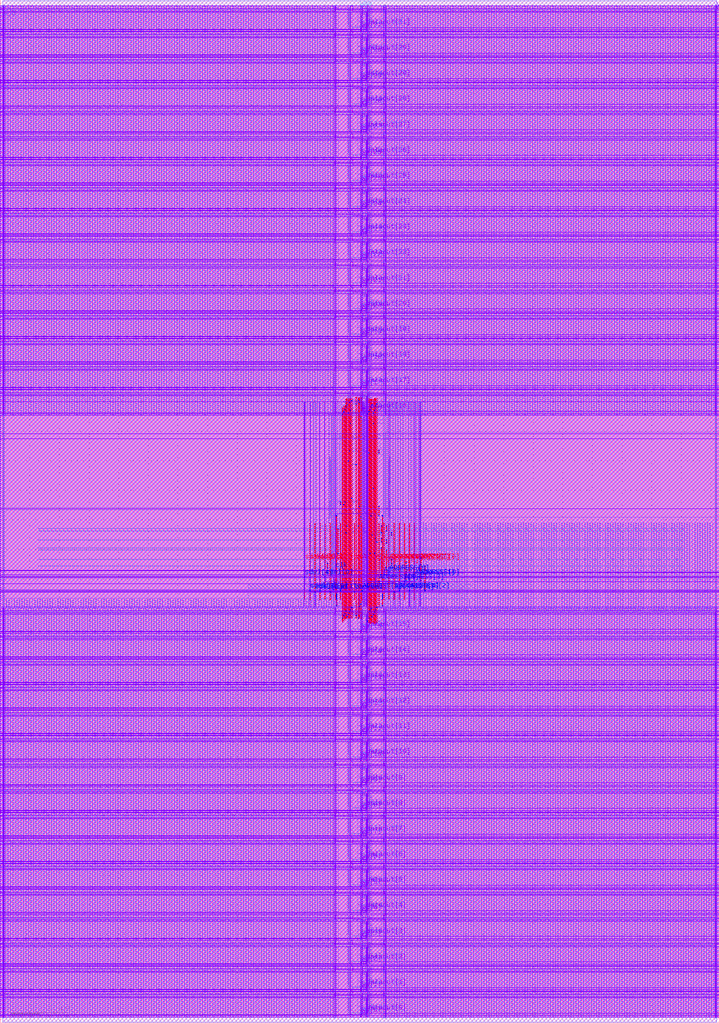
<source format=lef>
VERSION 5.8 ;
BUSBITCHARS "[]" ; 
DIVIDERCHAR "/" ; 


PROPERTYDEFINITIONS 
  MACRO CatenaDesignType STRING ; 
END PROPERTYDEFINITIONS 


MACRO srambank_256x4x32_6t122 
  CLASS BLOCK ; 
  ORIGIN 0 0 ; 
  FOREIGN srambank_256x4x32_6t122 0 0 ; 
  SIZE 121.392 BY 172.8 ; 
  SYMMETRY X Y ; 
  SITE coreSite ; 
  PIN VDD 
    DIRECTION INOUT ; 
    USE POWER ; 
    PORT 
      LAYER M4 ; 
        RECT 0.416 4.688 121.032 4.88 ; 
        RECT 0.416 9.008 121.032 9.2 ; 
        RECT 0.416 13.328 121.032 13.52 ; 
        RECT 0.416 17.648 121.032 17.84 ; 
        RECT 0.416 21.968 121.032 22.16 ; 
        RECT 0.416 26.288 121.032 26.48 ; 
        RECT 0.416 30.608 121.032 30.8 ; 
        RECT 0.416 34.928 121.032 35.12 ; 
        RECT 0.416 39.248 121.032 39.44 ; 
        RECT 0.416 43.568 121.032 43.76 ; 
        RECT 0.416 47.888 121.032 48.08 ; 
        RECT 0.416 52.208 121.032 52.4 ; 
        RECT 0.416 56.528 121.032 56.72 ; 
        RECT 0.416 60.848 121.032 61.04 ; 
        RECT 0.416 65.168 121.032 65.36 ; 
        RECT 0.416 69.488 121.032 69.68 ; 
        RECT 0.416 106.316 121.032 106.508 ; 
        RECT 0.416 110.636 121.032 110.828 ; 
        RECT 0.416 114.956 121.032 115.148 ; 
        RECT 0.416 119.276 121.032 119.468 ; 
        RECT 0.416 123.596 121.032 123.788 ; 
        RECT 0.416 127.916 121.032 128.108 ; 
        RECT 0.416 132.236 121.032 132.428 ; 
        RECT 0.416 136.556 121.032 136.748 ; 
        RECT 0.416 140.876 121.032 141.068 ; 
        RECT 0.416 145.196 121.032 145.388 ; 
        RECT 0.416 149.516 121.032 149.708 ; 
        RECT 0.416 153.836 121.032 154.028 ; 
        RECT 0.416 158.156 121.032 158.348 ; 
        RECT 0.416 162.476 121.032 162.668 ; 
        RECT 0.416 166.796 121.032 166.988 ; 
        RECT 0.416 171.116 121.032 171.308 ; 
      LAYER M3 ; 
        RECT 120.872 0.866 120.944 5.506 ; 
        RECT 64.784 0.868 64.856 5.504 ; 
        RECT 59.168 1.012 59.528 5.474 ; 
        RECT 56.576 0.868 56.648 5.504 ; 
        RECT 0.488 0.866 0.56 5.506 ; 
        RECT 120.872 5.186 120.944 9.826 ; 
        RECT 64.784 5.188 64.856 9.824 ; 
        RECT 59.168 5.332 59.528 9.794 ; 
        RECT 56.576 5.188 56.648 9.824 ; 
        RECT 0.488 5.186 0.56 9.826 ; 
        RECT 120.872 9.506 120.944 14.146 ; 
        RECT 64.784 9.508 64.856 14.144 ; 
        RECT 59.168 9.652 59.528 14.114 ; 
        RECT 56.576 9.508 56.648 14.144 ; 
        RECT 0.488 9.506 0.56 14.146 ; 
        RECT 120.872 13.826 120.944 18.466 ; 
        RECT 64.784 13.828 64.856 18.464 ; 
        RECT 59.168 13.972 59.528 18.434 ; 
        RECT 56.576 13.828 56.648 18.464 ; 
        RECT 0.488 13.826 0.56 18.466 ; 
        RECT 120.872 18.146 120.944 22.786 ; 
        RECT 64.784 18.148 64.856 22.784 ; 
        RECT 59.168 18.292 59.528 22.754 ; 
        RECT 56.576 18.148 56.648 22.784 ; 
        RECT 0.488 18.146 0.56 22.786 ; 
        RECT 120.872 22.466 120.944 27.106 ; 
        RECT 64.784 22.468 64.856 27.104 ; 
        RECT 59.168 22.612 59.528 27.074 ; 
        RECT 56.576 22.468 56.648 27.104 ; 
        RECT 0.488 22.466 0.56 27.106 ; 
        RECT 120.872 26.786 120.944 31.426 ; 
        RECT 64.784 26.788 64.856 31.424 ; 
        RECT 59.168 26.932 59.528 31.394 ; 
        RECT 56.576 26.788 56.648 31.424 ; 
        RECT 0.488 26.786 0.56 31.426 ; 
        RECT 120.872 31.106 120.944 35.746 ; 
        RECT 64.784 31.108 64.856 35.744 ; 
        RECT 59.168 31.252 59.528 35.714 ; 
        RECT 56.576 31.108 56.648 35.744 ; 
        RECT 0.488 31.106 0.56 35.746 ; 
        RECT 120.872 35.426 120.944 40.066 ; 
        RECT 64.784 35.428 64.856 40.064 ; 
        RECT 59.168 35.572 59.528 40.034 ; 
        RECT 56.576 35.428 56.648 40.064 ; 
        RECT 0.488 35.426 0.56 40.066 ; 
        RECT 120.872 39.746 120.944 44.386 ; 
        RECT 64.784 39.748 64.856 44.384 ; 
        RECT 59.168 39.892 59.528 44.354 ; 
        RECT 56.576 39.748 56.648 44.384 ; 
        RECT 0.488 39.746 0.56 44.386 ; 
        RECT 120.872 44.066 120.944 48.706 ; 
        RECT 64.784 44.068 64.856 48.704 ; 
        RECT 59.168 44.212 59.528 48.674 ; 
        RECT 56.576 44.068 56.648 48.704 ; 
        RECT 0.488 44.066 0.56 48.706 ; 
        RECT 120.872 48.386 120.944 53.026 ; 
        RECT 64.784 48.388 64.856 53.024 ; 
        RECT 59.168 48.532 59.528 52.994 ; 
        RECT 56.576 48.388 56.648 53.024 ; 
        RECT 0.488 48.386 0.56 53.026 ; 
        RECT 120.872 52.706 120.944 57.346 ; 
        RECT 64.784 52.708 64.856 57.344 ; 
        RECT 59.168 52.852 59.528 57.314 ; 
        RECT 56.576 52.708 56.648 57.344 ; 
        RECT 0.488 52.706 0.56 57.346 ; 
        RECT 120.872 57.026 120.944 61.666 ; 
        RECT 64.784 57.028 64.856 61.664 ; 
        RECT 59.168 57.172 59.528 61.634 ; 
        RECT 56.576 57.028 56.648 61.664 ; 
        RECT 0.488 57.026 0.56 61.666 ; 
        RECT 120.872 61.346 120.944 65.986 ; 
        RECT 64.784 61.348 64.856 65.984 ; 
        RECT 59.168 61.492 59.528 65.954 ; 
        RECT 56.576 61.348 56.648 65.984 ; 
        RECT 0.488 61.346 0.56 65.986 ; 
        RECT 120.872 65.666 120.944 70.306 ; 
        RECT 64.784 65.668 64.856 70.304 ; 
        RECT 59.168 65.812 59.528 70.274 ; 
        RECT 56.576 65.668 56.648 70.304 ; 
        RECT 0.488 65.666 0.56 70.306 ; 
        RECT 56.196 85.46 56.268 109.714 ; 
        RECT 120.872 102.494 120.944 107.134 ; 
        RECT 64.784 102.496 64.856 107.132 ; 
        RECT 59.168 102.64 59.528 107.102 ; 
        RECT 56.576 102.496 56.648 107.132 ; 
        RECT 0.488 102.494 0.56 107.134 ; 
        RECT 120.872 106.814 120.944 111.454 ; 
        RECT 64.784 106.816 64.856 111.452 ; 
        RECT 59.168 106.96 59.528 111.422 ; 
        RECT 56.576 106.816 56.648 111.452 ; 
        RECT 0.488 106.814 0.56 111.454 ; 
        RECT 120.872 111.134 120.944 115.774 ; 
        RECT 64.784 111.136 64.856 115.772 ; 
        RECT 59.168 111.28 59.528 115.742 ; 
        RECT 56.576 111.136 56.648 115.772 ; 
        RECT 0.488 111.134 0.56 115.774 ; 
        RECT 120.872 115.454 120.944 120.094 ; 
        RECT 64.784 115.456 64.856 120.092 ; 
        RECT 59.168 115.6 59.528 120.062 ; 
        RECT 56.576 115.456 56.648 120.092 ; 
        RECT 0.488 115.454 0.56 120.094 ; 
        RECT 120.872 119.774 120.944 124.414 ; 
        RECT 64.784 119.776 64.856 124.412 ; 
        RECT 59.168 119.92 59.528 124.382 ; 
        RECT 56.576 119.776 56.648 124.412 ; 
        RECT 0.488 119.774 0.56 124.414 ; 
        RECT 120.872 124.094 120.944 128.734 ; 
        RECT 64.784 124.096 64.856 128.732 ; 
        RECT 59.168 124.24 59.528 128.702 ; 
        RECT 56.576 124.096 56.648 128.732 ; 
        RECT 0.488 124.094 0.56 128.734 ; 
        RECT 120.872 128.414 120.944 133.054 ; 
        RECT 64.784 128.416 64.856 133.052 ; 
        RECT 59.168 128.56 59.528 133.022 ; 
        RECT 56.576 128.416 56.648 133.052 ; 
        RECT 0.488 128.414 0.56 133.054 ; 
        RECT 120.872 132.734 120.944 137.374 ; 
        RECT 64.784 132.736 64.856 137.372 ; 
        RECT 59.168 132.88 59.528 137.342 ; 
        RECT 56.576 132.736 56.648 137.372 ; 
        RECT 0.488 132.734 0.56 137.374 ; 
        RECT 120.872 137.054 120.944 141.694 ; 
        RECT 64.784 137.056 64.856 141.692 ; 
        RECT 59.168 137.2 59.528 141.662 ; 
        RECT 56.576 137.056 56.648 141.692 ; 
        RECT 0.488 137.054 0.56 141.694 ; 
        RECT 120.872 141.374 120.944 146.014 ; 
        RECT 64.784 141.376 64.856 146.012 ; 
        RECT 59.168 141.52 59.528 145.982 ; 
        RECT 56.576 141.376 56.648 146.012 ; 
        RECT 0.488 141.374 0.56 146.014 ; 
        RECT 120.872 145.694 120.944 150.334 ; 
        RECT 64.784 145.696 64.856 150.332 ; 
        RECT 59.168 145.84 59.528 150.302 ; 
        RECT 56.576 145.696 56.648 150.332 ; 
        RECT 0.488 145.694 0.56 150.334 ; 
        RECT 120.872 150.014 120.944 154.654 ; 
        RECT 64.784 150.016 64.856 154.652 ; 
        RECT 59.168 150.16 59.528 154.622 ; 
        RECT 56.576 150.016 56.648 154.652 ; 
        RECT 0.488 150.014 0.56 154.654 ; 
        RECT 120.872 154.334 120.944 158.974 ; 
        RECT 64.784 154.336 64.856 158.972 ; 
        RECT 59.168 154.48 59.528 158.942 ; 
        RECT 56.576 154.336 56.648 158.972 ; 
        RECT 0.488 154.334 0.56 158.974 ; 
        RECT 120.872 158.654 120.944 163.294 ; 
        RECT 64.784 158.656 64.856 163.292 ; 
        RECT 59.168 158.8 59.528 163.262 ; 
        RECT 56.576 158.656 56.648 163.292 ; 
        RECT 0.488 158.654 0.56 163.294 ; 
        RECT 120.872 162.974 120.944 167.614 ; 
        RECT 64.784 162.976 64.856 167.612 ; 
        RECT 59.168 163.12 59.528 167.582 ; 
        RECT 56.576 162.976 56.648 167.612 ; 
        RECT 0.488 162.974 0.56 167.614 ; 
        RECT 120.872 167.294 120.944 171.934 ; 
        RECT 64.784 167.296 64.856 171.932 ; 
        RECT 59.168 167.44 59.528 171.902 ; 
        RECT 56.576 167.296 56.648 171.932 ; 
        RECT 0.488 167.294 0.56 171.934 ; 
      LAYER V3 ; 
        RECT 0.488 4.688 0.56 4.88 ; 
        RECT 56.576 4.688 56.648 4.88 ; 
        RECT 59.168 4.688 59.528 4.88 ; 
        RECT 64.784 4.688 64.856 4.88 ; 
        RECT 120.872 4.688 120.944 4.88 ; 
        RECT 0.488 9.008 0.56 9.2 ; 
        RECT 56.576 9.008 56.648 9.2 ; 
        RECT 59.168 9.008 59.528 9.2 ; 
        RECT 64.784 9.008 64.856 9.2 ; 
        RECT 120.872 9.008 120.944 9.2 ; 
        RECT 0.488 13.328 0.56 13.52 ; 
        RECT 56.576 13.328 56.648 13.52 ; 
        RECT 59.168 13.328 59.528 13.52 ; 
        RECT 64.784 13.328 64.856 13.52 ; 
        RECT 120.872 13.328 120.944 13.52 ; 
        RECT 0.488 17.648 0.56 17.84 ; 
        RECT 56.576 17.648 56.648 17.84 ; 
        RECT 59.168 17.648 59.528 17.84 ; 
        RECT 64.784 17.648 64.856 17.84 ; 
        RECT 120.872 17.648 120.944 17.84 ; 
        RECT 0.488 21.968 0.56 22.16 ; 
        RECT 56.576 21.968 56.648 22.16 ; 
        RECT 59.168 21.968 59.528 22.16 ; 
        RECT 64.784 21.968 64.856 22.16 ; 
        RECT 120.872 21.968 120.944 22.16 ; 
        RECT 0.488 26.288 0.56 26.48 ; 
        RECT 56.576 26.288 56.648 26.48 ; 
        RECT 59.168 26.288 59.528 26.48 ; 
        RECT 64.784 26.288 64.856 26.48 ; 
        RECT 120.872 26.288 120.944 26.48 ; 
        RECT 0.488 30.608 0.56 30.8 ; 
        RECT 56.576 30.608 56.648 30.8 ; 
        RECT 59.168 30.608 59.528 30.8 ; 
        RECT 64.784 30.608 64.856 30.8 ; 
        RECT 120.872 30.608 120.944 30.8 ; 
        RECT 0.488 34.928 0.56 35.12 ; 
        RECT 56.576 34.928 56.648 35.12 ; 
        RECT 59.168 34.928 59.528 35.12 ; 
        RECT 64.784 34.928 64.856 35.12 ; 
        RECT 120.872 34.928 120.944 35.12 ; 
        RECT 0.488 39.248 0.56 39.44 ; 
        RECT 56.576 39.248 56.648 39.44 ; 
        RECT 59.168 39.248 59.528 39.44 ; 
        RECT 64.784 39.248 64.856 39.44 ; 
        RECT 120.872 39.248 120.944 39.44 ; 
        RECT 0.488 43.568 0.56 43.76 ; 
        RECT 56.576 43.568 56.648 43.76 ; 
        RECT 59.168 43.568 59.528 43.76 ; 
        RECT 64.784 43.568 64.856 43.76 ; 
        RECT 120.872 43.568 120.944 43.76 ; 
        RECT 0.488 47.888 0.56 48.08 ; 
        RECT 56.576 47.888 56.648 48.08 ; 
        RECT 59.168 47.888 59.528 48.08 ; 
        RECT 64.784 47.888 64.856 48.08 ; 
        RECT 120.872 47.888 120.944 48.08 ; 
        RECT 0.488 52.208 0.56 52.4 ; 
        RECT 56.576 52.208 56.648 52.4 ; 
        RECT 59.168 52.208 59.528 52.4 ; 
        RECT 64.784 52.208 64.856 52.4 ; 
        RECT 120.872 52.208 120.944 52.4 ; 
        RECT 0.488 56.528 0.56 56.72 ; 
        RECT 56.576 56.528 56.648 56.72 ; 
        RECT 59.168 56.528 59.528 56.72 ; 
        RECT 64.784 56.528 64.856 56.72 ; 
        RECT 120.872 56.528 120.944 56.72 ; 
        RECT 0.488 60.848 0.56 61.04 ; 
        RECT 56.576 60.848 56.648 61.04 ; 
        RECT 59.168 60.848 59.528 61.04 ; 
        RECT 64.784 60.848 64.856 61.04 ; 
        RECT 120.872 60.848 120.944 61.04 ; 
        RECT 0.488 65.168 0.56 65.36 ; 
        RECT 56.576 65.168 56.648 65.36 ; 
        RECT 59.168 65.168 59.528 65.36 ; 
        RECT 64.784 65.168 64.856 65.36 ; 
        RECT 120.872 65.168 120.944 65.36 ; 
        RECT 0.488 69.488 0.56 69.68 ; 
        RECT 56.576 69.488 56.648 69.68 ; 
        RECT 59.168 69.488 59.528 69.68 ; 
        RECT 64.784 69.488 64.856 69.68 ; 
        RECT 120.872 69.488 120.944 69.68 ; 
        RECT 0.488 106.316 0.56 106.508 ; 
        RECT 56.576 106.316 56.648 106.508 ; 
        RECT 59.168 106.316 59.528 106.508 ; 
        RECT 64.784 106.316 64.856 106.508 ; 
        RECT 120.872 106.316 120.944 106.508 ; 
        RECT 0.488 110.636 0.56 110.828 ; 
        RECT 56.576 110.636 56.648 110.828 ; 
        RECT 59.168 110.636 59.528 110.828 ; 
        RECT 64.784 110.636 64.856 110.828 ; 
        RECT 120.872 110.636 120.944 110.828 ; 
        RECT 0.488 114.956 0.56 115.148 ; 
        RECT 56.576 114.956 56.648 115.148 ; 
        RECT 59.168 114.956 59.528 115.148 ; 
        RECT 64.784 114.956 64.856 115.148 ; 
        RECT 120.872 114.956 120.944 115.148 ; 
        RECT 0.488 119.276 0.56 119.468 ; 
        RECT 56.576 119.276 56.648 119.468 ; 
        RECT 59.168 119.276 59.528 119.468 ; 
        RECT 64.784 119.276 64.856 119.468 ; 
        RECT 120.872 119.276 120.944 119.468 ; 
        RECT 0.488 123.596 0.56 123.788 ; 
        RECT 56.576 123.596 56.648 123.788 ; 
        RECT 59.168 123.596 59.528 123.788 ; 
        RECT 64.784 123.596 64.856 123.788 ; 
        RECT 120.872 123.596 120.944 123.788 ; 
        RECT 0.488 127.916 0.56 128.108 ; 
        RECT 56.576 127.916 56.648 128.108 ; 
        RECT 59.168 127.916 59.528 128.108 ; 
        RECT 64.784 127.916 64.856 128.108 ; 
        RECT 120.872 127.916 120.944 128.108 ; 
        RECT 0.488 132.236 0.56 132.428 ; 
        RECT 56.576 132.236 56.648 132.428 ; 
        RECT 59.168 132.236 59.528 132.428 ; 
        RECT 64.784 132.236 64.856 132.428 ; 
        RECT 120.872 132.236 120.944 132.428 ; 
        RECT 0.488 136.556 0.56 136.748 ; 
        RECT 56.576 136.556 56.648 136.748 ; 
        RECT 59.168 136.556 59.528 136.748 ; 
        RECT 64.784 136.556 64.856 136.748 ; 
        RECT 120.872 136.556 120.944 136.748 ; 
        RECT 0.488 140.876 0.56 141.068 ; 
        RECT 56.576 140.876 56.648 141.068 ; 
        RECT 59.168 140.876 59.528 141.068 ; 
        RECT 64.784 140.876 64.856 141.068 ; 
        RECT 120.872 140.876 120.944 141.068 ; 
        RECT 0.488 145.196 0.56 145.388 ; 
        RECT 56.576 145.196 56.648 145.388 ; 
        RECT 59.168 145.196 59.528 145.388 ; 
        RECT 64.784 145.196 64.856 145.388 ; 
        RECT 120.872 145.196 120.944 145.388 ; 
        RECT 0.488 149.516 0.56 149.708 ; 
        RECT 56.576 149.516 56.648 149.708 ; 
        RECT 59.168 149.516 59.528 149.708 ; 
        RECT 64.784 149.516 64.856 149.708 ; 
        RECT 120.872 149.516 120.944 149.708 ; 
        RECT 0.488 153.836 0.56 154.028 ; 
        RECT 56.576 153.836 56.648 154.028 ; 
        RECT 59.168 153.836 59.528 154.028 ; 
        RECT 64.784 153.836 64.856 154.028 ; 
        RECT 120.872 153.836 120.944 154.028 ; 
        RECT 0.488 158.156 0.56 158.348 ; 
        RECT 56.576 158.156 56.648 158.348 ; 
        RECT 59.168 158.156 59.528 158.348 ; 
        RECT 64.784 158.156 64.856 158.348 ; 
        RECT 120.872 158.156 120.944 158.348 ; 
        RECT 0.488 162.476 0.56 162.668 ; 
        RECT 56.576 162.476 56.648 162.668 ; 
        RECT 59.168 162.476 59.528 162.668 ; 
        RECT 64.784 162.476 64.856 162.668 ; 
        RECT 120.872 162.476 120.944 162.668 ; 
        RECT 0.488 166.796 0.56 166.988 ; 
        RECT 56.576 166.796 56.648 166.988 ; 
        RECT 59.168 166.796 59.528 166.988 ; 
        RECT 64.784 166.796 64.856 166.988 ; 
        RECT 120.872 166.796 120.944 166.988 ; 
        RECT 0.488 171.116 0.56 171.308 ; 
        RECT 56.576 171.116 56.648 171.308 ; 
        RECT 59.168 171.116 59.528 171.308 ; 
        RECT 64.784 171.116 64.856 171.308 ; 
        RECT 120.872 171.116 120.944 171.308 ; 
    END 
  END VDD 
  PIN VSS 
    DIRECTION INOUT ; 
    USE POWER ; 
    PORT 
      LAYER M4 ; 
        RECT 0.416 4.304 121.032 4.496 ; 
        RECT 0.416 8.624 121.032 8.816 ; 
        RECT 0.416 12.944 121.032 13.136 ; 
        RECT 0.416 17.264 121.032 17.456 ; 
        RECT 0.416 21.584 121.032 21.776 ; 
        RECT 0.416 25.904 121.032 26.096 ; 
        RECT 0.416 30.224 121.032 30.416 ; 
        RECT 0.416 34.544 121.032 34.736 ; 
        RECT 0.416 38.864 121.032 39.056 ; 
        RECT 0.416 43.184 121.032 43.376 ; 
        RECT 0.416 47.504 121.032 47.696 ; 
        RECT 0.416 51.824 121.032 52.016 ; 
        RECT 0.416 56.144 121.032 56.336 ; 
        RECT 0.416 60.464 121.032 60.656 ; 
        RECT 0.416 64.784 121.032 64.976 ; 
        RECT 0.416 69.104 121.032 69.296 ; 
        RECT 41.904 73.366 79.488 74.23 ; 
        RECT 57.24 86.038 64.152 86.902 ; 
        RECT 57.24 98.71 64.152 99.574 ; 
        RECT 0.416 105.932 121.032 106.124 ; 
        RECT 0.416 110.252 121.032 110.444 ; 
        RECT 0.416 114.572 121.032 114.764 ; 
        RECT 0.416 118.892 121.032 119.084 ; 
        RECT 0.416 123.212 121.032 123.404 ; 
        RECT 0.416 127.532 121.032 127.724 ; 
        RECT 0.416 131.852 121.032 132.044 ; 
        RECT 0.416 136.172 121.032 136.364 ; 
        RECT 0.416 140.492 121.032 140.684 ; 
        RECT 0.416 144.812 121.032 145.004 ; 
        RECT 0.416 149.132 121.032 149.324 ; 
        RECT 0.416 153.452 121.032 153.644 ; 
        RECT 0.416 157.772 121.032 157.964 ; 
        RECT 0.416 162.092 121.032 162.284 ; 
        RECT 0.416 166.412 121.032 166.604 ; 
        RECT 0.416 170.732 121.032 170.924 ; 
      LAYER M3 ; 
        RECT 120.728 0.866 120.8 5.506 ; 
        RECT 65 0.866 65.072 5.506 ; 
        RECT 61.94 1.012 62.084 5.47 ; 
        RECT 61.04 1.012 61.148 5.47 ; 
        RECT 56.36 0.866 56.432 5.506 ; 
        RECT 0.632 0.866 0.704 5.506 ; 
        RECT 120.728 5.186 120.8 9.826 ; 
        RECT 65 5.186 65.072 9.826 ; 
        RECT 61.94 5.332 62.084 9.79 ; 
        RECT 61.04 5.332 61.148 9.79 ; 
        RECT 56.36 5.186 56.432 9.826 ; 
        RECT 0.632 5.186 0.704 9.826 ; 
        RECT 120.728 9.506 120.8 14.146 ; 
        RECT 65 9.506 65.072 14.146 ; 
        RECT 61.94 9.652 62.084 14.11 ; 
        RECT 61.04 9.652 61.148 14.11 ; 
        RECT 56.36 9.506 56.432 14.146 ; 
        RECT 0.632 9.506 0.704 14.146 ; 
        RECT 120.728 13.826 120.8 18.466 ; 
        RECT 65 13.826 65.072 18.466 ; 
        RECT 61.94 13.972 62.084 18.43 ; 
        RECT 61.04 13.972 61.148 18.43 ; 
        RECT 56.36 13.826 56.432 18.466 ; 
        RECT 0.632 13.826 0.704 18.466 ; 
        RECT 120.728 18.146 120.8 22.786 ; 
        RECT 65 18.146 65.072 22.786 ; 
        RECT 61.94 18.292 62.084 22.75 ; 
        RECT 61.04 18.292 61.148 22.75 ; 
        RECT 56.36 18.146 56.432 22.786 ; 
        RECT 0.632 18.146 0.704 22.786 ; 
        RECT 120.728 22.466 120.8 27.106 ; 
        RECT 65 22.466 65.072 27.106 ; 
        RECT 61.94 22.612 62.084 27.07 ; 
        RECT 61.04 22.612 61.148 27.07 ; 
        RECT 56.36 22.466 56.432 27.106 ; 
        RECT 0.632 22.466 0.704 27.106 ; 
        RECT 120.728 26.786 120.8 31.426 ; 
        RECT 65 26.786 65.072 31.426 ; 
        RECT 61.94 26.932 62.084 31.39 ; 
        RECT 61.04 26.932 61.148 31.39 ; 
        RECT 56.36 26.786 56.432 31.426 ; 
        RECT 0.632 26.786 0.704 31.426 ; 
        RECT 120.728 31.106 120.8 35.746 ; 
        RECT 65 31.106 65.072 35.746 ; 
        RECT 61.94 31.252 62.084 35.71 ; 
        RECT 61.04 31.252 61.148 35.71 ; 
        RECT 56.36 31.106 56.432 35.746 ; 
        RECT 0.632 31.106 0.704 35.746 ; 
        RECT 120.728 35.426 120.8 40.066 ; 
        RECT 65 35.426 65.072 40.066 ; 
        RECT 61.94 35.572 62.084 40.03 ; 
        RECT 61.04 35.572 61.148 40.03 ; 
        RECT 56.36 35.426 56.432 40.066 ; 
        RECT 0.632 35.426 0.704 40.066 ; 
        RECT 120.728 39.746 120.8 44.386 ; 
        RECT 65 39.746 65.072 44.386 ; 
        RECT 61.94 39.892 62.084 44.35 ; 
        RECT 61.04 39.892 61.148 44.35 ; 
        RECT 56.36 39.746 56.432 44.386 ; 
        RECT 0.632 39.746 0.704 44.386 ; 
        RECT 120.728 44.066 120.8 48.706 ; 
        RECT 65 44.066 65.072 48.706 ; 
        RECT 61.94 44.212 62.084 48.67 ; 
        RECT 61.04 44.212 61.148 48.67 ; 
        RECT 56.36 44.066 56.432 48.706 ; 
        RECT 0.632 44.066 0.704 48.706 ; 
        RECT 120.728 48.386 120.8 53.026 ; 
        RECT 65 48.386 65.072 53.026 ; 
        RECT 61.94 48.532 62.084 52.99 ; 
        RECT 61.04 48.532 61.148 52.99 ; 
        RECT 56.36 48.386 56.432 53.026 ; 
        RECT 0.632 48.386 0.704 53.026 ; 
        RECT 120.728 52.706 120.8 57.346 ; 
        RECT 65 52.706 65.072 57.346 ; 
        RECT 61.94 52.852 62.084 57.31 ; 
        RECT 61.04 52.852 61.148 57.31 ; 
        RECT 56.36 52.706 56.432 57.346 ; 
        RECT 0.632 52.706 0.704 57.346 ; 
        RECT 120.728 57.026 120.8 61.666 ; 
        RECT 65 57.026 65.072 61.666 ; 
        RECT 61.94 57.172 62.084 61.63 ; 
        RECT 61.04 57.172 61.148 61.63 ; 
        RECT 56.36 57.026 56.432 61.666 ; 
        RECT 0.632 57.026 0.704 61.666 ; 
        RECT 120.728 61.346 120.8 65.986 ; 
        RECT 65 61.346 65.072 65.986 ; 
        RECT 61.94 61.492 62.084 65.95 ; 
        RECT 61.04 61.492 61.148 65.95 ; 
        RECT 56.36 61.346 56.432 65.986 ; 
        RECT 0.632 61.346 0.704 65.986 ; 
        RECT 120.728 65.666 120.8 70.306 ; 
        RECT 65 65.666 65.072 70.306 ; 
        RECT 61.94 65.812 62.084 70.27 ; 
        RECT 61.04 65.812 61.148 70.27 ; 
        RECT 56.36 65.666 56.432 70.306 ; 
        RECT 0.632 65.666 0.704 70.306 ; 
        RECT 64.98 70.188 65.052 103.016 ; 
        RECT 61.164 71.082 62.1 101.814 ; 
        RECT 56.34 70.188 56.412 109.714 ; 
        RECT 120.728 102.494 120.8 107.134 ; 
        RECT 65 102.494 65.072 107.134 ; 
        RECT 61.94 102.64 62.084 107.098 ; 
        RECT 61.04 102.64 61.148 107.098 ; 
        RECT 56.36 102.494 56.432 107.134 ; 
        RECT 0.632 102.494 0.704 107.134 ; 
        RECT 120.728 106.814 120.8 111.454 ; 
        RECT 65 106.814 65.072 111.454 ; 
        RECT 61.94 106.96 62.084 111.418 ; 
        RECT 61.04 106.96 61.148 111.418 ; 
        RECT 56.36 106.814 56.432 111.454 ; 
        RECT 0.632 106.814 0.704 111.454 ; 
        RECT 120.728 111.134 120.8 115.774 ; 
        RECT 65 111.134 65.072 115.774 ; 
        RECT 61.94 111.28 62.084 115.738 ; 
        RECT 61.04 111.28 61.148 115.738 ; 
        RECT 56.36 111.134 56.432 115.774 ; 
        RECT 0.632 111.134 0.704 115.774 ; 
        RECT 120.728 115.454 120.8 120.094 ; 
        RECT 65 115.454 65.072 120.094 ; 
        RECT 61.94 115.6 62.084 120.058 ; 
        RECT 61.04 115.6 61.148 120.058 ; 
        RECT 56.36 115.454 56.432 120.094 ; 
        RECT 0.632 115.454 0.704 120.094 ; 
        RECT 120.728 119.774 120.8 124.414 ; 
        RECT 65 119.774 65.072 124.414 ; 
        RECT 61.94 119.92 62.084 124.378 ; 
        RECT 61.04 119.92 61.148 124.378 ; 
        RECT 56.36 119.774 56.432 124.414 ; 
        RECT 0.632 119.774 0.704 124.414 ; 
        RECT 120.728 124.094 120.8 128.734 ; 
        RECT 65 124.094 65.072 128.734 ; 
        RECT 61.94 124.24 62.084 128.698 ; 
        RECT 61.04 124.24 61.148 128.698 ; 
        RECT 56.36 124.094 56.432 128.734 ; 
        RECT 0.632 124.094 0.704 128.734 ; 
        RECT 120.728 128.414 120.8 133.054 ; 
        RECT 65 128.414 65.072 133.054 ; 
        RECT 61.94 128.56 62.084 133.018 ; 
        RECT 61.04 128.56 61.148 133.018 ; 
        RECT 56.36 128.414 56.432 133.054 ; 
        RECT 0.632 128.414 0.704 133.054 ; 
        RECT 120.728 132.734 120.8 137.374 ; 
        RECT 65 132.734 65.072 137.374 ; 
        RECT 61.94 132.88 62.084 137.338 ; 
        RECT 61.04 132.88 61.148 137.338 ; 
        RECT 56.36 132.734 56.432 137.374 ; 
        RECT 0.632 132.734 0.704 137.374 ; 
        RECT 120.728 137.054 120.8 141.694 ; 
        RECT 65 137.054 65.072 141.694 ; 
        RECT 61.94 137.2 62.084 141.658 ; 
        RECT 61.04 137.2 61.148 141.658 ; 
        RECT 56.36 137.054 56.432 141.694 ; 
        RECT 0.632 137.054 0.704 141.694 ; 
        RECT 120.728 141.374 120.8 146.014 ; 
        RECT 65 141.374 65.072 146.014 ; 
        RECT 61.94 141.52 62.084 145.978 ; 
        RECT 61.04 141.52 61.148 145.978 ; 
        RECT 56.36 141.374 56.432 146.014 ; 
        RECT 0.632 141.374 0.704 146.014 ; 
        RECT 120.728 145.694 120.8 150.334 ; 
        RECT 65 145.694 65.072 150.334 ; 
        RECT 61.94 145.84 62.084 150.298 ; 
        RECT 61.04 145.84 61.148 150.298 ; 
        RECT 56.36 145.694 56.432 150.334 ; 
        RECT 0.632 145.694 0.704 150.334 ; 
        RECT 120.728 150.014 120.8 154.654 ; 
        RECT 65 150.014 65.072 154.654 ; 
        RECT 61.94 150.16 62.084 154.618 ; 
        RECT 61.04 150.16 61.148 154.618 ; 
        RECT 56.36 150.014 56.432 154.654 ; 
        RECT 0.632 150.014 0.704 154.654 ; 
        RECT 120.728 154.334 120.8 158.974 ; 
        RECT 65 154.334 65.072 158.974 ; 
        RECT 61.94 154.48 62.084 158.938 ; 
        RECT 61.04 154.48 61.148 158.938 ; 
        RECT 56.36 154.334 56.432 158.974 ; 
        RECT 0.632 154.334 0.704 158.974 ; 
        RECT 120.728 158.654 120.8 163.294 ; 
        RECT 65 158.654 65.072 163.294 ; 
        RECT 61.94 158.8 62.084 163.258 ; 
        RECT 61.04 158.8 61.148 163.258 ; 
        RECT 56.36 158.654 56.432 163.294 ; 
        RECT 0.632 158.654 0.704 163.294 ; 
        RECT 120.728 162.974 120.8 167.614 ; 
        RECT 65 162.974 65.072 167.614 ; 
        RECT 61.94 163.12 62.084 167.578 ; 
        RECT 61.04 163.12 61.148 167.578 ; 
        RECT 56.36 162.974 56.432 167.614 ; 
        RECT 0.632 162.974 0.704 167.614 ; 
        RECT 120.728 167.294 120.8 171.934 ; 
        RECT 65 167.294 65.072 171.934 ; 
        RECT 61.94 167.44 62.084 171.898 ; 
        RECT 61.04 167.44 61.148 171.898 ; 
        RECT 56.36 167.294 56.432 171.934 ; 
        RECT 0.632 167.294 0.704 171.934 ; 
      LAYER V3 ; 
        RECT 0.632 4.304 0.704 4.496 ; 
        RECT 56.36 4.304 56.432 4.496 ; 
        RECT 61.04 4.304 61.148 4.496 ; 
        RECT 61.94 4.304 62.084 4.496 ; 
        RECT 65 4.304 65.072 4.496 ; 
        RECT 120.728 4.304 120.8 4.496 ; 
        RECT 0.632 8.624 0.704 8.816 ; 
        RECT 56.36 8.624 56.432 8.816 ; 
        RECT 61.04 8.624 61.148 8.816 ; 
        RECT 61.94 8.624 62.084 8.816 ; 
        RECT 65 8.624 65.072 8.816 ; 
        RECT 120.728 8.624 120.8 8.816 ; 
        RECT 0.632 12.944 0.704 13.136 ; 
        RECT 56.36 12.944 56.432 13.136 ; 
        RECT 61.04 12.944 61.148 13.136 ; 
        RECT 61.94 12.944 62.084 13.136 ; 
        RECT 65 12.944 65.072 13.136 ; 
        RECT 120.728 12.944 120.8 13.136 ; 
        RECT 0.632 17.264 0.704 17.456 ; 
        RECT 56.36 17.264 56.432 17.456 ; 
        RECT 61.04 17.264 61.148 17.456 ; 
        RECT 61.94 17.264 62.084 17.456 ; 
        RECT 65 17.264 65.072 17.456 ; 
        RECT 120.728 17.264 120.8 17.456 ; 
        RECT 0.632 21.584 0.704 21.776 ; 
        RECT 56.36 21.584 56.432 21.776 ; 
        RECT 61.04 21.584 61.148 21.776 ; 
        RECT 61.94 21.584 62.084 21.776 ; 
        RECT 65 21.584 65.072 21.776 ; 
        RECT 120.728 21.584 120.8 21.776 ; 
        RECT 0.632 25.904 0.704 26.096 ; 
        RECT 56.36 25.904 56.432 26.096 ; 
        RECT 61.04 25.904 61.148 26.096 ; 
        RECT 61.94 25.904 62.084 26.096 ; 
        RECT 65 25.904 65.072 26.096 ; 
        RECT 120.728 25.904 120.8 26.096 ; 
        RECT 0.632 30.224 0.704 30.416 ; 
        RECT 56.36 30.224 56.432 30.416 ; 
        RECT 61.04 30.224 61.148 30.416 ; 
        RECT 61.94 30.224 62.084 30.416 ; 
        RECT 65 30.224 65.072 30.416 ; 
        RECT 120.728 30.224 120.8 30.416 ; 
        RECT 0.632 34.544 0.704 34.736 ; 
        RECT 56.36 34.544 56.432 34.736 ; 
        RECT 61.04 34.544 61.148 34.736 ; 
        RECT 61.94 34.544 62.084 34.736 ; 
        RECT 65 34.544 65.072 34.736 ; 
        RECT 120.728 34.544 120.8 34.736 ; 
        RECT 0.632 38.864 0.704 39.056 ; 
        RECT 56.36 38.864 56.432 39.056 ; 
        RECT 61.04 38.864 61.148 39.056 ; 
        RECT 61.94 38.864 62.084 39.056 ; 
        RECT 65 38.864 65.072 39.056 ; 
        RECT 120.728 38.864 120.8 39.056 ; 
        RECT 0.632 43.184 0.704 43.376 ; 
        RECT 56.36 43.184 56.432 43.376 ; 
        RECT 61.04 43.184 61.148 43.376 ; 
        RECT 61.94 43.184 62.084 43.376 ; 
        RECT 65 43.184 65.072 43.376 ; 
        RECT 120.728 43.184 120.8 43.376 ; 
        RECT 0.632 47.504 0.704 47.696 ; 
        RECT 56.36 47.504 56.432 47.696 ; 
        RECT 61.04 47.504 61.148 47.696 ; 
        RECT 61.94 47.504 62.084 47.696 ; 
        RECT 65 47.504 65.072 47.696 ; 
        RECT 120.728 47.504 120.8 47.696 ; 
        RECT 0.632 51.824 0.704 52.016 ; 
        RECT 56.36 51.824 56.432 52.016 ; 
        RECT 61.04 51.824 61.148 52.016 ; 
        RECT 61.94 51.824 62.084 52.016 ; 
        RECT 65 51.824 65.072 52.016 ; 
        RECT 120.728 51.824 120.8 52.016 ; 
        RECT 0.632 56.144 0.704 56.336 ; 
        RECT 56.36 56.144 56.432 56.336 ; 
        RECT 61.04 56.144 61.148 56.336 ; 
        RECT 61.94 56.144 62.084 56.336 ; 
        RECT 65 56.144 65.072 56.336 ; 
        RECT 120.728 56.144 120.8 56.336 ; 
        RECT 0.632 60.464 0.704 60.656 ; 
        RECT 56.36 60.464 56.432 60.656 ; 
        RECT 61.04 60.464 61.148 60.656 ; 
        RECT 61.94 60.464 62.084 60.656 ; 
        RECT 65 60.464 65.072 60.656 ; 
        RECT 120.728 60.464 120.8 60.656 ; 
        RECT 0.632 64.784 0.704 64.976 ; 
        RECT 56.36 64.784 56.432 64.976 ; 
        RECT 61.04 64.784 61.148 64.976 ; 
        RECT 61.94 64.784 62.084 64.976 ; 
        RECT 65 64.784 65.072 64.976 ; 
        RECT 120.728 64.784 120.8 64.976 ; 
        RECT 0.632 69.104 0.704 69.296 ; 
        RECT 56.36 69.104 56.432 69.296 ; 
        RECT 61.04 69.104 61.148 69.296 ; 
        RECT 61.94 69.104 62.084 69.296 ; 
        RECT 65 69.104 65.072 69.296 ; 
        RECT 120.728 69.104 120.8 69.296 ; 
        RECT 56.34 73.366 56.412 74.23 ; 
        RECT 61.18 98.71 61.252 99.574 ; 
        RECT 61.18 86.038 61.252 86.902 ; 
        RECT 61.18 73.366 61.252 74.23 ; 
        RECT 61.388 98.71 61.46 99.574 ; 
        RECT 61.388 86.038 61.46 86.902 ; 
        RECT 61.388 73.366 61.46 74.23 ; 
        RECT 61.596 98.71 61.668 99.574 ; 
        RECT 61.596 86.038 61.668 86.902 ; 
        RECT 61.596 73.366 61.668 74.23 ; 
        RECT 61.804 98.71 61.876 99.574 ; 
        RECT 61.804 86.038 61.876 86.902 ; 
        RECT 61.804 73.366 61.876 74.23 ; 
        RECT 62.012 98.71 62.084 99.574 ; 
        RECT 62.012 86.038 62.084 86.902 ; 
        RECT 62.012 73.366 62.084 74.23 ; 
        RECT 64.98 73.366 65.052 74.23 ; 
        RECT 0.632 105.932 0.704 106.124 ; 
        RECT 56.36 105.932 56.432 106.124 ; 
        RECT 61.04 105.932 61.148 106.124 ; 
        RECT 61.94 105.932 62.084 106.124 ; 
        RECT 65 105.932 65.072 106.124 ; 
        RECT 120.728 105.932 120.8 106.124 ; 
        RECT 0.632 110.252 0.704 110.444 ; 
        RECT 56.36 110.252 56.432 110.444 ; 
        RECT 61.04 110.252 61.148 110.444 ; 
        RECT 61.94 110.252 62.084 110.444 ; 
        RECT 65 110.252 65.072 110.444 ; 
        RECT 120.728 110.252 120.8 110.444 ; 
        RECT 0.632 114.572 0.704 114.764 ; 
        RECT 56.36 114.572 56.432 114.764 ; 
        RECT 61.04 114.572 61.148 114.764 ; 
        RECT 61.94 114.572 62.084 114.764 ; 
        RECT 65 114.572 65.072 114.764 ; 
        RECT 120.728 114.572 120.8 114.764 ; 
        RECT 0.632 118.892 0.704 119.084 ; 
        RECT 56.36 118.892 56.432 119.084 ; 
        RECT 61.04 118.892 61.148 119.084 ; 
        RECT 61.94 118.892 62.084 119.084 ; 
        RECT 65 118.892 65.072 119.084 ; 
        RECT 120.728 118.892 120.8 119.084 ; 
        RECT 0.632 123.212 0.704 123.404 ; 
        RECT 56.36 123.212 56.432 123.404 ; 
        RECT 61.04 123.212 61.148 123.404 ; 
        RECT 61.94 123.212 62.084 123.404 ; 
        RECT 65 123.212 65.072 123.404 ; 
        RECT 120.728 123.212 120.8 123.404 ; 
        RECT 0.632 127.532 0.704 127.724 ; 
        RECT 56.36 127.532 56.432 127.724 ; 
        RECT 61.04 127.532 61.148 127.724 ; 
        RECT 61.94 127.532 62.084 127.724 ; 
        RECT 65 127.532 65.072 127.724 ; 
        RECT 120.728 127.532 120.8 127.724 ; 
        RECT 0.632 131.852 0.704 132.044 ; 
        RECT 56.36 131.852 56.432 132.044 ; 
        RECT 61.04 131.852 61.148 132.044 ; 
        RECT 61.94 131.852 62.084 132.044 ; 
        RECT 65 131.852 65.072 132.044 ; 
        RECT 120.728 131.852 120.8 132.044 ; 
        RECT 0.632 136.172 0.704 136.364 ; 
        RECT 56.36 136.172 56.432 136.364 ; 
        RECT 61.04 136.172 61.148 136.364 ; 
        RECT 61.94 136.172 62.084 136.364 ; 
        RECT 65 136.172 65.072 136.364 ; 
        RECT 120.728 136.172 120.8 136.364 ; 
        RECT 0.632 140.492 0.704 140.684 ; 
        RECT 56.36 140.492 56.432 140.684 ; 
        RECT 61.04 140.492 61.148 140.684 ; 
        RECT 61.94 140.492 62.084 140.684 ; 
        RECT 65 140.492 65.072 140.684 ; 
        RECT 120.728 140.492 120.8 140.684 ; 
        RECT 0.632 144.812 0.704 145.004 ; 
        RECT 56.36 144.812 56.432 145.004 ; 
        RECT 61.04 144.812 61.148 145.004 ; 
        RECT 61.94 144.812 62.084 145.004 ; 
        RECT 65 144.812 65.072 145.004 ; 
        RECT 120.728 144.812 120.8 145.004 ; 
        RECT 0.632 149.132 0.704 149.324 ; 
        RECT 56.36 149.132 56.432 149.324 ; 
        RECT 61.04 149.132 61.148 149.324 ; 
        RECT 61.94 149.132 62.084 149.324 ; 
        RECT 65 149.132 65.072 149.324 ; 
        RECT 120.728 149.132 120.8 149.324 ; 
        RECT 0.632 153.452 0.704 153.644 ; 
        RECT 56.36 153.452 56.432 153.644 ; 
        RECT 61.04 153.452 61.148 153.644 ; 
        RECT 61.94 153.452 62.084 153.644 ; 
        RECT 65 153.452 65.072 153.644 ; 
        RECT 120.728 153.452 120.8 153.644 ; 
        RECT 0.632 157.772 0.704 157.964 ; 
        RECT 56.36 157.772 56.432 157.964 ; 
        RECT 61.04 157.772 61.148 157.964 ; 
        RECT 61.94 157.772 62.084 157.964 ; 
        RECT 65 157.772 65.072 157.964 ; 
        RECT 120.728 157.772 120.8 157.964 ; 
        RECT 0.632 162.092 0.704 162.284 ; 
        RECT 56.36 162.092 56.432 162.284 ; 
        RECT 61.04 162.092 61.148 162.284 ; 
        RECT 61.94 162.092 62.084 162.284 ; 
        RECT 65 162.092 65.072 162.284 ; 
        RECT 120.728 162.092 120.8 162.284 ; 
        RECT 0.632 166.412 0.704 166.604 ; 
        RECT 56.36 166.412 56.432 166.604 ; 
        RECT 61.04 166.412 61.148 166.604 ; 
        RECT 61.94 166.412 62.084 166.604 ; 
        RECT 65 166.412 65.072 166.604 ; 
        RECT 120.728 166.412 120.8 166.604 ; 
        RECT 0.632 170.732 0.704 170.924 ; 
        RECT 56.36 170.732 56.432 170.924 ; 
        RECT 61.04 170.732 61.148 170.924 ; 
        RECT 61.94 170.732 62.084 170.924 ; 
        RECT 65 170.732 65.072 170.924 ; 
        RECT 120.728 170.732 120.8 170.924 ; 
    END 
  END VSS 
  PIN ADDRESS[0] 
    DIRECTION INPUT ; 
    USE SIGNAL ; 
    PORT 
      LAYER M3 ; 
        RECT 70.812 75.254 70.884 75.402 ; 
      LAYER M4 ; 
        RECT 70.604 75.286 70.94 75.382 ; 
      LAYER M5 ; 
        RECT 70.8 71.482 70.896 84.442 ; 
      LAYER V3 ; 
        RECT 70.812 75.286 70.884 75.382 ; 
      LAYER V4 ; 
        RECT 70.8 75.286 70.896 75.382 ; 
    END 
  END ADDRESS[0] 
  PIN ADDRESS[1] 
    DIRECTION INPUT ; 
    USE SIGNAL ; 
    PORT 
      LAYER M3 ; 
        RECT 69.948 75.266 70.02 75.414 ; 
      LAYER M4 ; 
        RECT 69.74 75.286 70.076 75.382 ; 
      LAYER M5 ; 
        RECT 69.936 71.482 70.032 84.442 ; 
      LAYER V3 ; 
        RECT 69.948 75.286 70.02 75.382 ; 
      LAYER V4 ; 
        RECT 69.936 75.286 70.032 75.382 ; 
    END 
  END ADDRESS[1] 
  PIN ADDRESS[2] 
    DIRECTION INPUT ; 
    USE SIGNAL ; 
    PORT 
      LAYER M3 ; 
        RECT 69.084 72.95 69.156 73.098 ; 
      LAYER M4 ; 
        RECT 68.876 72.982 69.212 73.078 ; 
      LAYER M5 ; 
        RECT 69.072 71.482 69.168 84.442 ; 
      LAYER V3 ; 
        RECT 69.084 72.982 69.156 73.078 ; 
      LAYER V4 ; 
        RECT 69.072 72.982 69.168 73.078 ; 
    END 
  END ADDRESS[2] 
  PIN ADDRESS[3] 
    DIRECTION INPUT ; 
    USE SIGNAL ; 
    PORT 
      LAYER M3 ; 
        RECT 68.22 73.91 68.292 74.634 ; 
      LAYER M4 ; 
        RECT 68.012 74.518 68.348 74.614 ; 
      LAYER M5 ; 
        RECT 68.208 71.482 68.304 84.442 ; 
      LAYER V3 ; 
        RECT 68.22 74.518 68.292 74.614 ; 
      LAYER V4 ; 
        RECT 68.208 74.518 68.304 74.614 ; 
    END 
  END ADDRESS[3] 
  PIN ADDRESS[4] 
    DIRECTION INPUT ; 
    USE SIGNAL ; 
    PORT 
      LAYER M3 ; 
        RECT 67.356 72.962 67.428 73.23 ; 
      LAYER M4 ; 
        RECT 67.148 72.982 67.484 73.078 ; 
      LAYER M5 ; 
        RECT 67.344 71.482 67.44 84.442 ; 
      LAYER V3 ; 
        RECT 67.356 72.982 67.428 73.078 ; 
      LAYER V4 ; 
        RECT 67.344 72.982 67.44 73.078 ; 
    END 
  END ADDRESS[4] 
  PIN ADDRESS[5] 
    DIRECTION INPUT ; 
    USE SIGNAL ; 
    PORT 
      LAYER M3 ; 
        RECT 66.492 71.894 66.564 72.906 ; 
      LAYER M4 ; 
        RECT 66.284 72.79 66.62 72.886 ; 
      LAYER M5 ; 
        RECT 66.48 71.482 66.576 84.442 ; 
      LAYER V3 ; 
        RECT 66.492 72.79 66.564 72.886 ; 
      LAYER V4 ; 
        RECT 66.48 72.79 66.576 72.886 ; 
    END 
  END ADDRESS[5] 
  PIN ADDRESS[6] 
    DIRECTION INPUT ; 
    USE SIGNAL ; 
    PORT 
      LAYER M3 ; 
        RECT 65.628 76.034 65.7 76.182 ; 
      LAYER M4 ; 
        RECT 65.42 76.054 65.756 76.15 ; 
      LAYER M5 ; 
        RECT 65.616 71.482 65.712 84.442 ; 
      LAYER V3 ; 
        RECT 65.628 76.054 65.7 76.15 ; 
      LAYER V4 ; 
        RECT 65.616 76.054 65.712 76.15 ; 
    END 
  END ADDRESS[6] 
  PIN ADDRESS[7] 
    DIRECTION INPUT ; 
    USE SIGNAL ; 
    PORT 
      LAYER M3 ; 
        RECT 64.764 75.422 64.836 75.786 ; 
      LAYER M4 ; 
        RECT 64.556 75.67 64.892 75.766 ; 
      LAYER M5 ; 
        RECT 64.752 71.482 64.848 84.442 ; 
      LAYER V3 ; 
        RECT 64.764 75.67 64.836 75.766 ; 
      LAYER V4 ; 
        RECT 64.752 75.67 64.848 75.766 ; 
    END 
  END ADDRESS[7] 
  PIN ADDRESS[8] 
    DIRECTION INPUT ; 
    USE SIGNAL ; 
    PORT 
      LAYER M3 ; 
        RECT 63.324 74.054 63.396 74.634 ; 
      LAYER M4 ; 
        RECT 63.28 74.518 64.028 74.614 ; 
      LAYER M5 ; 
        RECT 63.888 70.446 63.984 84.442 ; 
      LAYER V3 ; 
        RECT 63.324 74.518 63.396 74.614 ; 
      LAYER V4 ; 
        RECT 63.888 74.518 63.984 74.614 ; 
    END 
  END ADDRESS[8] 
  PIN ADDRESS[9] 
    DIRECTION INPUT ; 
    USE SIGNAL ; 
    PORT 
      LAYER M3 ; 
        RECT 62.172 72.962 62.244 73.23 ; 
      LAYER M4 ; 
        RECT 61.036 72.982 62.288 73.078 ; 
      LAYER M5 ; 
        RECT 61.08 71.482 61.176 84.442 ; 
      LAYER V3 ; 
        RECT 62.172 72.982 62.244 73.078 ; 
      LAYER V4 ; 
        RECT 61.08 72.982 61.176 73.078 ; 
    END 
  END ADDRESS[9] 
  PIN banksel 
    DIRECTION INPUT ; 
    USE SIGNAL ; 
    PORT 
      LAYER M3 ; 
        RECT 60.588 71.894 60.66 72.906 ; 
      LAYER M4 ; 
        RECT 59.74 72.79 60.704 72.886 ; 
      LAYER M5 ; 
        RECT 59.784 71.482 59.88 84.442 ; 
      LAYER V3 ; 
        RECT 60.588 72.79 60.66 72.886 ; 
      LAYER V4 ; 
        RECT 59.784 72.79 59.88 72.886 ; 
    END 
  END banksel 
  PIN clk 
    DIRECTION INPUT ; 
    USE SIGNAL ; 
    PORT 
      LAYER M3 ; 
        RECT 56.556 76.418 56.628 76.614 ; 
      LAYER M4 ; 
        RECT 56.348 76.438 56.684 76.534 ; 
      LAYER M5 ; 
        RECT 56.544 71.482 56.64 84.442 ; 
      LAYER V3 ; 
        RECT 56.556 76.438 56.628 76.534 ; 
      LAYER V4 ; 
        RECT 56.544 76.438 56.64 76.534 ; 
    END 
  END clk 
  PIN write 
    DIRECTION INPUT ; 
    USE SIGNAL ; 
    PORT 
      LAYER M3 ; 
        RECT 57.42 72.962 57.492 73.23 ; 
      LAYER M4 ; 
        RECT 57.212 72.982 57.548 73.078 ; 
      LAYER M5 ; 
        RECT 57.408 71.482 57.504 84.442 ; 
      LAYER V3 ; 
        RECT 57.42 72.982 57.492 73.078 ; 
      LAYER V4 ; 
        RECT 57.408 72.982 57.504 73.078 ; 
    END 
  END write 
  PIN read 
    DIRECTION INPUT ; 
    USE SIGNAL ; 
    PORT 
      LAYER M3 ; 
        RECT 56.7 71.894 56.772 72.906 ; 
      LAYER M4 ; 
        RECT 55.636 72.79 56.816 72.886 ; 
      LAYER M5 ; 
        RECT 55.68 71.482 55.776 84.442 ; 
      LAYER V3 ; 
        RECT 56.7 72.79 56.772 72.886 ; 
      LAYER V4 ; 
        RECT 55.68 72.79 55.776 72.886 ; 
    END 
  END read 
  PIN sdel[0] 
    DIRECTION INPUT ; 
    USE SIGNAL ; 
    PORT 
      LAYER M3 ; 
        RECT 54.828 75.254 54.9 75.402 ; 
      LAYER M4 ; 
        RECT 54.62 75.286 54.956 75.382 ; 
      LAYER M5 ; 
        RECT 54.816 71.482 54.912 84.442 ; 
      LAYER V3 ; 
        RECT 54.828 75.286 54.9 75.382 ; 
      LAYER V4 ; 
        RECT 54.816 75.286 54.912 75.382 ; 
    END 
  END sdel[0] 
  PIN sdel[1] 
    DIRECTION INPUT ; 
    USE SIGNAL ; 
    PORT 
      LAYER M3 ; 
        RECT 53.964 72.962 54.036 73.878 ; 
      LAYER M4 ; 
        RECT 53.756 72.982 54.092 73.078 ; 
      LAYER M5 ; 
        RECT 53.952 71.482 54.048 84.442 ; 
      LAYER V3 ; 
        RECT 53.964 72.982 54.036 73.078 ; 
      LAYER V4 ; 
        RECT 53.952 72.982 54.048 73.078 ; 
    END 
  END sdel[1] 
  PIN sdel[2] 
    DIRECTION INPUT ; 
    USE SIGNAL ; 
    PORT 
      LAYER M3 ; 
        RECT 53.1 71.894 53.172 72.906 ; 
      LAYER M4 ; 
        RECT 52.892 72.79 53.228 72.886 ; 
      LAYER M5 ; 
        RECT 53.088 71.482 53.184 84.442 ; 
      LAYER V3 ; 
        RECT 53.1 72.79 53.172 72.886 ; 
      LAYER V4 ; 
        RECT 53.088 72.79 53.184 72.886 ; 
    END 
  END sdel[2] 
  PIN sdel[3] 
    DIRECTION INPUT ; 
    USE SIGNAL ; 
    PORT 
      LAYER M3 ; 
        RECT 52.236 72.95 52.308 73.098 ; 
      LAYER M4 ; 
        RECT 52.028 72.982 52.364 73.078 ; 
      LAYER M5 ; 
        RECT 52.224 71.482 52.32 84.442 ; 
      LAYER V3 ; 
        RECT 52.236 72.982 52.308 73.078 ; 
      LAYER V4 ; 
        RECT 52.224 72.982 52.32 73.078 ; 
    END 
  END sdel[3] 
  PIN sdel[4] 
    DIRECTION INPUT ; 
    USE SIGNAL ; 
    PORT 
      LAYER M3 ; 
        RECT 51.372 75.254 51.444 75.402 ; 
      LAYER M4 ; 
        RECT 51.164 75.286 51.5 75.382 ; 
      LAYER M5 ; 
        RECT 51.36 71.482 51.456 84.442 ; 
      LAYER V3 ; 
        RECT 51.372 75.286 51.444 75.382 ; 
      LAYER V4 ; 
        RECT 51.36 75.286 51.456 75.382 ; 
    END 
  END sdel[4] 
  PIN dataout[14] 
    DIRECTION OUTPUT ; 
    USE SIGNAL ; 
    PORT 
      LAYER M3 ; 
        RECT 61.796 61.99 61.868 62.948 ; 
      LAYER M4 ; 
        RECT 59.444 62.192 62.036 62.288 ; 
      LAYER V3 ; 
        RECT 61.796 62.192 61.868 62.288 ; 
    END 
  END dataout[14] 
  PIN dataout[13] 
    DIRECTION OUTPUT ; 
    USE SIGNAL ; 
    PORT 
      LAYER M3 ; 
        RECT 61.796 57.67 61.868 58.628 ; 
      LAYER M4 ; 
        RECT 59.444 57.872 62.036 57.968 ; 
      LAYER V3 ; 
        RECT 61.796 57.872 61.868 57.968 ; 
    END 
  END dataout[13] 
  PIN dataout[12] 
    DIRECTION OUTPUT ; 
    USE SIGNAL ; 
    PORT 
      LAYER M3 ; 
        RECT 61.796 53.35 61.868 54.308 ; 
      LAYER M4 ; 
        RECT 59.444 53.552 62.036 53.648 ; 
      LAYER V3 ; 
        RECT 61.796 53.552 61.868 53.648 ; 
    END 
  END dataout[12] 
  PIN dataout[11] 
    DIRECTION OUTPUT ; 
    USE SIGNAL ; 
    PORT 
      LAYER M3 ; 
        RECT 61.796 49.03 61.868 49.988 ; 
      LAYER M4 ; 
        RECT 59.444 49.232 62.036 49.328 ; 
      LAYER V3 ; 
        RECT 61.796 49.232 61.868 49.328 ; 
    END 
  END dataout[11] 
  PIN dataout[10] 
    DIRECTION OUTPUT ; 
    USE SIGNAL ; 
    PORT 
      LAYER M3 ; 
        RECT 61.796 44.71 61.868 45.668 ; 
      LAYER M4 ; 
        RECT 59.444 44.912 62.036 45.008 ; 
      LAYER V3 ; 
        RECT 61.796 44.912 61.868 45.008 ; 
    END 
  END dataout[10] 
  PIN dataout[0] 
    DIRECTION OUTPUT ; 
    USE SIGNAL ; 
    PORT 
      LAYER M3 ; 
        RECT 61.796 1.51 61.868 2.468 ; 
      LAYER M4 ; 
        RECT 59.444 1.712 62.036 1.808 ; 
      LAYER V3 ; 
        RECT 61.796 1.712 61.868 1.808 ; 
    END 
  END dataout[0] 
  PIN dataout[15] 
    DIRECTION OUTPUT ; 
    USE SIGNAL ; 
    PORT 
      LAYER M3 ; 
        RECT 61.796 66.31 61.868 67.268 ; 
      LAYER M4 ; 
        RECT 59.444 66.512 62.036 66.608 ; 
      LAYER V3 ; 
        RECT 61.796 66.512 61.868 66.608 ; 
    END 
  END dataout[15] 
  PIN dataout[16] 
    DIRECTION OUTPUT ; 
    USE SIGNAL ; 
    PORT 
      LAYER M3 ; 
        RECT 61.796 103.138 61.868 104.096 ; 
      LAYER M4 ; 
        RECT 59.444 103.34 62.036 103.436 ; 
      LAYER V3 ; 
        RECT 61.796 103.34 61.868 103.436 ; 
    END 
  END dataout[16] 
  PIN dataout[17] 
    DIRECTION OUTPUT ; 
    USE SIGNAL ; 
    PORT 
      LAYER M3 ; 
        RECT 61.796 107.458 61.868 108.416 ; 
      LAYER M4 ; 
        RECT 59.444 107.66 62.036 107.756 ; 
      LAYER V3 ; 
        RECT 61.796 107.66 61.868 107.756 ; 
    END 
  END dataout[17] 
  PIN dataout[18] 
    DIRECTION OUTPUT ; 
    USE SIGNAL ; 
    PORT 
      LAYER M3 ; 
        RECT 61.796 111.778 61.868 112.736 ; 
      LAYER M4 ; 
        RECT 59.444 111.98 62.036 112.076 ; 
      LAYER V3 ; 
        RECT 61.796 111.98 61.868 112.076 ; 
    END 
  END dataout[18] 
  PIN dataout[19] 
    DIRECTION OUTPUT ; 
    USE SIGNAL ; 
    PORT 
      LAYER M3 ; 
        RECT 61.796 116.098 61.868 117.056 ; 
      LAYER M4 ; 
        RECT 59.444 116.3 62.036 116.396 ; 
      LAYER V3 ; 
        RECT 61.796 116.3 61.868 116.396 ; 
    END 
  END dataout[19] 
  PIN dataout[1] 
    DIRECTION OUTPUT ; 
    USE SIGNAL ; 
    PORT 
      LAYER M3 ; 
        RECT 61.796 5.83 61.868 6.788 ; 
      LAYER M4 ; 
        RECT 59.444 6.032 62.036 6.128 ; 
      LAYER V3 ; 
        RECT 61.796 6.032 61.868 6.128 ; 
    END 
  END dataout[1] 
  PIN dataout[20] 
    DIRECTION OUTPUT ; 
    USE SIGNAL ; 
    PORT 
      LAYER M3 ; 
        RECT 61.796 120.418 61.868 121.376 ; 
      LAYER M4 ; 
        RECT 59.444 120.62 62.036 120.716 ; 
      LAYER V3 ; 
        RECT 61.796 120.62 61.868 120.716 ; 
    END 
  END dataout[20] 
  PIN dataout[21] 
    DIRECTION OUTPUT ; 
    USE SIGNAL ; 
    PORT 
      LAYER M3 ; 
        RECT 61.796 124.738 61.868 125.696 ; 
      LAYER M4 ; 
        RECT 59.444 124.94 62.036 125.036 ; 
      LAYER V3 ; 
        RECT 61.796 124.94 61.868 125.036 ; 
    END 
  END dataout[21] 
  PIN dataout[22] 
    DIRECTION OUTPUT ; 
    USE SIGNAL ; 
    PORT 
      LAYER M3 ; 
        RECT 61.796 129.058 61.868 130.016 ; 
      LAYER M4 ; 
        RECT 59.444 129.26 62.036 129.356 ; 
      LAYER V3 ; 
        RECT 61.796 129.26 61.868 129.356 ; 
    END 
  END dataout[22] 
  PIN dataout[23] 
    DIRECTION OUTPUT ; 
    USE SIGNAL ; 
    PORT 
      LAYER M3 ; 
        RECT 61.796 133.378 61.868 134.336 ; 
      LAYER M4 ; 
        RECT 59.444 133.58 62.036 133.676 ; 
      LAYER V3 ; 
        RECT 61.796 133.58 61.868 133.676 ; 
    END 
  END dataout[23] 
  PIN dataout[24] 
    DIRECTION OUTPUT ; 
    USE SIGNAL ; 
    PORT 
      LAYER M3 ; 
        RECT 61.796 137.698 61.868 138.656 ; 
      LAYER M4 ; 
        RECT 59.444 137.9 62.036 137.996 ; 
      LAYER V3 ; 
        RECT 61.796 137.9 61.868 137.996 ; 
    END 
  END dataout[24] 
  PIN dataout[25] 
    DIRECTION OUTPUT ; 
    USE SIGNAL ; 
    PORT 
      LAYER M3 ; 
        RECT 61.796 142.018 61.868 142.976 ; 
      LAYER M4 ; 
        RECT 59.444 142.22 62.036 142.316 ; 
      LAYER V3 ; 
        RECT 61.796 142.22 61.868 142.316 ; 
    END 
  END dataout[25] 
  PIN dataout[26] 
    DIRECTION OUTPUT ; 
    USE SIGNAL ; 
    PORT 
      LAYER M3 ; 
        RECT 61.796 146.338 61.868 147.296 ; 
      LAYER M4 ; 
        RECT 59.444 146.54 62.036 146.636 ; 
      LAYER V3 ; 
        RECT 61.796 146.54 61.868 146.636 ; 
    END 
  END dataout[26] 
  PIN dataout[27] 
    DIRECTION OUTPUT ; 
    USE SIGNAL ; 
    PORT 
      LAYER M3 ; 
        RECT 61.796 150.658 61.868 151.616 ; 
      LAYER M4 ; 
        RECT 59.444 150.86 62.036 150.956 ; 
      LAYER V3 ; 
        RECT 61.796 150.86 61.868 150.956 ; 
    END 
  END dataout[27] 
  PIN dataout[28] 
    DIRECTION OUTPUT ; 
    USE SIGNAL ; 
    PORT 
      LAYER M3 ; 
        RECT 61.796 154.978 61.868 155.936 ; 
      LAYER M4 ; 
        RECT 59.444 155.18 62.036 155.276 ; 
      LAYER V3 ; 
        RECT 61.796 155.18 61.868 155.276 ; 
    END 
  END dataout[28] 
  PIN dataout[29] 
    DIRECTION OUTPUT ; 
    USE SIGNAL ; 
    PORT 
      LAYER M3 ; 
        RECT 61.796 159.298 61.868 160.256 ; 
      LAYER M4 ; 
        RECT 59.444 159.5 62.036 159.596 ; 
      LAYER V3 ; 
        RECT 61.796 159.5 61.868 159.596 ; 
    END 
  END dataout[29] 
  PIN dataout[2] 
    DIRECTION OUTPUT ; 
    USE SIGNAL ; 
    PORT 
      LAYER M3 ; 
        RECT 61.796 10.15 61.868 11.108 ; 
      LAYER M4 ; 
        RECT 59.444 10.352 62.036 10.448 ; 
      LAYER V3 ; 
        RECT 61.796 10.352 61.868 10.448 ; 
    END 
  END dataout[2] 
  PIN dataout[30] 
    DIRECTION OUTPUT ; 
    USE SIGNAL ; 
    PORT 
      LAYER M3 ; 
        RECT 61.796 163.618 61.868 164.576 ; 
      LAYER M4 ; 
        RECT 59.444 163.82 62.036 163.916 ; 
      LAYER V3 ; 
        RECT 61.796 163.82 61.868 163.916 ; 
    END 
  END dataout[30] 
  PIN dataout[31] 
    DIRECTION OUTPUT ; 
    USE SIGNAL ; 
    PORT 
      LAYER M3 ; 
        RECT 61.796 167.938 61.868 168.896 ; 
      LAYER M4 ; 
        RECT 59.444 168.14 62.036 168.236 ; 
      LAYER V3 ; 
        RECT 61.796 168.14 61.868 168.236 ; 
    END 
  END dataout[31] 
  PIN dataout[32] 
    DIRECTION OUTPUT ; 
    USE SIGNAL ; 
    PORT 
      LAYER M3 ; 
    END 
  END dataout[32] 
  PIN dataout[33] 
    DIRECTION OUTPUT ; 
    USE SIGNAL ; 
    PORT 
      LAYER M3 ; 
    END 
  END dataout[33] 
  PIN dataout[34] 
    DIRECTION OUTPUT ; 
    USE SIGNAL ; 
    PORT 
      LAYER M3 ; 
    END 
  END dataout[34] 
  PIN dataout[35] 
    DIRECTION OUTPUT ; 
    USE SIGNAL ; 
    PORT 
      LAYER M3 ; 
    END 
  END dataout[35] 
  PIN dataout[36] 
    DIRECTION OUTPUT ; 
    USE SIGNAL ; 
    PORT 
      LAYER M3 ; 
    END 
  END dataout[36] 
  PIN dataout[37] 
    DIRECTION OUTPUT ; 
    USE SIGNAL ; 
    PORT 
      LAYER M3 ; 
    END 
  END dataout[37] 
  PIN dataout[38] 
    DIRECTION OUTPUT ; 
    USE SIGNAL ; 
    PORT 
      LAYER M3 ; 
    END 
  END dataout[38] 
  PIN dataout[39] 
    DIRECTION OUTPUT ; 
    USE SIGNAL ; 
    PORT 
      LAYER M3 ; 
    END 
  END dataout[39] 
  PIN dataout[3] 
    DIRECTION OUTPUT ; 
    USE SIGNAL ; 
    PORT 
      LAYER M3 ; 
        RECT 61.796 14.47 61.868 15.428 ; 
      LAYER M4 ; 
        RECT 59.444 14.672 62.036 14.768 ; 
      LAYER V3 ; 
        RECT 61.796 14.672 61.868 14.768 ; 
    END 
  END dataout[3] 
  PIN dataout[40] 
    DIRECTION OUTPUT ; 
    USE SIGNAL ; 
    PORT 
      LAYER M3 ; 
    END 
  END dataout[40] 
  PIN dataout[41] 
    DIRECTION OUTPUT ; 
    USE SIGNAL ; 
    PORT 
      LAYER M3 ; 
    END 
  END dataout[41] 
  PIN dataout[42] 
    DIRECTION OUTPUT ; 
    USE SIGNAL ; 
    PORT 
      LAYER M3 ; 
    END 
  END dataout[42] 
  PIN dataout[43] 
    DIRECTION OUTPUT ; 
    USE SIGNAL ; 
    PORT 
      LAYER M3 ; 
    END 
  END dataout[43] 
  PIN dataout[44] 
    DIRECTION OUTPUT ; 
    USE SIGNAL ; 
    PORT 
      LAYER M3 ; 
    END 
  END dataout[44] 
  PIN dataout[45] 
    DIRECTION OUTPUT ; 
    USE SIGNAL ; 
    PORT 
      LAYER M3 ; 
    END 
  END dataout[45] 
  PIN dataout[46] 
    DIRECTION OUTPUT ; 
    USE SIGNAL ; 
    PORT 
      LAYER M3 ; 
    END 
  END dataout[46] 
  PIN dataout[47] 
    DIRECTION OUTPUT ; 
    USE SIGNAL ; 
    PORT 
      LAYER M3 ; 
    END 
  END dataout[47] 
  PIN dataout[48] 
    DIRECTION OUTPUT ; 
    USE SIGNAL ; 
    PORT 
      LAYER M3 ; 
    END 
  END dataout[48] 
  PIN dataout[49] 
    DIRECTION OUTPUT ; 
    USE SIGNAL ; 
    PORT 
      LAYER M3 ; 
    END 
  END dataout[49] 
  PIN dataout[4] 
    DIRECTION OUTPUT ; 
    USE SIGNAL ; 
    PORT 
      LAYER M3 ; 
        RECT 61.796 18.79 61.868 19.748 ; 
      LAYER M4 ; 
        RECT 59.444 18.992 62.036 19.088 ; 
      LAYER V3 ; 
        RECT 61.796 18.992 61.868 19.088 ; 
    END 
  END dataout[4] 
  PIN dataout[50] 
    DIRECTION OUTPUT ; 
    USE SIGNAL ; 
    PORT 
      LAYER M3 ; 
    END 
  END dataout[50] 
  PIN dataout[51] 
    DIRECTION OUTPUT ; 
    USE SIGNAL ; 
    PORT 
      LAYER M3 ; 
    END 
  END dataout[51] 
  PIN dataout[52] 
    DIRECTION OUTPUT ; 
    USE SIGNAL ; 
    PORT 
      LAYER M3 ; 
    END 
  END dataout[52] 
  PIN dataout[53] 
    DIRECTION OUTPUT ; 
    USE SIGNAL ; 
    PORT 
      LAYER M3 ; 
    END 
  END dataout[53] 
  PIN dataout[54] 
    DIRECTION OUTPUT ; 
    USE SIGNAL ; 
    PORT 
      LAYER M3 ; 
    END 
  END dataout[54] 
  PIN dataout[55] 
    DIRECTION OUTPUT ; 
    USE SIGNAL ; 
    PORT 
      LAYER M3 ; 
    END 
  END dataout[55] 
  PIN dataout[56] 
    DIRECTION OUTPUT ; 
    USE SIGNAL ; 
    PORT 
      LAYER M3 ; 
    END 
  END dataout[56] 
  PIN dataout[57] 
    DIRECTION OUTPUT ; 
    USE SIGNAL ; 
    PORT 
      LAYER M3 ; 
    END 
  END dataout[57] 
  PIN dataout[58] 
    DIRECTION OUTPUT ; 
    USE SIGNAL ; 
    PORT 
      LAYER M3 ; 
    END 
  END dataout[58] 
  PIN dataout[59] 
    DIRECTION OUTPUT ; 
    USE SIGNAL ; 
    PORT 
      LAYER M3 ; 
    END 
  END dataout[59] 
  PIN dataout[5] 
    DIRECTION OUTPUT ; 
    USE SIGNAL ; 
    PORT 
      LAYER M3 ; 
        RECT 61.796 23.11 61.868 24.068 ; 
      LAYER M4 ; 
        RECT 59.444 23.312 62.036 23.408 ; 
      LAYER V3 ; 
        RECT 61.796 23.312 61.868 23.408 ; 
    END 
  END dataout[5] 
  PIN dataout[60] 
    DIRECTION OUTPUT ; 
    USE SIGNAL ; 
    PORT 
      LAYER M3 ; 
    END 
  END dataout[60] 
  PIN dataout[61] 
    DIRECTION OUTPUT ; 
    USE SIGNAL ; 
    PORT 
      LAYER M3 ; 
    END 
  END dataout[61] 
  PIN dataout[62] 
    DIRECTION OUTPUT ; 
    USE SIGNAL ; 
    PORT 
      LAYER M3 ; 
    END 
  END dataout[62] 
  PIN dataout[63] 
    DIRECTION OUTPUT ; 
    USE SIGNAL ; 
    PORT 
      LAYER M3 ; 
    END 
  END dataout[63] 
  PIN dataout[6] 
    DIRECTION OUTPUT ; 
    USE SIGNAL ; 
    PORT 
      LAYER M3 ; 
        RECT 61.796 27.43 61.868 28.388 ; 
      LAYER M4 ; 
        RECT 59.444 27.632 62.036 27.728 ; 
      LAYER V3 ; 
        RECT 61.796 27.632 61.868 27.728 ; 
    END 
  END dataout[6] 
  PIN dataout[7] 
    DIRECTION OUTPUT ; 
    USE SIGNAL ; 
    PORT 
      LAYER M3 ; 
        RECT 61.796 31.75 61.868 32.708 ; 
      LAYER M4 ; 
        RECT 59.444 31.952 62.036 32.048 ; 
      LAYER V3 ; 
        RECT 61.796 31.952 61.868 32.048 ; 
    END 
  END dataout[7] 
  PIN dataout[8] 
    DIRECTION OUTPUT ; 
    USE SIGNAL ; 
    PORT 
      LAYER M3 ; 
        RECT 61.796 36.07 61.868 37.028 ; 
      LAYER M4 ; 
        RECT 59.444 36.272 62.036 36.368 ; 
      LAYER V3 ; 
        RECT 61.796 36.272 61.868 36.368 ; 
    END 
  END dataout[8] 
  PIN dataout[9] 
    DIRECTION OUTPUT ; 
    USE SIGNAL ; 
    PORT 
      LAYER M3 ; 
        RECT 61.796 40.39 61.868 41.348 ; 
      LAYER M4 ; 
        RECT 59.444 40.592 62.036 40.688 ; 
      LAYER V3 ; 
        RECT 61.796 40.592 61.868 40.688 ; 
    END 
  END dataout[9] 
  PIN wd[0] 
    DIRECTION INPUT ; 
    USE SIGNAL ; 
    PORT 
      LAYER M3 ; 
        RECT 60.896 1.08 60.968 2.7 ; 
      LAYER M4 ; 
        RECT 59.444 1.328 61.988 1.424 ; 
      LAYER V3 ; 
        RECT 60.896 1.328 60.968 1.424 ; 
    END 
  END wd[0] 
  PIN wd[10] 
    DIRECTION INPUT ; 
    USE SIGNAL ; 
    PORT 
      LAYER M3 ; 
        RECT 60.896 44.28 60.968 45.9 ; 
      LAYER M4 ; 
        RECT 59.444 44.528 61.988 44.624 ; 
      LAYER V3 ; 
        RECT 60.896 44.528 60.968 44.624 ; 
    END 
  END wd[10] 
  PIN wd[11] 
    DIRECTION INPUT ; 
    USE SIGNAL ; 
    PORT 
      LAYER M3 ; 
        RECT 60.896 48.6 60.968 50.22 ; 
      LAYER M4 ; 
        RECT 59.444 48.848 61.988 48.944 ; 
      LAYER V3 ; 
        RECT 60.896 48.848 60.968 48.944 ; 
    END 
  END wd[11] 
  PIN wd[12] 
    DIRECTION INPUT ; 
    USE SIGNAL ; 
    PORT 
      LAYER M3 ; 
        RECT 60.896 52.92 60.968 54.54 ; 
      LAYER M4 ; 
        RECT 59.444 53.168 61.988 53.264 ; 
      LAYER V3 ; 
        RECT 60.896 53.168 60.968 53.264 ; 
    END 
  END wd[12] 
  PIN wd[13] 
    DIRECTION INPUT ; 
    USE SIGNAL ; 
    PORT 
      LAYER M3 ; 
        RECT 60.896 57.24 60.968 58.86 ; 
      LAYER M4 ; 
        RECT 59.444 57.488 61.988 57.584 ; 
      LAYER V3 ; 
        RECT 60.896 57.488 60.968 57.584 ; 
    END 
  END wd[13] 
  PIN wd[14] 
    DIRECTION INPUT ; 
    USE SIGNAL ; 
    PORT 
      LAYER M3 ; 
        RECT 60.896 61.56 60.968 63.18 ; 
      LAYER M4 ; 
        RECT 59.444 61.808 61.988 61.904 ; 
      LAYER V3 ; 
        RECT 60.896 61.808 60.968 61.904 ; 
    END 
  END wd[14] 
  PIN wd[15] 
    DIRECTION INPUT ; 
    USE SIGNAL ; 
    PORT 
      LAYER M3 ; 
        RECT 60.896 65.88 60.968 67.5 ; 
      LAYER M4 ; 
        RECT 59.444 66.128 61.988 66.224 ; 
      LAYER V3 ; 
        RECT 60.896 66.128 60.968 66.224 ; 
    END 
  END wd[15] 
  PIN wd[16] 
    DIRECTION INPUT ; 
    USE SIGNAL ; 
    PORT 
      LAYER M3 ; 
        RECT 60.896 102.708 60.968 104.328 ; 
      LAYER M4 ; 
        RECT 59.444 102.956 61.988 103.052 ; 
      LAYER V3 ; 
        RECT 60.896 102.956 60.968 103.052 ; 
    END 
  END wd[16] 
  PIN wd[17] 
    DIRECTION INPUT ; 
    USE SIGNAL ; 
    PORT 
      LAYER M3 ; 
        RECT 60.896 107.028 60.968 108.648 ; 
      LAYER M4 ; 
        RECT 59.444 107.276 61.988 107.372 ; 
      LAYER V3 ; 
        RECT 60.896 107.276 60.968 107.372 ; 
    END 
  END wd[17] 
  PIN wd[18] 
    DIRECTION INPUT ; 
    USE SIGNAL ; 
    PORT 
      LAYER M3 ; 
        RECT 60.896 111.348 60.968 112.968 ; 
      LAYER M4 ; 
        RECT 59.444 111.596 61.988 111.692 ; 
      LAYER V3 ; 
        RECT 60.896 111.596 60.968 111.692 ; 
    END 
  END wd[18] 
  PIN wd[19] 
    DIRECTION INPUT ; 
    USE SIGNAL ; 
    PORT 
      LAYER M3 ; 
        RECT 60.896 115.668 60.968 117.288 ; 
      LAYER M4 ; 
        RECT 59.444 115.916 61.988 116.012 ; 
      LAYER V3 ; 
        RECT 60.896 115.916 60.968 116.012 ; 
    END 
  END wd[19] 
  PIN wd[1] 
    DIRECTION INPUT ; 
    USE SIGNAL ; 
    PORT 
      LAYER M3 ; 
        RECT 60.896 5.4 60.968 7.02 ; 
      LAYER M4 ; 
        RECT 59.444 5.648 61.988 5.744 ; 
      LAYER V3 ; 
        RECT 60.896 5.648 60.968 5.744 ; 
    END 
  END wd[1] 
  PIN wd[20] 
    DIRECTION INPUT ; 
    USE SIGNAL ; 
    PORT 
      LAYER M3 ; 
        RECT 60.896 119.988 60.968 121.608 ; 
      LAYER M4 ; 
        RECT 59.444 120.236 61.988 120.332 ; 
      LAYER V3 ; 
        RECT 60.896 120.236 60.968 120.332 ; 
    END 
  END wd[20] 
  PIN wd[21] 
    DIRECTION INPUT ; 
    USE SIGNAL ; 
    PORT 
      LAYER M3 ; 
        RECT 60.896 124.308 60.968 125.928 ; 
      LAYER M4 ; 
        RECT 59.444 124.556 61.988 124.652 ; 
      LAYER V3 ; 
        RECT 60.896 124.556 60.968 124.652 ; 
    END 
  END wd[21] 
  PIN wd[22] 
    DIRECTION INPUT ; 
    USE SIGNAL ; 
    PORT 
      LAYER M3 ; 
        RECT 60.896 128.628 60.968 130.248 ; 
      LAYER M4 ; 
        RECT 59.444 128.876 61.988 128.972 ; 
      LAYER V3 ; 
        RECT 60.896 128.876 60.968 128.972 ; 
    END 
  END wd[22] 
  PIN wd[23] 
    DIRECTION INPUT ; 
    USE SIGNAL ; 
    PORT 
      LAYER M3 ; 
        RECT 60.896 132.948 60.968 134.568 ; 
      LAYER M4 ; 
        RECT 59.444 133.196 61.988 133.292 ; 
      LAYER V3 ; 
        RECT 60.896 133.196 60.968 133.292 ; 
    END 
  END wd[23] 
  PIN wd[24] 
    DIRECTION INPUT ; 
    USE SIGNAL ; 
    PORT 
      LAYER M3 ; 
        RECT 60.896 137.268 60.968 138.888 ; 
      LAYER M4 ; 
        RECT 59.444 137.516 61.988 137.612 ; 
      LAYER V3 ; 
        RECT 60.896 137.516 60.968 137.612 ; 
    END 
  END wd[24] 
  PIN wd[25] 
    DIRECTION INPUT ; 
    USE SIGNAL ; 
    PORT 
      LAYER M3 ; 
        RECT 60.896 141.588 60.968 143.208 ; 
      LAYER M4 ; 
        RECT 59.444 141.836 61.988 141.932 ; 
      LAYER V3 ; 
        RECT 60.896 141.836 60.968 141.932 ; 
    END 
  END wd[25] 
  PIN wd[26] 
    DIRECTION INPUT ; 
    USE SIGNAL ; 
    PORT 
      LAYER M3 ; 
        RECT 60.896 145.908 60.968 147.528 ; 
      LAYER M4 ; 
        RECT 59.444 146.156 61.988 146.252 ; 
      LAYER V3 ; 
        RECT 60.896 146.156 60.968 146.252 ; 
    END 
  END wd[26] 
  PIN wd[27] 
    DIRECTION INPUT ; 
    USE SIGNAL ; 
    PORT 
      LAYER M3 ; 
        RECT 60.896 150.228 60.968 151.848 ; 
      LAYER M4 ; 
        RECT 59.444 150.476 61.988 150.572 ; 
      LAYER V3 ; 
        RECT 60.896 150.476 60.968 150.572 ; 
    END 
  END wd[27] 
  PIN wd[28] 
    DIRECTION INPUT ; 
    USE SIGNAL ; 
    PORT 
      LAYER M3 ; 
        RECT 60.896 154.548 60.968 156.168 ; 
      LAYER M4 ; 
        RECT 59.444 154.796 61.988 154.892 ; 
      LAYER V3 ; 
        RECT 60.896 154.796 60.968 154.892 ; 
    END 
  END wd[28] 
  PIN wd[29] 
    DIRECTION INPUT ; 
    USE SIGNAL ; 
    PORT 
      LAYER M3 ; 
        RECT 60.896 158.868 60.968 160.488 ; 
      LAYER M4 ; 
        RECT 59.444 159.116 61.988 159.212 ; 
      LAYER V3 ; 
        RECT 60.896 159.116 60.968 159.212 ; 
    END 
  END wd[29] 
  PIN wd[2] 
    DIRECTION INPUT ; 
    USE SIGNAL ; 
    PORT 
      LAYER M3 ; 
        RECT 60.896 9.72 60.968 11.34 ; 
      LAYER M4 ; 
        RECT 59.444 9.968 61.988 10.064 ; 
      LAYER V3 ; 
        RECT 60.896 9.968 60.968 10.064 ; 
    END 
  END wd[2] 
  PIN wd[30] 
    DIRECTION INPUT ; 
    USE SIGNAL ; 
    PORT 
      LAYER M3 ; 
        RECT 60.896 163.188 60.968 164.808 ; 
      LAYER M4 ; 
        RECT 59.444 163.436 61.988 163.532 ; 
      LAYER V3 ; 
        RECT 60.896 163.436 60.968 163.532 ; 
    END 
  END wd[30] 
  PIN wd[31] 
    DIRECTION INPUT ; 
    USE SIGNAL ; 
    PORT 
      LAYER M3 ; 
        RECT 60.896 167.508 60.968 169.128 ; 
      LAYER M4 ; 
        RECT 59.444 167.756 61.988 167.852 ; 
      LAYER V3 ; 
        RECT 60.896 167.756 60.968 167.852 ; 
    END 
  END wd[31] 
  PIN wd[32] 
    DIRECTION INPUT ; 
    USE SIGNAL ; 
    PORT 
      LAYER M3 ; 
    END 
  END wd[32] 
  PIN wd[33] 
    DIRECTION INPUT ; 
    USE SIGNAL ; 
    PORT 
      LAYER M3 ; 
    END 
  END wd[33] 
  PIN wd[34] 
    DIRECTION INPUT ; 
    USE SIGNAL ; 
    PORT 
      LAYER M3 ; 
    END 
  END wd[34] 
  PIN wd[35] 
    DIRECTION INPUT ; 
    USE SIGNAL ; 
    PORT 
      LAYER M3 ; 
    END 
  END wd[35] 
  PIN wd[36] 
    DIRECTION INPUT ; 
    USE SIGNAL ; 
    PORT 
      LAYER M3 ; 
    END 
  END wd[36] 
  PIN wd[37] 
    DIRECTION INPUT ; 
    USE SIGNAL ; 
    PORT 
      LAYER M3 ; 
    END 
  END wd[37] 
  PIN wd[38] 
    DIRECTION INPUT ; 
    USE SIGNAL ; 
    PORT 
      LAYER M3 ; 
    END 
  END wd[38] 
  PIN wd[39] 
    DIRECTION INPUT ; 
    USE SIGNAL ; 
    PORT 
      LAYER M3 ; 
    END 
  END wd[39] 
  PIN wd[3] 
    DIRECTION INPUT ; 
    USE SIGNAL ; 
    PORT 
      LAYER M3 ; 
        RECT 60.896 14.04 60.968 15.66 ; 
      LAYER M4 ; 
        RECT 59.444 14.288 61.988 14.384 ; 
      LAYER V3 ; 
        RECT 60.896 14.288 60.968 14.384 ; 
    END 
  END wd[3] 
  PIN wd[40] 
    DIRECTION INPUT ; 
    USE SIGNAL ; 
    PORT 
      LAYER M3 ; 
    END 
  END wd[40] 
  PIN wd[41] 
    DIRECTION INPUT ; 
    USE SIGNAL ; 
    PORT 
      LAYER M3 ; 
    END 
  END wd[41] 
  PIN wd[42] 
    DIRECTION INPUT ; 
    USE SIGNAL ; 
    PORT 
      LAYER M3 ; 
    END 
  END wd[42] 
  PIN wd[43] 
    DIRECTION INPUT ; 
    USE SIGNAL ; 
    PORT 
      LAYER M3 ; 
    END 
  END wd[43] 
  PIN wd[44] 
    DIRECTION INPUT ; 
    USE SIGNAL ; 
    PORT 
      LAYER M3 ; 
    END 
  END wd[44] 
  PIN wd[45] 
    DIRECTION INPUT ; 
    USE SIGNAL ; 
    PORT 
      LAYER M3 ; 
    END 
  END wd[45] 
  PIN wd[46] 
    DIRECTION INPUT ; 
    USE SIGNAL ; 
    PORT 
      LAYER M3 ; 
    END 
  END wd[46] 
  PIN wd[47] 
    DIRECTION INPUT ; 
    USE SIGNAL ; 
    PORT 
      LAYER M3 ; 
    END 
  END wd[47] 
  PIN wd[48] 
    DIRECTION INPUT ; 
    USE SIGNAL ; 
    PORT 
      LAYER M3 ; 
    END 
  END wd[48] 
  PIN wd[49] 
    DIRECTION INPUT ; 
    USE SIGNAL ; 
    PORT 
      LAYER M3 ; 
    END 
  END wd[49] 
  PIN wd[4] 
    DIRECTION INPUT ; 
    USE SIGNAL ; 
    PORT 
      LAYER M3 ; 
        RECT 60.896 18.36 60.968 19.98 ; 
      LAYER M4 ; 
        RECT 59.444 18.608 61.988 18.704 ; 
      LAYER V3 ; 
        RECT 60.896 18.608 60.968 18.704 ; 
    END 
  END wd[4] 
  PIN wd[50] 
    DIRECTION INPUT ; 
    USE SIGNAL ; 
    PORT 
      LAYER M3 ; 
    END 
  END wd[50] 
  PIN wd[51] 
    DIRECTION INPUT ; 
    USE SIGNAL ; 
    PORT 
      LAYER M3 ; 
    END 
  END wd[51] 
  PIN wd[52] 
    DIRECTION INPUT ; 
    USE SIGNAL ; 
    PORT 
      LAYER M3 ; 
    END 
  END wd[52] 
  PIN wd[53] 
    DIRECTION INPUT ; 
    USE SIGNAL ; 
    PORT 
      LAYER M3 ; 
    END 
  END wd[53] 
  PIN wd[54] 
    DIRECTION INPUT ; 
    USE SIGNAL ; 
    PORT 
      LAYER M3 ; 
    END 
  END wd[54] 
  PIN wd[55] 
    DIRECTION INPUT ; 
    USE SIGNAL ; 
    PORT 
      LAYER M3 ; 
    END 
  END wd[55] 
  PIN wd[56] 
    DIRECTION INPUT ; 
    USE SIGNAL ; 
    PORT 
      LAYER M3 ; 
    END 
  END wd[56] 
  PIN wd[57] 
    DIRECTION INPUT ; 
    USE SIGNAL ; 
    PORT 
      LAYER M3 ; 
    END 
  END wd[57] 
  PIN wd[58] 
    DIRECTION INPUT ; 
    USE SIGNAL ; 
    PORT 
      LAYER M3 ; 
    END 
  END wd[58] 
  PIN wd[59] 
    DIRECTION INPUT ; 
    USE SIGNAL ; 
    PORT 
      LAYER M3 ; 
    END 
  END wd[59] 
  PIN wd[5] 
    DIRECTION INPUT ; 
    USE SIGNAL ; 
    PORT 
      LAYER M3 ; 
        RECT 60.896 22.68 60.968 24.3 ; 
      LAYER M4 ; 
        RECT 59.444 22.928 61.988 23.024 ; 
      LAYER V3 ; 
        RECT 60.896 22.928 60.968 23.024 ; 
    END 
  END wd[5] 
  PIN wd[60] 
    DIRECTION INPUT ; 
    USE SIGNAL ; 
    PORT 
      LAYER M3 ; 
    END 
  END wd[60] 
  PIN wd[61] 
    DIRECTION INPUT ; 
    USE SIGNAL ; 
    PORT 
      LAYER M3 ; 
    END 
  END wd[61] 
  PIN wd[62] 
    DIRECTION INPUT ; 
    USE SIGNAL ; 
    PORT 
      LAYER M3 ; 
    END 
  END wd[62] 
  PIN wd[63] 
    DIRECTION INPUT ; 
    USE SIGNAL ; 
    PORT 
      LAYER M3 ; 
    END 
  END wd[63] 
  PIN wd[6] 
    DIRECTION INPUT ; 
    USE SIGNAL ; 
    PORT 
      LAYER M3 ; 
        RECT 60.896 27 60.968 28.62 ; 
      LAYER M4 ; 
        RECT 59.444 27.248 61.988 27.344 ; 
      LAYER V3 ; 
        RECT 60.896 27.248 60.968 27.344 ; 
    END 
  END wd[6] 
  PIN wd[7] 
    DIRECTION INPUT ; 
    USE SIGNAL ; 
    PORT 
      LAYER M3 ; 
        RECT 60.896 31.32 60.968 32.94 ; 
      LAYER M4 ; 
        RECT 59.444 31.568 61.988 31.664 ; 
      LAYER V3 ; 
        RECT 60.896 31.568 60.968 31.664 ; 
    END 
  END wd[7] 
  PIN wd[8] 
    DIRECTION INPUT ; 
    USE SIGNAL ; 
    PORT 
      LAYER M3 ; 
        RECT 60.896 35.64 60.968 37.26 ; 
      LAYER M4 ; 
        RECT 59.444 35.888 61.988 35.984 ; 
      LAYER V3 ; 
        RECT 60.896 35.888 60.968 35.984 ; 
    END 
  END wd[8] 
  PIN wd[9] 
    DIRECTION INPUT ; 
    USE SIGNAL ; 
    PORT 
      LAYER M3 ; 
        RECT 60.896 39.96 60.968 41.58 ; 
      LAYER M4 ; 
        RECT 59.444 40.208 61.988 40.304 ; 
      LAYER V3 ; 
        RECT 60.896 40.208 60.968 40.304 ; 
    END 
  END wd[9] 
OBS 
  LAYER M1 SPACING 0.072 ; 
      RECT 0.02 1.026 121.412 5.4 ; 
      RECT 0.02 5.346 121.412 9.72 ; 
      RECT 0.02 9.666 121.412 14.04 ; 
      RECT 0.02 13.986 121.412 18.36 ; 
      RECT 0.02 18.306 121.412 22.68 ; 
      RECT 0.02 22.626 121.412 27 ; 
      RECT 0.02 26.946 121.412 31.32 ; 
      RECT 0.02 31.266 121.412 35.64 ; 
      RECT 0.02 35.586 121.412 39.96 ; 
      RECT 0.02 39.906 121.412 44.28 ; 
      RECT 0.02 44.226 121.412 48.6 ; 
      RECT 0.02 48.546 121.412 52.92 ; 
      RECT 0.02 52.866 121.412 57.24 ; 
      RECT 0.02 57.186 121.412 61.56 ; 
      RECT 0.02 61.506 121.412 65.88 ; 
      RECT 0.02 65.826 121.412 70.2 ; 
      RECT 0 70.294 121.392 104.908 ; 
        RECT 0.02 102.654 121.412 107.028 ; 
        RECT 0.02 106.974 121.412 111.348 ; 
        RECT 0.02 111.294 121.412 115.668 ; 
        RECT 0.02 115.614 121.412 119.988 ; 
        RECT 0.02 119.934 121.412 124.308 ; 
        RECT 0.02 124.254 121.412 128.628 ; 
        RECT 0.02 128.574 121.412 132.948 ; 
        RECT 0.02 132.894 121.412 137.268 ; 
        RECT 0.02 137.214 121.412 141.588 ; 
        RECT 0.02 141.534 121.412 145.908 ; 
        RECT 0.02 145.854 121.412 150.228 ; 
        RECT 0.02 150.174 121.412 154.548 ; 
        RECT 0.02 154.494 121.412 158.868 ; 
        RECT 0.02 158.814 121.412 163.188 ; 
        RECT 0.02 163.134 121.412 167.508 ; 
        RECT 0.02 167.454 121.412 171.828 ; 
  LAYER M2 SPACING 0.072 ; 
      RECT 0.02 1.026 121.412 5.4 ; 
      RECT 0.02 5.346 121.412 9.72 ; 
      RECT 0.02 9.666 121.412 14.04 ; 
      RECT 0.02 13.986 121.412 18.36 ; 
      RECT 0.02 18.306 121.412 22.68 ; 
      RECT 0.02 22.626 121.412 27 ; 
      RECT 0.02 26.946 121.412 31.32 ; 
      RECT 0.02 31.266 121.412 35.64 ; 
      RECT 0.02 35.586 121.412 39.96 ; 
      RECT 0.02 39.906 121.412 44.28 ; 
      RECT 0.02 44.226 121.412 48.6 ; 
      RECT 0.02 48.546 121.412 52.92 ; 
      RECT 0.02 52.866 121.412 57.24 ; 
      RECT 0.02 57.186 121.412 61.56 ; 
      RECT 0.02 61.506 121.412 65.88 ; 
      RECT 0.02 65.826 121.412 70.2 ; 
      RECT 0 70.294 121.392 104.908 ; 
        RECT 0.02 102.654 121.412 107.028 ; 
        RECT 0.02 106.974 121.412 111.348 ; 
        RECT 0.02 111.294 121.412 115.668 ; 
        RECT 0.02 115.614 121.412 119.988 ; 
        RECT 0.02 119.934 121.412 124.308 ; 
        RECT 0.02 124.254 121.412 128.628 ; 
        RECT 0.02 128.574 121.412 132.948 ; 
        RECT 0.02 132.894 121.412 137.268 ; 
        RECT 0.02 137.214 121.412 141.588 ; 
        RECT 0.02 141.534 121.412 145.908 ; 
        RECT 0.02 145.854 121.412 150.228 ; 
        RECT 0.02 150.174 121.412 154.548 ; 
        RECT 0.02 154.494 121.412 158.868 ; 
        RECT 0.02 158.814 121.412 163.188 ; 
        RECT 0.02 163.134 121.412 167.508 ; 
        RECT 0.02 167.454 121.412 171.828 ; 
  LAYER V1 SPACING 0.072 ; 
      RECT 0.02 1.026 121.412 5.4 ; 
      RECT 0.02 5.346 121.412 9.72 ; 
      RECT 0.02 9.666 121.412 14.04 ; 
      RECT 0.02 13.986 121.412 18.36 ; 
      RECT 0.02 18.306 121.412 22.68 ; 
      RECT 0.02 22.626 121.412 27 ; 
      RECT 0.02 26.946 121.412 31.32 ; 
      RECT 0.02 31.266 121.412 35.64 ; 
      RECT 0.02 35.586 121.412 39.96 ; 
      RECT 0.02 39.906 121.412 44.28 ; 
      RECT 0.02 44.226 121.412 48.6 ; 
      RECT 0.02 48.546 121.412 52.92 ; 
      RECT 0.02 52.866 121.412 57.24 ; 
      RECT 0.02 57.186 121.412 61.56 ; 
      RECT 0.02 61.506 121.412 65.88 ; 
      RECT 0.02 65.826 121.412 70.2 ; 
      RECT 0 70.294 121.392 104.908 ; 
        RECT 0.02 102.654 121.412 107.028 ; 
        RECT 0.02 106.974 121.412 111.348 ; 
        RECT 0.02 111.294 121.412 115.668 ; 
        RECT 0.02 115.614 121.412 119.988 ; 
        RECT 0.02 119.934 121.412 124.308 ; 
        RECT 0.02 124.254 121.412 128.628 ; 
        RECT 0.02 128.574 121.412 132.948 ; 
        RECT 0.02 132.894 121.412 137.268 ; 
        RECT 0.02 137.214 121.412 141.588 ; 
        RECT 0.02 141.534 121.412 145.908 ; 
        RECT 0.02 145.854 121.412 150.228 ; 
        RECT 0.02 150.174 121.412 154.548 ; 
        RECT 0.02 154.494 121.412 158.868 ; 
        RECT 0.02 158.814 121.412 163.188 ; 
        RECT 0.02 163.134 121.412 167.508 ; 
        RECT 0.02 167.454 121.412 171.828 ; 
  LAYER V2 SPACING 0.072 ; 
      RECT 0.02 1.026 121.412 5.4 ; 
      RECT 0.02 5.346 121.412 9.72 ; 
      RECT 0.02 9.666 121.412 14.04 ; 
      RECT 0.02 13.986 121.412 18.36 ; 
      RECT 0.02 18.306 121.412 22.68 ; 
      RECT 0.02 22.626 121.412 27 ; 
      RECT 0.02 26.946 121.412 31.32 ; 
      RECT 0.02 31.266 121.412 35.64 ; 
      RECT 0.02 35.586 121.412 39.96 ; 
      RECT 0.02 39.906 121.412 44.28 ; 
      RECT 0.02 44.226 121.412 48.6 ; 
      RECT 0.02 48.546 121.412 52.92 ; 
      RECT 0.02 52.866 121.412 57.24 ; 
      RECT 0.02 57.186 121.412 61.56 ; 
      RECT 0.02 61.506 121.412 65.88 ; 
      RECT 0.02 65.826 121.412 70.2 ; 
      RECT 0 70.294 121.392 104.908 ; 
        RECT 0.02 102.654 121.412 107.028 ; 
        RECT 0.02 106.974 121.412 111.348 ; 
        RECT 0.02 111.294 121.412 115.668 ; 
        RECT 0.02 115.614 121.412 119.988 ; 
        RECT 0.02 119.934 121.412 124.308 ; 
        RECT 0.02 124.254 121.412 128.628 ; 
        RECT 0.02 128.574 121.412 132.948 ; 
        RECT 0.02 132.894 121.412 137.268 ; 
        RECT 0.02 137.214 121.412 141.588 ; 
        RECT 0.02 141.534 121.412 145.908 ; 
        RECT 0.02 145.854 121.412 150.228 ; 
        RECT 0.02 150.174 121.412 154.548 ; 
        RECT 0.02 154.494 121.412 158.868 ; 
        RECT 0.02 158.814 121.412 163.188 ; 
        RECT 0.02 163.134 121.412 167.508 ; 
        RECT 0.02 167.454 121.412 171.828 ; 
  LAYER M3 ; 
      RECT 62.444 1.38 62.516 5.122 ; 
      RECT 62.3 1.38 62.372 5.122 ; 
      RECT 62.156 3.688 62.228 4.978 ; 
      RECT 61.688 4.476 61.76 4.914 ; 
      RECT 61.652 1.51 61.724 2.468 ; 
      RECT 61.508 3.834 61.58 4.448 ; 
      RECT 61.184 3.936 61.256 4.968 ; 
      RECT 59.024 1.38 59.096 5.122 ; 
      RECT 58.88 1.38 58.952 5.122 ; 
      RECT 58.736 2.104 58.808 4.376 ; 
      RECT 62.444 5.7 62.516 9.442 ; 
      RECT 62.3 5.7 62.372 9.442 ; 
      RECT 62.156 8.008 62.228 9.298 ; 
      RECT 61.688 8.796 61.76 9.234 ; 
      RECT 61.652 5.83 61.724 6.788 ; 
      RECT 61.508 8.154 61.58 8.768 ; 
      RECT 61.184 8.256 61.256 9.288 ; 
      RECT 59.024 5.7 59.096 9.442 ; 
      RECT 58.88 5.7 58.952 9.442 ; 
      RECT 58.736 6.424 58.808 8.696 ; 
      RECT 62.444 10.02 62.516 13.762 ; 
      RECT 62.3 10.02 62.372 13.762 ; 
      RECT 62.156 12.328 62.228 13.618 ; 
      RECT 61.688 13.116 61.76 13.554 ; 
      RECT 61.652 10.15 61.724 11.108 ; 
      RECT 61.508 12.474 61.58 13.088 ; 
      RECT 61.184 12.576 61.256 13.608 ; 
      RECT 59.024 10.02 59.096 13.762 ; 
      RECT 58.88 10.02 58.952 13.762 ; 
      RECT 58.736 10.744 58.808 13.016 ; 
      RECT 62.444 14.34 62.516 18.082 ; 
      RECT 62.3 14.34 62.372 18.082 ; 
      RECT 62.156 16.648 62.228 17.938 ; 
      RECT 61.688 17.436 61.76 17.874 ; 
      RECT 61.652 14.47 61.724 15.428 ; 
      RECT 61.508 16.794 61.58 17.408 ; 
      RECT 61.184 16.896 61.256 17.928 ; 
      RECT 59.024 14.34 59.096 18.082 ; 
      RECT 58.88 14.34 58.952 18.082 ; 
      RECT 58.736 15.064 58.808 17.336 ; 
      RECT 62.444 18.66 62.516 22.402 ; 
      RECT 62.3 18.66 62.372 22.402 ; 
      RECT 62.156 20.968 62.228 22.258 ; 
      RECT 61.688 21.756 61.76 22.194 ; 
      RECT 61.652 18.79 61.724 19.748 ; 
      RECT 61.508 21.114 61.58 21.728 ; 
      RECT 61.184 21.216 61.256 22.248 ; 
      RECT 59.024 18.66 59.096 22.402 ; 
      RECT 58.88 18.66 58.952 22.402 ; 
      RECT 58.736 19.384 58.808 21.656 ; 
      RECT 62.444 22.98 62.516 26.722 ; 
      RECT 62.3 22.98 62.372 26.722 ; 
      RECT 62.156 25.288 62.228 26.578 ; 
      RECT 61.688 26.076 61.76 26.514 ; 
      RECT 61.652 23.11 61.724 24.068 ; 
      RECT 61.508 25.434 61.58 26.048 ; 
      RECT 61.184 25.536 61.256 26.568 ; 
      RECT 59.024 22.98 59.096 26.722 ; 
      RECT 58.88 22.98 58.952 26.722 ; 
      RECT 58.736 23.704 58.808 25.976 ; 
      RECT 62.444 27.3 62.516 31.042 ; 
      RECT 62.3 27.3 62.372 31.042 ; 
      RECT 62.156 29.608 62.228 30.898 ; 
      RECT 61.688 30.396 61.76 30.834 ; 
      RECT 61.652 27.43 61.724 28.388 ; 
      RECT 61.508 29.754 61.58 30.368 ; 
      RECT 61.184 29.856 61.256 30.888 ; 
      RECT 59.024 27.3 59.096 31.042 ; 
      RECT 58.88 27.3 58.952 31.042 ; 
      RECT 58.736 28.024 58.808 30.296 ; 
      RECT 62.444 31.62 62.516 35.362 ; 
      RECT 62.3 31.62 62.372 35.362 ; 
      RECT 62.156 33.928 62.228 35.218 ; 
      RECT 61.688 34.716 61.76 35.154 ; 
      RECT 61.652 31.75 61.724 32.708 ; 
      RECT 61.508 34.074 61.58 34.688 ; 
      RECT 61.184 34.176 61.256 35.208 ; 
      RECT 59.024 31.62 59.096 35.362 ; 
      RECT 58.88 31.62 58.952 35.362 ; 
      RECT 58.736 32.344 58.808 34.616 ; 
      RECT 62.444 35.94 62.516 39.682 ; 
      RECT 62.3 35.94 62.372 39.682 ; 
      RECT 62.156 38.248 62.228 39.538 ; 
      RECT 61.688 39.036 61.76 39.474 ; 
      RECT 61.652 36.07 61.724 37.028 ; 
      RECT 61.508 38.394 61.58 39.008 ; 
      RECT 61.184 38.496 61.256 39.528 ; 
      RECT 59.024 35.94 59.096 39.682 ; 
      RECT 58.88 35.94 58.952 39.682 ; 
      RECT 58.736 36.664 58.808 38.936 ; 
      RECT 62.444 40.26 62.516 44.002 ; 
      RECT 62.3 40.26 62.372 44.002 ; 
      RECT 62.156 42.568 62.228 43.858 ; 
      RECT 61.688 43.356 61.76 43.794 ; 
      RECT 61.652 40.39 61.724 41.348 ; 
      RECT 61.508 42.714 61.58 43.328 ; 
      RECT 61.184 42.816 61.256 43.848 ; 
      RECT 59.024 40.26 59.096 44.002 ; 
      RECT 58.88 40.26 58.952 44.002 ; 
      RECT 58.736 40.984 58.808 43.256 ; 
      RECT 62.444 44.58 62.516 48.322 ; 
      RECT 62.3 44.58 62.372 48.322 ; 
      RECT 62.156 46.888 62.228 48.178 ; 
      RECT 61.688 47.676 61.76 48.114 ; 
      RECT 61.652 44.71 61.724 45.668 ; 
      RECT 61.508 47.034 61.58 47.648 ; 
      RECT 61.184 47.136 61.256 48.168 ; 
      RECT 59.024 44.58 59.096 48.322 ; 
      RECT 58.88 44.58 58.952 48.322 ; 
      RECT 58.736 45.304 58.808 47.576 ; 
      RECT 62.444 48.9 62.516 52.642 ; 
      RECT 62.3 48.9 62.372 52.642 ; 
      RECT 62.156 51.208 62.228 52.498 ; 
      RECT 61.688 51.996 61.76 52.434 ; 
      RECT 61.652 49.03 61.724 49.988 ; 
      RECT 61.508 51.354 61.58 51.968 ; 
      RECT 61.184 51.456 61.256 52.488 ; 
      RECT 59.024 48.9 59.096 52.642 ; 
      RECT 58.88 48.9 58.952 52.642 ; 
      RECT 58.736 49.624 58.808 51.896 ; 
      RECT 62.444 53.22 62.516 56.962 ; 
      RECT 62.3 53.22 62.372 56.962 ; 
      RECT 62.156 55.528 62.228 56.818 ; 
      RECT 61.688 56.316 61.76 56.754 ; 
      RECT 61.652 53.35 61.724 54.308 ; 
      RECT 61.508 55.674 61.58 56.288 ; 
      RECT 61.184 55.776 61.256 56.808 ; 
      RECT 59.024 53.22 59.096 56.962 ; 
      RECT 58.88 53.22 58.952 56.962 ; 
      RECT 58.736 53.944 58.808 56.216 ; 
      RECT 62.444 57.54 62.516 61.282 ; 
      RECT 62.3 57.54 62.372 61.282 ; 
      RECT 62.156 59.848 62.228 61.138 ; 
      RECT 61.688 60.636 61.76 61.074 ; 
      RECT 61.652 57.67 61.724 58.628 ; 
      RECT 61.508 59.994 61.58 60.608 ; 
      RECT 61.184 60.096 61.256 61.128 ; 
      RECT 59.024 57.54 59.096 61.282 ; 
      RECT 58.88 57.54 58.952 61.282 ; 
      RECT 58.736 58.264 58.808 60.536 ; 
      RECT 62.444 61.86 62.516 65.602 ; 
      RECT 62.3 61.86 62.372 65.602 ; 
      RECT 62.156 64.168 62.228 65.458 ; 
      RECT 61.688 64.956 61.76 65.394 ; 
      RECT 61.652 61.99 61.724 62.948 ; 
      RECT 61.508 64.314 61.58 64.928 ; 
      RECT 61.184 64.416 61.256 65.448 ; 
      RECT 59.024 61.86 59.096 65.602 ; 
      RECT 58.88 61.86 58.952 65.602 ; 
      RECT 58.736 62.584 58.808 64.856 ; 
      RECT 62.444 66.18 62.516 69.922 ; 
      RECT 62.3 66.18 62.372 69.922 ; 
      RECT 62.156 68.488 62.228 69.778 ; 
      RECT 61.688 69.276 61.76 69.714 ; 
      RECT 61.652 66.31 61.724 67.268 ; 
      RECT 61.508 68.634 61.58 69.248 ; 
      RECT 61.184 68.736 61.256 69.768 ; 
      RECT 59.024 66.18 59.096 69.922 ; 
      RECT 58.88 66.18 58.952 69.922 ; 
      RECT 58.736 66.904 58.808 69.176 ; 
      RECT 120.852 69.534 120.924 103.016 ; 
      RECT 120.708 69.534 120.78 103.016 ; 
      RECT 120.276 69.534 120.348 84.498 ; 
      RECT 119.844 69.534 119.916 84.498 ; 
      RECT 119.412 69.534 119.484 84.498 ; 
      RECT 118.98 69.534 119.052 84.498 ; 
      RECT 118.548 69.534 118.62 84.498 ; 
      RECT 118.116 69.534 118.188 84.498 ; 
      RECT 117.684 69.534 117.756 84.498 ; 
      RECT 117.252 69.534 117.324 84.498 ; 
      RECT 116.82 69.534 116.892 84.498 ; 
      RECT 116.388 69.534 116.46 84.498 ; 
      RECT 115.956 69.534 116.028 84.498 ; 
      RECT 115.524 69.534 115.596 84.498 ; 
      RECT 115.092 69.534 115.164 84.498 ; 
      RECT 114.66 69.534 114.732 84.498 ; 
      RECT 114.228 69.534 114.3 84.498 ; 
      RECT 113.796 69.534 113.868 84.498 ; 
      RECT 113.364 69.534 113.436 84.498 ; 
      RECT 112.932 69.534 113.004 84.498 ; 
      RECT 112.5 69.534 112.572 84.498 ; 
      RECT 112.068 69.534 112.14 84.498 ; 
      RECT 111.636 69.534 111.708 84.498 ; 
      RECT 111.204 69.534 111.276 84.498 ; 
      RECT 110.772 69.534 110.844 84.498 ; 
      RECT 110.34 69.534 110.412 84.498 ; 
      RECT 109.908 69.534 109.98 84.498 ; 
      RECT 109.476 69.534 109.548 84.498 ; 
      RECT 109.044 69.534 109.116 84.498 ; 
      RECT 108.612 69.534 108.684 84.498 ; 
      RECT 108.18 69.534 108.252 84.498 ; 
      RECT 107.748 69.534 107.82 84.498 ; 
      RECT 107.316 69.534 107.388 84.498 ; 
      RECT 106.884 69.534 106.956 84.498 ; 
      RECT 106.452 69.534 106.524 84.498 ; 
      RECT 106.02 69.534 106.092 84.498 ; 
      RECT 105.588 69.534 105.66 84.498 ; 
      RECT 105.156 69.534 105.228 84.498 ; 
      RECT 104.724 69.534 104.796 84.498 ; 
      RECT 104.292 69.534 104.364 84.498 ; 
      RECT 103.86 69.534 103.932 84.498 ; 
      RECT 103.428 69.534 103.5 84.498 ; 
      RECT 102.996 69.534 103.068 84.498 ; 
      RECT 102.564 69.534 102.636 84.498 ; 
      RECT 102.132 69.534 102.204 84.498 ; 
      RECT 101.7 69.534 101.772 84.498 ; 
      RECT 101.268 69.534 101.34 84.498 ; 
      RECT 100.836 69.534 100.908 84.498 ; 
      RECT 100.404 69.534 100.476 84.498 ; 
      RECT 99.972 69.534 100.044 84.498 ; 
      RECT 99.54 69.534 99.612 84.498 ; 
      RECT 99.108 69.534 99.18 84.498 ; 
      RECT 98.676 69.534 98.748 84.498 ; 
      RECT 98.244 69.534 98.316 84.498 ; 
      RECT 97.812 69.534 97.884 84.498 ; 
      RECT 97.38 69.534 97.452 84.498 ; 
      RECT 96.948 69.534 97.02 84.498 ; 
      RECT 96.516 69.534 96.588 84.498 ; 
      RECT 96.084 69.534 96.156 84.498 ; 
      RECT 95.652 69.534 95.724 84.498 ; 
      RECT 95.22 69.534 95.292 84.498 ; 
      RECT 94.788 69.534 94.86 84.498 ; 
      RECT 94.356 69.534 94.428 84.498 ; 
      RECT 93.924 69.534 93.996 84.498 ; 
      RECT 93.492 69.534 93.564 84.498 ; 
      RECT 93.06 69.534 93.132 84.498 ; 
      RECT 92.628 69.534 92.7 84.498 ; 
      RECT 92.196 69.534 92.268 84.498 ; 
      RECT 91.764 69.534 91.836 84.498 ; 
      RECT 91.332 69.534 91.404 84.498 ; 
      RECT 90.9 69.534 90.972 84.498 ; 
      RECT 90.468 69.534 90.54 84.498 ; 
      RECT 90.036 69.534 90.108 84.498 ; 
      RECT 89.604 69.534 89.676 84.498 ; 
      RECT 89.172 69.534 89.244 84.498 ; 
      RECT 88.74 69.534 88.812 84.498 ; 
      RECT 88.308 69.534 88.38 84.498 ; 
      RECT 87.876 69.534 87.948 84.498 ; 
      RECT 87.444 69.534 87.516 84.498 ; 
      RECT 87.012 69.534 87.084 84.498 ; 
      RECT 86.58 69.534 86.652 84.498 ; 
      RECT 86.148 69.534 86.22 84.498 ; 
      RECT 85.716 69.534 85.788 84.498 ; 
      RECT 85.284 69.534 85.356 84.498 ; 
      RECT 84.852 69.534 84.924 84.498 ; 
      RECT 84.42 69.534 84.492 84.498 ; 
      RECT 83.988 69.534 84.06 84.498 ; 
      RECT 83.556 69.534 83.628 84.498 ; 
      RECT 83.124 69.534 83.196 84.498 ; 
      RECT 82.692 69.534 82.764 84.498 ; 
      RECT 82.26 69.534 82.332 84.498 ; 
      RECT 81.828 69.534 81.9 84.498 ; 
      RECT 81.396 69.534 81.468 84.498 ; 
      RECT 80.964 69.534 81.036 84.498 ; 
      RECT 80.532 69.534 80.604 84.498 ; 
      RECT 80.1 69.534 80.172 84.498 ; 
      RECT 79.668 69.534 79.74 84.498 ; 
      RECT 79.236 70.188 79.308 71.588 ; 
      RECT 78.804 69.534 78.876 84.498 ; 
      RECT 78.372 69.534 78.444 84.498 ; 
      RECT 77.94 69.534 78.012 84.498 ; 
      RECT 77.508 69.534 77.58 84.498 ; 
      RECT 77.076 69.534 77.148 84.498 ; 
      RECT 76.644 69.534 76.716 84.498 ; 
      RECT 76.212 69.534 76.284 84.498 ; 
      RECT 75.78 69.534 75.852 84.498 ; 
      RECT 75.348 69.534 75.42 84.498 ; 
      RECT 74.916 69.534 74.988 84.498 ; 
      RECT 74.484 69.534 74.556 84.498 ; 
      RECT 74.052 69.534 74.124 84.498 ; 
      RECT 73.62 69.534 73.692 84.498 ; 
      RECT 73.188 69.534 73.26 84.498 ; 
      RECT 72.756 69.534 72.828 84.498 ; 
      RECT 72.324 69.534 72.396 84.498 ; 
      RECT 71.892 69.534 71.964 84.498 ; 
      RECT 71.46 69.534 71.532 84.498 ; 
      RECT 71.028 69.534 71.1 84.498 ; 
      RECT 70.596 69.534 70.668 84.498 ; 
      RECT 70.164 69.534 70.236 84.498 ; 
      RECT 69.732 69.534 69.804 84.498 ; 
      RECT 69.3 69.534 69.372 84.498 ; 
      RECT 68.868 69.534 68.94 84.498 ; 
      RECT 68.436 69.534 68.508 84.498 ; 
      RECT 68.004 69.534 68.076 84.498 ; 
      RECT 67.572 69.534 67.644 84.498 ; 
      RECT 67.14 69.534 67.212 84.498 ; 
      RECT 66.708 69.534 66.78 84.498 ; 
      RECT 66.276 69.534 66.348 84.498 ; 
      RECT 65.844 69.534 65.916 84.498 ; 
      RECT 65.7 85.342 65.772 88.1608 ; 
      RECT 65.7 91.114 65.772 95.758 ; 
      RECT 65.628 72.83 65.7 75.534 ; 
      RECT 65.628 78.518 65.7 79.71 ; 
      RECT 65.628 82.982 65.7 84.03 ; 
      RECT 65.556 85.596 65.628 88.356 ; 
      RECT 65.556 88.56 65.628 92.502 ; 
      RECT 65.556 92.666 65.628 95.134 ; 
      RECT 65.412 69.534 65.484 103.016 ; 
      RECT 65.268 86.686 65.34 87.018 ; 
      RECT 65.196 73.262 65.268 75.786 ; 
      RECT 65.196 77.438 65.268 78.198 ; 
      RECT 65.196 80.966 65.268 81.162 ; 
      RECT 65.196 83.894 65.268 84.042 ; 
      RECT 65.124 85.466 65.196 99.838 ; 
      RECT 64.764 70.32 64.836 70.872 ; 
      RECT 64.764 71.75 64.836 74.958 ; 
      RECT 64.764 77.15 64.836 79.422 ; 
      RECT 64.764 85.466 64.836 99.838 ; 
      RECT 64.62 77.438 64.692 78.918 ; 
      RECT 64.476 74.846 64.548 75.39 ; 
      RECT 64.476 78.806 64.548 79.71 ; 
      RECT 64.476 83.774 64.548 84.03 ; 
      RECT 64.332 75.254 64.404 75.402 ; 
      RECT 64.332 81.758 64.404 81.93 ; 
      RECT 64.332 83.894 64.404 84.042 ; 
      RECT 64.188 76.502 64.26 78.486 ; 
      RECT 64.188 78.662 64.26 79.422 ; 
      RECT 64.188 82.502 64.26 83.742 ; 
      RECT 64.044 76.07 64.116 81.058 ; 
      RECT 60.156 70.294 60.228 70.91 ; 
      RECT 60.012 70.294 60.084 70.494 ; 
      RECT 59.724 70.294 59.796 70.58 ; 
      RECT 57.132 74.846 57.204 76.47 ; 
      RECT 56.988 79.286 57.06 79.434 ; 
      RECT 56.844 74.99 56.916 77.406 ; 
      RECT 56.7 74.342 56.772 74.598 ; 
      RECT 56.556 70.506 56.628 70.71 ; 
      RECT 56.556 82.982 56.628 83.742 ; 
      RECT 56.556 85.466 56.628 99.838 ; 
      RECT 56.124 72.182 56.196 72.942 ; 
      RECT 56.124 75.278 56.196 84.318 ; 
      RECT 56.052 86.686 56.124 87.018 ; 
      RECT 55.908 70.188 55.98 103.016 ; 
      RECT 55.764 85.596 55.836 88.356 ; 
      RECT 55.764 88.56 55.836 92.502 ; 
      RECT 55.764 92.666 55.836 95.134 ; 
      RECT 55.692 72.182 55.764 74.166 ; 
      RECT 55.692 77.294 55.764 79.566 ; 
      RECT 55.692 80.822 55.764 83.742 ; 
      RECT 55.62 85.342 55.692 88.1608 ; 
      RECT 55.62 91.114 55.692 95.758 ; 
      RECT 55.476 70.188 55.548 71.588 ; 
      RECT 55.476 84.364 55.548 103.016 ; 
      RECT 55.044 70.188 55.116 71.588 ; 
      RECT 54.612 70.188 54.684 71.588 ; 
      RECT 54.18 70.188 54.252 71.588 ; 
      RECT 53.748 70.188 53.82 71.588 ; 
      RECT 53.316 70.188 53.388 71.588 ; 
      RECT 52.884 70.188 52.956 71.588 ; 
      RECT 52.452 70.188 52.524 71.588 ; 
      RECT 52.02 70.188 52.092 71.588 ; 
      RECT 51.588 70.188 51.66 71.588 ; 
      RECT 51.156 70.188 51.228 71.588 ; 
      RECT 50.724 70.188 50.796 71.588 ; 
      RECT 50.292 70.188 50.364 71.588 ; 
      RECT 49.86 70.188 49.932 71.588 ; 
      RECT 49.428 70.188 49.5 71.588 ; 
      RECT 48.996 70.188 49.068 71.588 ; 
      RECT 48.564 70.188 48.636 71.588 ; 
      RECT 48.132 70.188 48.204 71.588 ; 
      RECT 47.7 70.188 47.772 71.588 ; 
      RECT 47.268 70.188 47.34 71.588 ; 
      RECT 46.836 70.188 46.908 71.588 ; 
      RECT 46.404 70.188 46.476 71.588 ; 
      RECT 45.972 70.188 46.044 71.588 ; 
      RECT 45.54 70.188 45.612 71.588 ; 
      RECT 45.108 70.188 45.18 71.588 ; 
      RECT 44.676 70.188 44.748 71.588 ; 
      RECT 44.244 70.188 44.316 71.588 ; 
      RECT 43.812 70.188 43.884 71.588 ; 
      RECT 43.38 70.188 43.452 71.588 ; 
      RECT 42.948 70.188 43.02 71.588 ; 
      RECT 42.516 70.188 42.588 71.588 ; 
      RECT 42.084 70.188 42.156 71.588 ; 
      RECT 41.652 70.188 41.724 71.588 ; 
      RECT 41.22 70.188 41.292 71.588 ; 
      RECT 40.788 70.188 40.86 71.588 ; 
      RECT 40.356 70.188 40.428 71.588 ; 
      RECT 39.924 70.188 39.996 71.588 ; 
      RECT 39.492 70.188 39.564 71.588 ; 
      RECT 39.06 70.188 39.132 71.588 ; 
      RECT 38.628 70.188 38.7 71.588 ; 
      RECT 38.196 70.188 38.268 71.588 ; 
      RECT 37.764 70.188 37.836 71.588 ; 
      RECT 37.332 70.188 37.404 71.588 ; 
      RECT 36.9 70.188 36.972 71.588 ; 
      RECT 36.468 70.188 36.54 71.588 ; 
      RECT 36.036 70.188 36.108 71.588 ; 
      RECT 35.604 70.188 35.676 71.588 ; 
      RECT 35.172 70.188 35.244 71.588 ; 
      RECT 34.74 70.188 34.812 71.588 ; 
      RECT 34.308 70.188 34.38 71.588 ; 
      RECT 33.876 70.188 33.948 71.588 ; 
      RECT 33.444 70.188 33.516 71.588 ; 
      RECT 33.012 70.188 33.084 71.588 ; 
      RECT 32.58 70.188 32.652 71.588 ; 
      RECT 32.148 70.188 32.22 71.588 ; 
      RECT 31.716 70.188 31.788 71.588 ; 
      RECT 31.284 70.188 31.356 71.588 ; 
      RECT 30.852 70.188 30.924 71.588 ; 
      RECT 30.42 70.188 30.492 71.588 ; 
      RECT 29.988 70.188 30.06 71.588 ; 
      RECT 29.556 70.188 29.628 71.588 ; 
      RECT 29.124 70.188 29.196 71.588 ; 
      RECT 28.692 70.188 28.764 71.588 ; 
      RECT 28.26 70.188 28.332 71.588 ; 
      RECT 27.828 70.188 27.9 71.588 ; 
      RECT 27.396 70.188 27.468 71.588 ; 
      RECT 26.964 70.188 27.036 71.588 ; 
      RECT 26.532 70.188 26.604 71.588 ; 
      RECT 26.1 70.188 26.172 71.588 ; 
      RECT 25.668 70.188 25.74 71.588 ; 
      RECT 25.236 70.188 25.308 71.588 ; 
      RECT 24.804 70.188 24.876 71.588 ; 
      RECT 24.372 70.188 24.444 71.588 ; 
      RECT 23.94 70.188 24.012 71.588 ; 
      RECT 23.508 70.188 23.58 71.588 ; 
      RECT 23.076 70.188 23.148 71.588 ; 
      RECT 22.644 70.188 22.716 71.588 ; 
      RECT 22.212 70.188 22.284 71.588 ; 
      RECT 21.78 70.188 21.852 71.588 ; 
      RECT 21.348 70.188 21.42 71.588 ; 
      RECT 20.916 70.188 20.988 71.588 ; 
      RECT 20.484 70.188 20.556 71.588 ; 
      RECT 20.052 70.188 20.124 71.588 ; 
      RECT 19.62 70.188 19.692 71.588 ; 
      RECT 19.188 70.188 19.26 71.588 ; 
      RECT 18.756 70.188 18.828 71.588 ; 
      RECT 18.324 70.188 18.396 71.588 ; 
      RECT 17.892 70.188 17.964 71.588 ; 
      RECT 17.46 70.188 17.532 71.588 ; 
      RECT 17.028 70.188 17.1 71.588 ; 
      RECT 16.596 70.188 16.668 71.588 ; 
      RECT 16.164 70.188 16.236 71.588 ; 
      RECT 15.732 70.188 15.804 71.588 ; 
      RECT 15.3 70.188 15.372 71.588 ; 
      RECT 14.868 70.188 14.94 71.588 ; 
      RECT 14.436 70.188 14.508 71.588 ; 
      RECT 14.004 70.188 14.076 71.588 ; 
      RECT 13.572 70.188 13.644 71.588 ; 
      RECT 13.14 70.188 13.212 71.588 ; 
      RECT 12.708 70.188 12.78 71.588 ; 
      RECT 12.276 70.188 12.348 71.588 ; 
      RECT 11.844 70.188 11.916 71.588 ; 
      RECT 11.412 70.188 11.484 71.588 ; 
      RECT 10.98 70.188 11.052 71.588 ; 
      RECT 10.548 70.188 10.62 71.588 ; 
      RECT 10.116 70.188 10.188 71.588 ; 
      RECT 9.684 70.188 9.756 71.588 ; 
      RECT 9.252 70.188 9.324 71.588 ; 
      RECT 8.82 70.188 8.892 71.588 ; 
      RECT 8.388 70.188 8.46 71.588 ; 
      RECT 7.956 70.188 8.028 71.588 ; 
      RECT 7.524 70.188 7.596 71.588 ; 
      RECT 7.092 70.188 7.164 71.588 ; 
      RECT 6.66 70.188 6.732 71.588 ; 
      RECT 6.228 70.188 6.3 71.588 ; 
      RECT 5.796 70.188 5.868 71.588 ; 
      RECT 5.364 70.188 5.436 71.588 ; 
      RECT 4.932 70.188 5.004 71.588 ; 
      RECT 4.5 70.188 4.572 71.588 ; 
      RECT 4.068 70.188 4.14 71.588 ; 
      RECT 3.636 70.188 3.708 71.588 ; 
      RECT 3.204 70.188 3.276 71.588 ; 
      RECT 2.772 70.188 2.844 71.588 ; 
      RECT 2.34 70.188 2.412 71.588 ; 
      RECT 1.908 70.188 1.98 71.588 ; 
      RECT 1.476 70.188 1.548 71.588 ; 
      RECT 1.044 70.188 1.116 71.588 ; 
      RECT 0.612 70.188 0.684 103.016 ; 
      RECT 0.468 70.188 0.54 103.016 ; 
        RECT 62.444 103.008 62.516 106.75 ; 
        RECT 62.3 103.008 62.372 106.75 ; 
        RECT 62.156 105.316 62.228 106.606 ; 
        RECT 61.688 106.104 61.76 106.542 ; 
        RECT 61.652 103.138 61.724 104.096 ; 
        RECT 61.508 105.462 61.58 106.076 ; 
        RECT 61.184 105.564 61.256 106.596 ; 
        RECT 59.024 103.008 59.096 106.75 ; 
        RECT 58.88 103.008 58.952 106.75 ; 
        RECT 58.736 103.732 58.808 106.004 ; 
        RECT 62.444 107.328 62.516 111.07 ; 
        RECT 62.3 107.328 62.372 111.07 ; 
        RECT 62.156 109.636 62.228 110.926 ; 
        RECT 61.688 110.424 61.76 110.862 ; 
        RECT 61.652 107.458 61.724 108.416 ; 
        RECT 61.508 109.782 61.58 110.396 ; 
        RECT 61.184 109.884 61.256 110.916 ; 
        RECT 59.024 107.328 59.096 111.07 ; 
        RECT 58.88 107.328 58.952 111.07 ; 
        RECT 58.736 108.052 58.808 110.324 ; 
        RECT 62.444 111.648 62.516 115.39 ; 
        RECT 62.3 111.648 62.372 115.39 ; 
        RECT 62.156 113.956 62.228 115.246 ; 
        RECT 61.688 114.744 61.76 115.182 ; 
        RECT 61.652 111.778 61.724 112.736 ; 
        RECT 61.508 114.102 61.58 114.716 ; 
        RECT 61.184 114.204 61.256 115.236 ; 
        RECT 59.024 111.648 59.096 115.39 ; 
        RECT 58.88 111.648 58.952 115.39 ; 
        RECT 58.736 112.372 58.808 114.644 ; 
        RECT 62.444 115.968 62.516 119.71 ; 
        RECT 62.3 115.968 62.372 119.71 ; 
        RECT 62.156 118.276 62.228 119.566 ; 
        RECT 61.688 119.064 61.76 119.502 ; 
        RECT 61.652 116.098 61.724 117.056 ; 
        RECT 61.508 118.422 61.58 119.036 ; 
        RECT 61.184 118.524 61.256 119.556 ; 
        RECT 59.024 115.968 59.096 119.71 ; 
        RECT 58.88 115.968 58.952 119.71 ; 
        RECT 58.736 116.692 58.808 118.964 ; 
        RECT 62.444 120.288 62.516 124.03 ; 
        RECT 62.3 120.288 62.372 124.03 ; 
        RECT 62.156 122.596 62.228 123.886 ; 
        RECT 61.688 123.384 61.76 123.822 ; 
        RECT 61.652 120.418 61.724 121.376 ; 
        RECT 61.508 122.742 61.58 123.356 ; 
        RECT 61.184 122.844 61.256 123.876 ; 
        RECT 59.024 120.288 59.096 124.03 ; 
        RECT 58.88 120.288 58.952 124.03 ; 
        RECT 58.736 121.012 58.808 123.284 ; 
        RECT 62.444 124.608 62.516 128.35 ; 
        RECT 62.3 124.608 62.372 128.35 ; 
        RECT 62.156 126.916 62.228 128.206 ; 
        RECT 61.688 127.704 61.76 128.142 ; 
        RECT 61.652 124.738 61.724 125.696 ; 
        RECT 61.508 127.062 61.58 127.676 ; 
        RECT 61.184 127.164 61.256 128.196 ; 
        RECT 59.024 124.608 59.096 128.35 ; 
        RECT 58.88 124.608 58.952 128.35 ; 
        RECT 58.736 125.332 58.808 127.604 ; 
        RECT 62.444 128.928 62.516 132.67 ; 
        RECT 62.3 128.928 62.372 132.67 ; 
        RECT 62.156 131.236 62.228 132.526 ; 
        RECT 61.688 132.024 61.76 132.462 ; 
        RECT 61.652 129.058 61.724 130.016 ; 
        RECT 61.508 131.382 61.58 131.996 ; 
        RECT 61.184 131.484 61.256 132.516 ; 
        RECT 59.024 128.928 59.096 132.67 ; 
        RECT 58.88 128.928 58.952 132.67 ; 
        RECT 58.736 129.652 58.808 131.924 ; 
        RECT 62.444 133.248 62.516 136.99 ; 
        RECT 62.3 133.248 62.372 136.99 ; 
        RECT 62.156 135.556 62.228 136.846 ; 
        RECT 61.688 136.344 61.76 136.782 ; 
        RECT 61.652 133.378 61.724 134.336 ; 
        RECT 61.508 135.702 61.58 136.316 ; 
        RECT 61.184 135.804 61.256 136.836 ; 
        RECT 59.024 133.248 59.096 136.99 ; 
        RECT 58.88 133.248 58.952 136.99 ; 
        RECT 58.736 133.972 58.808 136.244 ; 
        RECT 62.444 137.568 62.516 141.31 ; 
        RECT 62.3 137.568 62.372 141.31 ; 
        RECT 62.156 139.876 62.228 141.166 ; 
        RECT 61.688 140.664 61.76 141.102 ; 
        RECT 61.652 137.698 61.724 138.656 ; 
        RECT 61.508 140.022 61.58 140.636 ; 
        RECT 61.184 140.124 61.256 141.156 ; 
        RECT 59.024 137.568 59.096 141.31 ; 
        RECT 58.88 137.568 58.952 141.31 ; 
        RECT 58.736 138.292 58.808 140.564 ; 
        RECT 62.444 141.888 62.516 145.63 ; 
        RECT 62.3 141.888 62.372 145.63 ; 
        RECT 62.156 144.196 62.228 145.486 ; 
        RECT 61.688 144.984 61.76 145.422 ; 
        RECT 61.652 142.018 61.724 142.976 ; 
        RECT 61.508 144.342 61.58 144.956 ; 
        RECT 61.184 144.444 61.256 145.476 ; 
        RECT 59.024 141.888 59.096 145.63 ; 
        RECT 58.88 141.888 58.952 145.63 ; 
        RECT 58.736 142.612 58.808 144.884 ; 
        RECT 62.444 146.208 62.516 149.95 ; 
        RECT 62.3 146.208 62.372 149.95 ; 
        RECT 62.156 148.516 62.228 149.806 ; 
        RECT 61.688 149.304 61.76 149.742 ; 
        RECT 61.652 146.338 61.724 147.296 ; 
        RECT 61.508 148.662 61.58 149.276 ; 
        RECT 61.184 148.764 61.256 149.796 ; 
        RECT 59.024 146.208 59.096 149.95 ; 
        RECT 58.88 146.208 58.952 149.95 ; 
        RECT 58.736 146.932 58.808 149.204 ; 
        RECT 62.444 150.528 62.516 154.27 ; 
        RECT 62.3 150.528 62.372 154.27 ; 
        RECT 62.156 152.836 62.228 154.126 ; 
        RECT 61.688 153.624 61.76 154.062 ; 
        RECT 61.652 150.658 61.724 151.616 ; 
        RECT 61.508 152.982 61.58 153.596 ; 
        RECT 61.184 153.084 61.256 154.116 ; 
        RECT 59.024 150.528 59.096 154.27 ; 
        RECT 58.88 150.528 58.952 154.27 ; 
        RECT 58.736 151.252 58.808 153.524 ; 
        RECT 62.444 154.848 62.516 158.59 ; 
        RECT 62.3 154.848 62.372 158.59 ; 
        RECT 62.156 157.156 62.228 158.446 ; 
        RECT 61.688 157.944 61.76 158.382 ; 
        RECT 61.652 154.978 61.724 155.936 ; 
        RECT 61.508 157.302 61.58 157.916 ; 
        RECT 61.184 157.404 61.256 158.436 ; 
        RECT 59.024 154.848 59.096 158.59 ; 
        RECT 58.88 154.848 58.952 158.59 ; 
        RECT 58.736 155.572 58.808 157.844 ; 
        RECT 62.444 159.168 62.516 162.91 ; 
        RECT 62.3 159.168 62.372 162.91 ; 
        RECT 62.156 161.476 62.228 162.766 ; 
        RECT 61.688 162.264 61.76 162.702 ; 
        RECT 61.652 159.298 61.724 160.256 ; 
        RECT 61.508 161.622 61.58 162.236 ; 
        RECT 61.184 161.724 61.256 162.756 ; 
        RECT 59.024 159.168 59.096 162.91 ; 
        RECT 58.88 159.168 58.952 162.91 ; 
        RECT 58.736 159.892 58.808 162.164 ; 
        RECT 62.444 163.488 62.516 167.23 ; 
        RECT 62.3 163.488 62.372 167.23 ; 
        RECT 62.156 165.796 62.228 167.086 ; 
        RECT 61.688 166.584 61.76 167.022 ; 
        RECT 61.652 163.618 61.724 164.576 ; 
        RECT 61.508 165.942 61.58 166.556 ; 
        RECT 61.184 166.044 61.256 167.076 ; 
        RECT 59.024 163.488 59.096 167.23 ; 
        RECT 58.88 163.488 58.952 167.23 ; 
        RECT 58.736 164.212 58.808 166.484 ; 
        RECT 62.444 167.808 62.516 171.55 ; 
        RECT 62.3 167.808 62.372 171.55 ; 
        RECT 62.156 170.116 62.228 171.406 ; 
        RECT 61.688 170.904 61.76 171.342 ; 
        RECT 61.652 167.938 61.724 168.896 ; 
        RECT 61.508 170.262 61.58 170.876 ; 
        RECT 61.184 170.364 61.256 171.396 ; 
        RECT 59.024 167.808 59.096 171.55 ; 
        RECT 58.88 167.808 58.952 171.55 ; 
        RECT 58.736 168.532 58.808 170.804 ; 
  LAYER M3 SPACING 0.072 ; 
      RECT 62.212 1.026 62.724 5.4 ; 
      RECT 62.156 3.688 62.724 4.978 ; 
      RECT 61.276 2.596 61.812 5.4 ; 
      RECT 61.184 3.936 61.812 4.968 ; 
      RECT 61.276 1.026 61.668 5.4 ; 
      RECT 61.276 1.51 61.724 2.468 ; 
      RECT 61.276 1.026 61.812 1.382 ; 
      RECT 60.376 2.828 60.912 5.4 ; 
      RECT 60.376 1.026 60.768 5.4 ; 
      RECT 58.708 1.026 59.04 5.4 ; 
      RECT 58.708 1.38 59.096 5.122 ; 
      RECT 121.072 1.026 121.412 5.4 ; 
      RECT 120.496 1.026 120.6 5.4 ; 
      RECT 120.064 1.026 120.168 5.4 ; 
      RECT 119.632 1.026 119.736 5.4 ; 
      RECT 119.2 1.026 119.304 5.4 ; 
      RECT 118.768 1.026 118.872 5.4 ; 
      RECT 118.336 1.026 118.44 5.4 ; 
      RECT 117.904 1.026 118.008 5.4 ; 
      RECT 117.472 1.026 117.576 5.4 ; 
      RECT 117.04 1.026 117.144 5.4 ; 
      RECT 116.608 1.026 116.712 5.4 ; 
      RECT 116.176 1.026 116.28 5.4 ; 
      RECT 115.744 1.026 115.848 5.4 ; 
      RECT 115.312 1.026 115.416 5.4 ; 
      RECT 114.88 1.026 114.984 5.4 ; 
      RECT 114.448 1.026 114.552 5.4 ; 
      RECT 114.016 1.026 114.12 5.4 ; 
      RECT 113.584 1.026 113.688 5.4 ; 
      RECT 113.152 1.026 113.256 5.4 ; 
      RECT 112.72 1.026 112.824 5.4 ; 
      RECT 112.288 1.026 112.392 5.4 ; 
      RECT 111.856 1.026 111.96 5.4 ; 
      RECT 111.424 1.026 111.528 5.4 ; 
      RECT 110.992 1.026 111.096 5.4 ; 
      RECT 110.56 1.026 110.664 5.4 ; 
      RECT 110.128 1.026 110.232 5.4 ; 
      RECT 109.696 1.026 109.8 5.4 ; 
      RECT 109.264 1.026 109.368 5.4 ; 
      RECT 108.832 1.026 108.936 5.4 ; 
      RECT 108.4 1.026 108.504 5.4 ; 
      RECT 107.968 1.026 108.072 5.4 ; 
      RECT 107.536 1.026 107.64 5.4 ; 
      RECT 107.104 1.026 107.208 5.4 ; 
      RECT 106.672 1.026 106.776 5.4 ; 
      RECT 106.24 1.026 106.344 5.4 ; 
      RECT 105.808 1.026 105.912 5.4 ; 
      RECT 105.376 1.026 105.48 5.4 ; 
      RECT 104.944 1.026 105.048 5.4 ; 
      RECT 104.512 1.026 104.616 5.4 ; 
      RECT 104.08 1.026 104.184 5.4 ; 
      RECT 103.648 1.026 103.752 5.4 ; 
      RECT 103.216 1.026 103.32 5.4 ; 
      RECT 102.784 1.026 102.888 5.4 ; 
      RECT 102.352 1.026 102.456 5.4 ; 
      RECT 101.92 1.026 102.024 5.4 ; 
      RECT 101.488 1.026 101.592 5.4 ; 
      RECT 101.056 1.026 101.16 5.4 ; 
      RECT 100.624 1.026 100.728 5.4 ; 
      RECT 100.192 1.026 100.296 5.4 ; 
      RECT 99.76 1.026 99.864 5.4 ; 
      RECT 99.328 1.026 99.432 5.4 ; 
      RECT 98.896 1.026 99 5.4 ; 
      RECT 98.464 1.026 98.568 5.4 ; 
      RECT 98.032 1.026 98.136 5.4 ; 
      RECT 97.6 1.026 97.704 5.4 ; 
      RECT 97.168 1.026 97.272 5.4 ; 
      RECT 96.736 1.026 96.84 5.4 ; 
      RECT 96.304 1.026 96.408 5.4 ; 
      RECT 95.872 1.026 95.976 5.4 ; 
      RECT 95.44 1.026 95.544 5.4 ; 
      RECT 95.008 1.026 95.112 5.4 ; 
      RECT 94.576 1.026 94.68 5.4 ; 
      RECT 94.144 1.026 94.248 5.4 ; 
      RECT 93.712 1.026 93.816 5.4 ; 
      RECT 93.28 1.026 93.384 5.4 ; 
      RECT 92.848 1.026 92.952 5.4 ; 
      RECT 92.416 1.026 92.52 5.4 ; 
      RECT 91.984 1.026 92.088 5.4 ; 
      RECT 91.552 1.026 91.656 5.4 ; 
      RECT 91.12 1.026 91.224 5.4 ; 
      RECT 90.688 1.026 90.792 5.4 ; 
      RECT 90.256 1.026 90.36 5.4 ; 
      RECT 89.824 1.026 89.928 5.4 ; 
      RECT 89.392 1.026 89.496 5.4 ; 
      RECT 88.96 1.026 89.064 5.4 ; 
      RECT 88.528 1.026 88.632 5.4 ; 
      RECT 88.096 1.026 88.2 5.4 ; 
      RECT 87.664 1.026 87.768 5.4 ; 
      RECT 87.232 1.026 87.336 5.4 ; 
      RECT 86.8 1.026 86.904 5.4 ; 
      RECT 86.368 1.026 86.472 5.4 ; 
      RECT 85.936 1.026 86.04 5.4 ; 
      RECT 85.504 1.026 85.608 5.4 ; 
      RECT 85.072 1.026 85.176 5.4 ; 
      RECT 84.64 1.026 84.744 5.4 ; 
      RECT 84.208 1.026 84.312 5.4 ; 
      RECT 83.776 1.026 83.88 5.4 ; 
      RECT 83.344 1.026 83.448 5.4 ; 
      RECT 82.912 1.026 83.016 5.4 ; 
      RECT 82.48 1.026 82.584 5.4 ; 
      RECT 82.048 1.026 82.152 5.4 ; 
      RECT 81.616 1.026 81.72 5.4 ; 
      RECT 81.184 1.026 81.288 5.4 ; 
      RECT 80.752 1.026 80.856 5.4 ; 
      RECT 80.32 1.026 80.424 5.4 ; 
      RECT 79.888 1.026 79.992 5.4 ; 
      RECT 79.456 1.026 79.56 5.4 ; 
      RECT 79.024 1.026 79.128 5.4 ; 
      RECT 78.592 1.026 78.696 5.4 ; 
      RECT 78.16 1.026 78.264 5.4 ; 
      RECT 77.728 1.026 77.832 5.4 ; 
      RECT 77.296 1.026 77.4 5.4 ; 
      RECT 76.864 1.026 76.968 5.4 ; 
      RECT 76.432 1.026 76.536 5.4 ; 
      RECT 76 1.026 76.104 5.4 ; 
      RECT 75.568 1.026 75.672 5.4 ; 
      RECT 75.136 1.026 75.24 5.4 ; 
      RECT 74.704 1.026 74.808 5.4 ; 
      RECT 74.272 1.026 74.376 5.4 ; 
      RECT 73.84 1.026 73.944 5.4 ; 
      RECT 73.408 1.026 73.512 5.4 ; 
      RECT 72.976 1.026 73.08 5.4 ; 
      RECT 72.544 1.026 72.648 5.4 ; 
      RECT 72.112 1.026 72.216 5.4 ; 
      RECT 71.68 1.026 71.784 5.4 ; 
      RECT 71.248 1.026 71.352 5.4 ; 
      RECT 70.816 1.026 70.92 5.4 ; 
      RECT 70.384 1.026 70.488 5.4 ; 
      RECT 69.952 1.026 70.056 5.4 ; 
      RECT 69.52 1.026 69.624 5.4 ; 
      RECT 69.088 1.026 69.192 5.4 ; 
      RECT 68.656 1.026 68.76 5.4 ; 
      RECT 68.224 1.026 68.328 5.4 ; 
      RECT 67.792 1.026 67.896 5.4 ; 
      RECT 67.36 1.026 67.464 5.4 ; 
      RECT 66.928 1.026 67.032 5.4 ; 
      RECT 66.496 1.026 66.6 5.4 ; 
      RECT 66.064 1.026 66.168 5.4 ; 
      RECT 65.632 1.026 65.736 5.4 ; 
      RECT 65.2 1.026 65.304 5.4 ; 
      RECT 64.348 1.026 64.656 5.4 ; 
      RECT 56.776 1.026 57.084 5.4 ; 
      RECT 56.128 1.026 56.232 5.4 ; 
      RECT 55.696 1.026 55.8 5.4 ; 
      RECT 55.264 1.026 55.368 5.4 ; 
      RECT 54.832 1.026 54.936 5.4 ; 
      RECT 54.4 1.026 54.504 5.4 ; 
      RECT 53.968 1.026 54.072 5.4 ; 
      RECT 53.536 1.026 53.64 5.4 ; 
      RECT 53.104 1.026 53.208 5.4 ; 
      RECT 52.672 1.026 52.776 5.4 ; 
      RECT 52.24 1.026 52.344 5.4 ; 
      RECT 51.808 1.026 51.912 5.4 ; 
      RECT 51.376 1.026 51.48 5.4 ; 
      RECT 50.944 1.026 51.048 5.4 ; 
      RECT 50.512 1.026 50.616 5.4 ; 
      RECT 50.08 1.026 50.184 5.4 ; 
      RECT 49.648 1.026 49.752 5.4 ; 
      RECT 49.216 1.026 49.32 5.4 ; 
      RECT 48.784 1.026 48.888 5.4 ; 
      RECT 48.352 1.026 48.456 5.4 ; 
      RECT 47.92 1.026 48.024 5.4 ; 
      RECT 47.488 1.026 47.592 5.4 ; 
      RECT 47.056 1.026 47.16 5.4 ; 
      RECT 46.624 1.026 46.728 5.4 ; 
      RECT 46.192 1.026 46.296 5.4 ; 
      RECT 45.76 1.026 45.864 5.4 ; 
      RECT 45.328 1.026 45.432 5.4 ; 
      RECT 44.896 1.026 45 5.4 ; 
      RECT 44.464 1.026 44.568 5.4 ; 
      RECT 44.032 1.026 44.136 5.4 ; 
      RECT 43.6 1.026 43.704 5.4 ; 
      RECT 43.168 1.026 43.272 5.4 ; 
      RECT 42.736 1.026 42.84 5.4 ; 
      RECT 42.304 1.026 42.408 5.4 ; 
      RECT 41.872 1.026 41.976 5.4 ; 
      RECT 41.44 1.026 41.544 5.4 ; 
      RECT 41.008 1.026 41.112 5.4 ; 
      RECT 40.576 1.026 40.68 5.4 ; 
      RECT 40.144 1.026 40.248 5.4 ; 
      RECT 39.712 1.026 39.816 5.4 ; 
      RECT 39.28 1.026 39.384 5.4 ; 
      RECT 38.848 1.026 38.952 5.4 ; 
      RECT 38.416 1.026 38.52 5.4 ; 
      RECT 37.984 1.026 38.088 5.4 ; 
      RECT 37.552 1.026 37.656 5.4 ; 
      RECT 37.12 1.026 37.224 5.4 ; 
      RECT 36.688 1.026 36.792 5.4 ; 
      RECT 36.256 1.026 36.36 5.4 ; 
      RECT 35.824 1.026 35.928 5.4 ; 
      RECT 35.392 1.026 35.496 5.4 ; 
      RECT 34.96 1.026 35.064 5.4 ; 
      RECT 34.528 1.026 34.632 5.4 ; 
      RECT 34.096 1.026 34.2 5.4 ; 
      RECT 33.664 1.026 33.768 5.4 ; 
      RECT 33.232 1.026 33.336 5.4 ; 
      RECT 32.8 1.026 32.904 5.4 ; 
      RECT 32.368 1.026 32.472 5.4 ; 
      RECT 31.936 1.026 32.04 5.4 ; 
      RECT 31.504 1.026 31.608 5.4 ; 
      RECT 31.072 1.026 31.176 5.4 ; 
      RECT 30.64 1.026 30.744 5.4 ; 
      RECT 30.208 1.026 30.312 5.4 ; 
      RECT 29.776 1.026 29.88 5.4 ; 
      RECT 29.344 1.026 29.448 5.4 ; 
      RECT 28.912 1.026 29.016 5.4 ; 
      RECT 28.48 1.026 28.584 5.4 ; 
      RECT 28.048 1.026 28.152 5.4 ; 
      RECT 27.616 1.026 27.72 5.4 ; 
      RECT 27.184 1.026 27.288 5.4 ; 
      RECT 26.752 1.026 26.856 5.4 ; 
      RECT 26.32 1.026 26.424 5.4 ; 
      RECT 25.888 1.026 25.992 5.4 ; 
      RECT 25.456 1.026 25.56 5.4 ; 
      RECT 25.024 1.026 25.128 5.4 ; 
      RECT 24.592 1.026 24.696 5.4 ; 
      RECT 24.16 1.026 24.264 5.4 ; 
      RECT 23.728 1.026 23.832 5.4 ; 
      RECT 23.296 1.026 23.4 5.4 ; 
      RECT 22.864 1.026 22.968 5.4 ; 
      RECT 22.432 1.026 22.536 5.4 ; 
      RECT 22 1.026 22.104 5.4 ; 
      RECT 21.568 1.026 21.672 5.4 ; 
      RECT 21.136 1.026 21.24 5.4 ; 
      RECT 20.704 1.026 20.808 5.4 ; 
      RECT 20.272 1.026 20.376 5.4 ; 
      RECT 19.84 1.026 19.944 5.4 ; 
      RECT 19.408 1.026 19.512 5.4 ; 
      RECT 18.976 1.026 19.08 5.4 ; 
      RECT 18.544 1.026 18.648 5.4 ; 
      RECT 18.112 1.026 18.216 5.4 ; 
      RECT 17.68 1.026 17.784 5.4 ; 
      RECT 17.248 1.026 17.352 5.4 ; 
      RECT 16.816 1.026 16.92 5.4 ; 
      RECT 16.384 1.026 16.488 5.4 ; 
      RECT 15.952 1.026 16.056 5.4 ; 
      RECT 15.52 1.026 15.624 5.4 ; 
      RECT 15.088 1.026 15.192 5.4 ; 
      RECT 14.656 1.026 14.76 5.4 ; 
      RECT 14.224 1.026 14.328 5.4 ; 
      RECT 13.792 1.026 13.896 5.4 ; 
      RECT 13.36 1.026 13.464 5.4 ; 
      RECT 12.928 1.026 13.032 5.4 ; 
      RECT 12.496 1.026 12.6 5.4 ; 
      RECT 12.064 1.026 12.168 5.4 ; 
      RECT 11.632 1.026 11.736 5.4 ; 
      RECT 11.2 1.026 11.304 5.4 ; 
      RECT 10.768 1.026 10.872 5.4 ; 
      RECT 10.336 1.026 10.44 5.4 ; 
      RECT 9.904 1.026 10.008 5.4 ; 
      RECT 9.472 1.026 9.576 5.4 ; 
      RECT 9.04 1.026 9.144 5.4 ; 
      RECT 8.608 1.026 8.712 5.4 ; 
      RECT 8.176 1.026 8.28 5.4 ; 
      RECT 7.744 1.026 7.848 5.4 ; 
      RECT 7.312 1.026 7.416 5.4 ; 
      RECT 6.88 1.026 6.984 5.4 ; 
      RECT 6.448 1.026 6.552 5.4 ; 
      RECT 6.016 1.026 6.12 5.4 ; 
      RECT 5.584 1.026 5.688 5.4 ; 
      RECT 5.152 1.026 5.256 5.4 ; 
      RECT 4.72 1.026 4.824 5.4 ; 
      RECT 4.288 1.026 4.392 5.4 ; 
      RECT 3.856 1.026 3.96 5.4 ; 
      RECT 3.424 1.026 3.528 5.4 ; 
      RECT 2.992 1.026 3.096 5.4 ; 
      RECT 2.56 1.026 2.664 5.4 ; 
      RECT 2.128 1.026 2.232 5.4 ; 
      RECT 1.696 1.026 1.8 5.4 ; 
      RECT 1.264 1.026 1.368 5.4 ; 
      RECT 0.832 1.026 0.936 5.4 ; 
      RECT 0.02 1.026 0.36 5.4 ; 
      RECT 62.212 5.346 62.724 9.72 ; 
      RECT 62.156 8.008 62.724 9.298 ; 
      RECT 61.276 6.916 61.812 9.72 ; 
      RECT 61.184 8.256 61.812 9.288 ; 
      RECT 61.276 5.346 61.668 9.72 ; 
      RECT 61.276 5.83 61.724 6.788 ; 
      RECT 61.276 5.346 61.812 5.702 ; 
      RECT 60.376 7.148 60.912 9.72 ; 
      RECT 60.376 5.346 60.768 9.72 ; 
      RECT 58.708 5.346 59.04 9.72 ; 
      RECT 58.708 5.7 59.096 9.442 ; 
      RECT 121.072 5.346 121.412 9.72 ; 
      RECT 120.496 5.346 120.6 9.72 ; 
      RECT 120.064 5.346 120.168 9.72 ; 
      RECT 119.632 5.346 119.736 9.72 ; 
      RECT 119.2 5.346 119.304 9.72 ; 
      RECT 118.768 5.346 118.872 9.72 ; 
      RECT 118.336 5.346 118.44 9.72 ; 
      RECT 117.904 5.346 118.008 9.72 ; 
      RECT 117.472 5.346 117.576 9.72 ; 
      RECT 117.04 5.346 117.144 9.72 ; 
      RECT 116.608 5.346 116.712 9.72 ; 
      RECT 116.176 5.346 116.28 9.72 ; 
      RECT 115.744 5.346 115.848 9.72 ; 
      RECT 115.312 5.346 115.416 9.72 ; 
      RECT 114.88 5.346 114.984 9.72 ; 
      RECT 114.448 5.346 114.552 9.72 ; 
      RECT 114.016 5.346 114.12 9.72 ; 
      RECT 113.584 5.346 113.688 9.72 ; 
      RECT 113.152 5.346 113.256 9.72 ; 
      RECT 112.72 5.346 112.824 9.72 ; 
      RECT 112.288 5.346 112.392 9.72 ; 
      RECT 111.856 5.346 111.96 9.72 ; 
      RECT 111.424 5.346 111.528 9.72 ; 
      RECT 110.992 5.346 111.096 9.72 ; 
      RECT 110.56 5.346 110.664 9.72 ; 
      RECT 110.128 5.346 110.232 9.72 ; 
      RECT 109.696 5.346 109.8 9.72 ; 
      RECT 109.264 5.346 109.368 9.72 ; 
      RECT 108.832 5.346 108.936 9.72 ; 
      RECT 108.4 5.346 108.504 9.72 ; 
      RECT 107.968 5.346 108.072 9.72 ; 
      RECT 107.536 5.346 107.64 9.72 ; 
      RECT 107.104 5.346 107.208 9.72 ; 
      RECT 106.672 5.346 106.776 9.72 ; 
      RECT 106.24 5.346 106.344 9.72 ; 
      RECT 105.808 5.346 105.912 9.72 ; 
      RECT 105.376 5.346 105.48 9.72 ; 
      RECT 104.944 5.346 105.048 9.72 ; 
      RECT 104.512 5.346 104.616 9.72 ; 
      RECT 104.08 5.346 104.184 9.72 ; 
      RECT 103.648 5.346 103.752 9.72 ; 
      RECT 103.216 5.346 103.32 9.72 ; 
      RECT 102.784 5.346 102.888 9.72 ; 
      RECT 102.352 5.346 102.456 9.72 ; 
      RECT 101.92 5.346 102.024 9.72 ; 
      RECT 101.488 5.346 101.592 9.72 ; 
      RECT 101.056 5.346 101.16 9.72 ; 
      RECT 100.624 5.346 100.728 9.72 ; 
      RECT 100.192 5.346 100.296 9.72 ; 
      RECT 99.76 5.346 99.864 9.72 ; 
      RECT 99.328 5.346 99.432 9.72 ; 
      RECT 98.896 5.346 99 9.72 ; 
      RECT 98.464 5.346 98.568 9.72 ; 
      RECT 98.032 5.346 98.136 9.72 ; 
      RECT 97.6 5.346 97.704 9.72 ; 
      RECT 97.168 5.346 97.272 9.72 ; 
      RECT 96.736 5.346 96.84 9.72 ; 
      RECT 96.304 5.346 96.408 9.72 ; 
      RECT 95.872 5.346 95.976 9.72 ; 
      RECT 95.44 5.346 95.544 9.72 ; 
      RECT 95.008 5.346 95.112 9.72 ; 
      RECT 94.576 5.346 94.68 9.72 ; 
      RECT 94.144 5.346 94.248 9.72 ; 
      RECT 93.712 5.346 93.816 9.72 ; 
      RECT 93.28 5.346 93.384 9.72 ; 
      RECT 92.848 5.346 92.952 9.72 ; 
      RECT 92.416 5.346 92.52 9.72 ; 
      RECT 91.984 5.346 92.088 9.72 ; 
      RECT 91.552 5.346 91.656 9.72 ; 
      RECT 91.12 5.346 91.224 9.72 ; 
      RECT 90.688 5.346 90.792 9.72 ; 
      RECT 90.256 5.346 90.36 9.72 ; 
      RECT 89.824 5.346 89.928 9.72 ; 
      RECT 89.392 5.346 89.496 9.72 ; 
      RECT 88.96 5.346 89.064 9.72 ; 
      RECT 88.528 5.346 88.632 9.72 ; 
      RECT 88.096 5.346 88.2 9.72 ; 
      RECT 87.664 5.346 87.768 9.72 ; 
      RECT 87.232 5.346 87.336 9.72 ; 
      RECT 86.8 5.346 86.904 9.72 ; 
      RECT 86.368 5.346 86.472 9.72 ; 
      RECT 85.936 5.346 86.04 9.72 ; 
      RECT 85.504 5.346 85.608 9.72 ; 
      RECT 85.072 5.346 85.176 9.72 ; 
      RECT 84.64 5.346 84.744 9.72 ; 
      RECT 84.208 5.346 84.312 9.72 ; 
      RECT 83.776 5.346 83.88 9.72 ; 
      RECT 83.344 5.346 83.448 9.72 ; 
      RECT 82.912 5.346 83.016 9.72 ; 
      RECT 82.48 5.346 82.584 9.72 ; 
      RECT 82.048 5.346 82.152 9.72 ; 
      RECT 81.616 5.346 81.72 9.72 ; 
      RECT 81.184 5.346 81.288 9.72 ; 
      RECT 80.752 5.346 80.856 9.72 ; 
      RECT 80.32 5.346 80.424 9.72 ; 
      RECT 79.888 5.346 79.992 9.72 ; 
      RECT 79.456 5.346 79.56 9.72 ; 
      RECT 79.024 5.346 79.128 9.72 ; 
      RECT 78.592 5.346 78.696 9.72 ; 
      RECT 78.16 5.346 78.264 9.72 ; 
      RECT 77.728 5.346 77.832 9.72 ; 
      RECT 77.296 5.346 77.4 9.72 ; 
      RECT 76.864 5.346 76.968 9.72 ; 
      RECT 76.432 5.346 76.536 9.72 ; 
      RECT 76 5.346 76.104 9.72 ; 
      RECT 75.568 5.346 75.672 9.72 ; 
      RECT 75.136 5.346 75.24 9.72 ; 
      RECT 74.704 5.346 74.808 9.72 ; 
      RECT 74.272 5.346 74.376 9.72 ; 
      RECT 73.84 5.346 73.944 9.72 ; 
      RECT 73.408 5.346 73.512 9.72 ; 
      RECT 72.976 5.346 73.08 9.72 ; 
      RECT 72.544 5.346 72.648 9.72 ; 
      RECT 72.112 5.346 72.216 9.72 ; 
      RECT 71.68 5.346 71.784 9.72 ; 
      RECT 71.248 5.346 71.352 9.72 ; 
      RECT 70.816 5.346 70.92 9.72 ; 
      RECT 70.384 5.346 70.488 9.72 ; 
      RECT 69.952 5.346 70.056 9.72 ; 
      RECT 69.52 5.346 69.624 9.72 ; 
      RECT 69.088 5.346 69.192 9.72 ; 
      RECT 68.656 5.346 68.76 9.72 ; 
      RECT 68.224 5.346 68.328 9.72 ; 
      RECT 67.792 5.346 67.896 9.72 ; 
      RECT 67.36 5.346 67.464 9.72 ; 
      RECT 66.928 5.346 67.032 9.72 ; 
      RECT 66.496 5.346 66.6 9.72 ; 
      RECT 66.064 5.346 66.168 9.72 ; 
      RECT 65.632 5.346 65.736 9.72 ; 
      RECT 65.2 5.346 65.304 9.72 ; 
      RECT 64.348 5.346 64.656 9.72 ; 
      RECT 56.776 5.346 57.084 9.72 ; 
      RECT 56.128 5.346 56.232 9.72 ; 
      RECT 55.696 5.346 55.8 9.72 ; 
      RECT 55.264 5.346 55.368 9.72 ; 
      RECT 54.832 5.346 54.936 9.72 ; 
      RECT 54.4 5.346 54.504 9.72 ; 
      RECT 53.968 5.346 54.072 9.72 ; 
      RECT 53.536 5.346 53.64 9.72 ; 
      RECT 53.104 5.346 53.208 9.72 ; 
      RECT 52.672 5.346 52.776 9.72 ; 
      RECT 52.24 5.346 52.344 9.72 ; 
      RECT 51.808 5.346 51.912 9.72 ; 
      RECT 51.376 5.346 51.48 9.72 ; 
      RECT 50.944 5.346 51.048 9.72 ; 
      RECT 50.512 5.346 50.616 9.72 ; 
      RECT 50.08 5.346 50.184 9.72 ; 
      RECT 49.648 5.346 49.752 9.72 ; 
      RECT 49.216 5.346 49.32 9.72 ; 
      RECT 48.784 5.346 48.888 9.72 ; 
      RECT 48.352 5.346 48.456 9.72 ; 
      RECT 47.92 5.346 48.024 9.72 ; 
      RECT 47.488 5.346 47.592 9.72 ; 
      RECT 47.056 5.346 47.16 9.72 ; 
      RECT 46.624 5.346 46.728 9.72 ; 
      RECT 46.192 5.346 46.296 9.72 ; 
      RECT 45.76 5.346 45.864 9.72 ; 
      RECT 45.328 5.346 45.432 9.72 ; 
      RECT 44.896 5.346 45 9.72 ; 
      RECT 44.464 5.346 44.568 9.72 ; 
      RECT 44.032 5.346 44.136 9.72 ; 
      RECT 43.6 5.346 43.704 9.72 ; 
      RECT 43.168 5.346 43.272 9.72 ; 
      RECT 42.736 5.346 42.84 9.72 ; 
      RECT 42.304 5.346 42.408 9.72 ; 
      RECT 41.872 5.346 41.976 9.72 ; 
      RECT 41.44 5.346 41.544 9.72 ; 
      RECT 41.008 5.346 41.112 9.72 ; 
      RECT 40.576 5.346 40.68 9.72 ; 
      RECT 40.144 5.346 40.248 9.72 ; 
      RECT 39.712 5.346 39.816 9.72 ; 
      RECT 39.28 5.346 39.384 9.72 ; 
      RECT 38.848 5.346 38.952 9.72 ; 
      RECT 38.416 5.346 38.52 9.72 ; 
      RECT 37.984 5.346 38.088 9.72 ; 
      RECT 37.552 5.346 37.656 9.72 ; 
      RECT 37.12 5.346 37.224 9.72 ; 
      RECT 36.688 5.346 36.792 9.72 ; 
      RECT 36.256 5.346 36.36 9.72 ; 
      RECT 35.824 5.346 35.928 9.72 ; 
      RECT 35.392 5.346 35.496 9.72 ; 
      RECT 34.96 5.346 35.064 9.72 ; 
      RECT 34.528 5.346 34.632 9.72 ; 
      RECT 34.096 5.346 34.2 9.72 ; 
      RECT 33.664 5.346 33.768 9.72 ; 
      RECT 33.232 5.346 33.336 9.72 ; 
      RECT 32.8 5.346 32.904 9.72 ; 
      RECT 32.368 5.346 32.472 9.72 ; 
      RECT 31.936 5.346 32.04 9.72 ; 
      RECT 31.504 5.346 31.608 9.72 ; 
      RECT 31.072 5.346 31.176 9.72 ; 
      RECT 30.64 5.346 30.744 9.72 ; 
      RECT 30.208 5.346 30.312 9.72 ; 
      RECT 29.776 5.346 29.88 9.72 ; 
      RECT 29.344 5.346 29.448 9.72 ; 
      RECT 28.912 5.346 29.016 9.72 ; 
      RECT 28.48 5.346 28.584 9.72 ; 
      RECT 28.048 5.346 28.152 9.72 ; 
      RECT 27.616 5.346 27.72 9.72 ; 
      RECT 27.184 5.346 27.288 9.72 ; 
      RECT 26.752 5.346 26.856 9.72 ; 
      RECT 26.32 5.346 26.424 9.72 ; 
      RECT 25.888 5.346 25.992 9.72 ; 
      RECT 25.456 5.346 25.56 9.72 ; 
      RECT 25.024 5.346 25.128 9.72 ; 
      RECT 24.592 5.346 24.696 9.72 ; 
      RECT 24.16 5.346 24.264 9.72 ; 
      RECT 23.728 5.346 23.832 9.72 ; 
      RECT 23.296 5.346 23.4 9.72 ; 
      RECT 22.864 5.346 22.968 9.72 ; 
      RECT 22.432 5.346 22.536 9.72 ; 
      RECT 22 5.346 22.104 9.72 ; 
      RECT 21.568 5.346 21.672 9.72 ; 
      RECT 21.136 5.346 21.24 9.72 ; 
      RECT 20.704 5.346 20.808 9.72 ; 
      RECT 20.272 5.346 20.376 9.72 ; 
      RECT 19.84 5.346 19.944 9.72 ; 
      RECT 19.408 5.346 19.512 9.72 ; 
      RECT 18.976 5.346 19.08 9.72 ; 
      RECT 18.544 5.346 18.648 9.72 ; 
      RECT 18.112 5.346 18.216 9.72 ; 
      RECT 17.68 5.346 17.784 9.72 ; 
      RECT 17.248 5.346 17.352 9.72 ; 
      RECT 16.816 5.346 16.92 9.72 ; 
      RECT 16.384 5.346 16.488 9.72 ; 
      RECT 15.952 5.346 16.056 9.72 ; 
      RECT 15.52 5.346 15.624 9.72 ; 
      RECT 15.088 5.346 15.192 9.72 ; 
      RECT 14.656 5.346 14.76 9.72 ; 
      RECT 14.224 5.346 14.328 9.72 ; 
      RECT 13.792 5.346 13.896 9.72 ; 
      RECT 13.36 5.346 13.464 9.72 ; 
      RECT 12.928 5.346 13.032 9.72 ; 
      RECT 12.496 5.346 12.6 9.72 ; 
      RECT 12.064 5.346 12.168 9.72 ; 
      RECT 11.632 5.346 11.736 9.72 ; 
      RECT 11.2 5.346 11.304 9.72 ; 
      RECT 10.768 5.346 10.872 9.72 ; 
      RECT 10.336 5.346 10.44 9.72 ; 
      RECT 9.904 5.346 10.008 9.72 ; 
      RECT 9.472 5.346 9.576 9.72 ; 
      RECT 9.04 5.346 9.144 9.72 ; 
      RECT 8.608 5.346 8.712 9.72 ; 
      RECT 8.176 5.346 8.28 9.72 ; 
      RECT 7.744 5.346 7.848 9.72 ; 
      RECT 7.312 5.346 7.416 9.72 ; 
      RECT 6.88 5.346 6.984 9.72 ; 
      RECT 6.448 5.346 6.552 9.72 ; 
      RECT 6.016 5.346 6.12 9.72 ; 
      RECT 5.584 5.346 5.688 9.72 ; 
      RECT 5.152 5.346 5.256 9.72 ; 
      RECT 4.72 5.346 4.824 9.72 ; 
      RECT 4.288 5.346 4.392 9.72 ; 
      RECT 3.856 5.346 3.96 9.72 ; 
      RECT 3.424 5.346 3.528 9.72 ; 
      RECT 2.992 5.346 3.096 9.72 ; 
      RECT 2.56 5.346 2.664 9.72 ; 
      RECT 2.128 5.346 2.232 9.72 ; 
      RECT 1.696 5.346 1.8 9.72 ; 
      RECT 1.264 5.346 1.368 9.72 ; 
      RECT 0.832 5.346 0.936 9.72 ; 
      RECT 0.02 5.346 0.36 9.72 ; 
      RECT 62.212 9.666 62.724 14.04 ; 
      RECT 62.156 12.328 62.724 13.618 ; 
      RECT 61.276 11.236 61.812 14.04 ; 
      RECT 61.184 12.576 61.812 13.608 ; 
      RECT 61.276 9.666 61.668 14.04 ; 
      RECT 61.276 10.15 61.724 11.108 ; 
      RECT 61.276 9.666 61.812 10.022 ; 
      RECT 60.376 11.468 60.912 14.04 ; 
      RECT 60.376 9.666 60.768 14.04 ; 
      RECT 58.708 9.666 59.04 14.04 ; 
      RECT 58.708 10.02 59.096 13.762 ; 
      RECT 121.072 9.666 121.412 14.04 ; 
      RECT 120.496 9.666 120.6 14.04 ; 
      RECT 120.064 9.666 120.168 14.04 ; 
      RECT 119.632 9.666 119.736 14.04 ; 
      RECT 119.2 9.666 119.304 14.04 ; 
      RECT 118.768 9.666 118.872 14.04 ; 
      RECT 118.336 9.666 118.44 14.04 ; 
      RECT 117.904 9.666 118.008 14.04 ; 
      RECT 117.472 9.666 117.576 14.04 ; 
      RECT 117.04 9.666 117.144 14.04 ; 
      RECT 116.608 9.666 116.712 14.04 ; 
      RECT 116.176 9.666 116.28 14.04 ; 
      RECT 115.744 9.666 115.848 14.04 ; 
      RECT 115.312 9.666 115.416 14.04 ; 
      RECT 114.88 9.666 114.984 14.04 ; 
      RECT 114.448 9.666 114.552 14.04 ; 
      RECT 114.016 9.666 114.12 14.04 ; 
      RECT 113.584 9.666 113.688 14.04 ; 
      RECT 113.152 9.666 113.256 14.04 ; 
      RECT 112.72 9.666 112.824 14.04 ; 
      RECT 112.288 9.666 112.392 14.04 ; 
      RECT 111.856 9.666 111.96 14.04 ; 
      RECT 111.424 9.666 111.528 14.04 ; 
      RECT 110.992 9.666 111.096 14.04 ; 
      RECT 110.56 9.666 110.664 14.04 ; 
      RECT 110.128 9.666 110.232 14.04 ; 
      RECT 109.696 9.666 109.8 14.04 ; 
      RECT 109.264 9.666 109.368 14.04 ; 
      RECT 108.832 9.666 108.936 14.04 ; 
      RECT 108.4 9.666 108.504 14.04 ; 
      RECT 107.968 9.666 108.072 14.04 ; 
      RECT 107.536 9.666 107.64 14.04 ; 
      RECT 107.104 9.666 107.208 14.04 ; 
      RECT 106.672 9.666 106.776 14.04 ; 
      RECT 106.24 9.666 106.344 14.04 ; 
      RECT 105.808 9.666 105.912 14.04 ; 
      RECT 105.376 9.666 105.48 14.04 ; 
      RECT 104.944 9.666 105.048 14.04 ; 
      RECT 104.512 9.666 104.616 14.04 ; 
      RECT 104.08 9.666 104.184 14.04 ; 
      RECT 103.648 9.666 103.752 14.04 ; 
      RECT 103.216 9.666 103.32 14.04 ; 
      RECT 102.784 9.666 102.888 14.04 ; 
      RECT 102.352 9.666 102.456 14.04 ; 
      RECT 101.92 9.666 102.024 14.04 ; 
      RECT 101.488 9.666 101.592 14.04 ; 
      RECT 101.056 9.666 101.16 14.04 ; 
      RECT 100.624 9.666 100.728 14.04 ; 
      RECT 100.192 9.666 100.296 14.04 ; 
      RECT 99.76 9.666 99.864 14.04 ; 
      RECT 99.328 9.666 99.432 14.04 ; 
      RECT 98.896 9.666 99 14.04 ; 
      RECT 98.464 9.666 98.568 14.04 ; 
      RECT 98.032 9.666 98.136 14.04 ; 
      RECT 97.6 9.666 97.704 14.04 ; 
      RECT 97.168 9.666 97.272 14.04 ; 
      RECT 96.736 9.666 96.84 14.04 ; 
      RECT 96.304 9.666 96.408 14.04 ; 
      RECT 95.872 9.666 95.976 14.04 ; 
      RECT 95.44 9.666 95.544 14.04 ; 
      RECT 95.008 9.666 95.112 14.04 ; 
      RECT 94.576 9.666 94.68 14.04 ; 
      RECT 94.144 9.666 94.248 14.04 ; 
      RECT 93.712 9.666 93.816 14.04 ; 
      RECT 93.28 9.666 93.384 14.04 ; 
      RECT 92.848 9.666 92.952 14.04 ; 
      RECT 92.416 9.666 92.52 14.04 ; 
      RECT 91.984 9.666 92.088 14.04 ; 
      RECT 91.552 9.666 91.656 14.04 ; 
      RECT 91.12 9.666 91.224 14.04 ; 
      RECT 90.688 9.666 90.792 14.04 ; 
      RECT 90.256 9.666 90.36 14.04 ; 
      RECT 89.824 9.666 89.928 14.04 ; 
      RECT 89.392 9.666 89.496 14.04 ; 
      RECT 88.96 9.666 89.064 14.04 ; 
      RECT 88.528 9.666 88.632 14.04 ; 
      RECT 88.096 9.666 88.2 14.04 ; 
      RECT 87.664 9.666 87.768 14.04 ; 
      RECT 87.232 9.666 87.336 14.04 ; 
      RECT 86.8 9.666 86.904 14.04 ; 
      RECT 86.368 9.666 86.472 14.04 ; 
      RECT 85.936 9.666 86.04 14.04 ; 
      RECT 85.504 9.666 85.608 14.04 ; 
      RECT 85.072 9.666 85.176 14.04 ; 
      RECT 84.64 9.666 84.744 14.04 ; 
      RECT 84.208 9.666 84.312 14.04 ; 
      RECT 83.776 9.666 83.88 14.04 ; 
      RECT 83.344 9.666 83.448 14.04 ; 
      RECT 82.912 9.666 83.016 14.04 ; 
      RECT 82.48 9.666 82.584 14.04 ; 
      RECT 82.048 9.666 82.152 14.04 ; 
      RECT 81.616 9.666 81.72 14.04 ; 
      RECT 81.184 9.666 81.288 14.04 ; 
      RECT 80.752 9.666 80.856 14.04 ; 
      RECT 80.32 9.666 80.424 14.04 ; 
      RECT 79.888 9.666 79.992 14.04 ; 
      RECT 79.456 9.666 79.56 14.04 ; 
      RECT 79.024 9.666 79.128 14.04 ; 
      RECT 78.592 9.666 78.696 14.04 ; 
      RECT 78.16 9.666 78.264 14.04 ; 
      RECT 77.728 9.666 77.832 14.04 ; 
      RECT 77.296 9.666 77.4 14.04 ; 
      RECT 76.864 9.666 76.968 14.04 ; 
      RECT 76.432 9.666 76.536 14.04 ; 
      RECT 76 9.666 76.104 14.04 ; 
      RECT 75.568 9.666 75.672 14.04 ; 
      RECT 75.136 9.666 75.24 14.04 ; 
      RECT 74.704 9.666 74.808 14.04 ; 
      RECT 74.272 9.666 74.376 14.04 ; 
      RECT 73.84 9.666 73.944 14.04 ; 
      RECT 73.408 9.666 73.512 14.04 ; 
      RECT 72.976 9.666 73.08 14.04 ; 
      RECT 72.544 9.666 72.648 14.04 ; 
      RECT 72.112 9.666 72.216 14.04 ; 
      RECT 71.68 9.666 71.784 14.04 ; 
      RECT 71.248 9.666 71.352 14.04 ; 
      RECT 70.816 9.666 70.92 14.04 ; 
      RECT 70.384 9.666 70.488 14.04 ; 
      RECT 69.952 9.666 70.056 14.04 ; 
      RECT 69.52 9.666 69.624 14.04 ; 
      RECT 69.088 9.666 69.192 14.04 ; 
      RECT 68.656 9.666 68.76 14.04 ; 
      RECT 68.224 9.666 68.328 14.04 ; 
      RECT 67.792 9.666 67.896 14.04 ; 
      RECT 67.36 9.666 67.464 14.04 ; 
      RECT 66.928 9.666 67.032 14.04 ; 
      RECT 66.496 9.666 66.6 14.04 ; 
      RECT 66.064 9.666 66.168 14.04 ; 
      RECT 65.632 9.666 65.736 14.04 ; 
      RECT 65.2 9.666 65.304 14.04 ; 
      RECT 64.348 9.666 64.656 14.04 ; 
      RECT 56.776 9.666 57.084 14.04 ; 
      RECT 56.128 9.666 56.232 14.04 ; 
      RECT 55.696 9.666 55.8 14.04 ; 
      RECT 55.264 9.666 55.368 14.04 ; 
      RECT 54.832 9.666 54.936 14.04 ; 
      RECT 54.4 9.666 54.504 14.04 ; 
      RECT 53.968 9.666 54.072 14.04 ; 
      RECT 53.536 9.666 53.64 14.04 ; 
      RECT 53.104 9.666 53.208 14.04 ; 
      RECT 52.672 9.666 52.776 14.04 ; 
      RECT 52.24 9.666 52.344 14.04 ; 
      RECT 51.808 9.666 51.912 14.04 ; 
      RECT 51.376 9.666 51.48 14.04 ; 
      RECT 50.944 9.666 51.048 14.04 ; 
      RECT 50.512 9.666 50.616 14.04 ; 
      RECT 50.08 9.666 50.184 14.04 ; 
      RECT 49.648 9.666 49.752 14.04 ; 
      RECT 49.216 9.666 49.32 14.04 ; 
      RECT 48.784 9.666 48.888 14.04 ; 
      RECT 48.352 9.666 48.456 14.04 ; 
      RECT 47.92 9.666 48.024 14.04 ; 
      RECT 47.488 9.666 47.592 14.04 ; 
      RECT 47.056 9.666 47.16 14.04 ; 
      RECT 46.624 9.666 46.728 14.04 ; 
      RECT 46.192 9.666 46.296 14.04 ; 
      RECT 45.76 9.666 45.864 14.04 ; 
      RECT 45.328 9.666 45.432 14.04 ; 
      RECT 44.896 9.666 45 14.04 ; 
      RECT 44.464 9.666 44.568 14.04 ; 
      RECT 44.032 9.666 44.136 14.04 ; 
      RECT 43.6 9.666 43.704 14.04 ; 
      RECT 43.168 9.666 43.272 14.04 ; 
      RECT 42.736 9.666 42.84 14.04 ; 
      RECT 42.304 9.666 42.408 14.04 ; 
      RECT 41.872 9.666 41.976 14.04 ; 
      RECT 41.44 9.666 41.544 14.04 ; 
      RECT 41.008 9.666 41.112 14.04 ; 
      RECT 40.576 9.666 40.68 14.04 ; 
      RECT 40.144 9.666 40.248 14.04 ; 
      RECT 39.712 9.666 39.816 14.04 ; 
      RECT 39.28 9.666 39.384 14.04 ; 
      RECT 38.848 9.666 38.952 14.04 ; 
      RECT 38.416 9.666 38.52 14.04 ; 
      RECT 37.984 9.666 38.088 14.04 ; 
      RECT 37.552 9.666 37.656 14.04 ; 
      RECT 37.12 9.666 37.224 14.04 ; 
      RECT 36.688 9.666 36.792 14.04 ; 
      RECT 36.256 9.666 36.36 14.04 ; 
      RECT 35.824 9.666 35.928 14.04 ; 
      RECT 35.392 9.666 35.496 14.04 ; 
      RECT 34.96 9.666 35.064 14.04 ; 
      RECT 34.528 9.666 34.632 14.04 ; 
      RECT 34.096 9.666 34.2 14.04 ; 
      RECT 33.664 9.666 33.768 14.04 ; 
      RECT 33.232 9.666 33.336 14.04 ; 
      RECT 32.8 9.666 32.904 14.04 ; 
      RECT 32.368 9.666 32.472 14.04 ; 
      RECT 31.936 9.666 32.04 14.04 ; 
      RECT 31.504 9.666 31.608 14.04 ; 
      RECT 31.072 9.666 31.176 14.04 ; 
      RECT 30.64 9.666 30.744 14.04 ; 
      RECT 30.208 9.666 30.312 14.04 ; 
      RECT 29.776 9.666 29.88 14.04 ; 
      RECT 29.344 9.666 29.448 14.04 ; 
      RECT 28.912 9.666 29.016 14.04 ; 
      RECT 28.48 9.666 28.584 14.04 ; 
      RECT 28.048 9.666 28.152 14.04 ; 
      RECT 27.616 9.666 27.72 14.04 ; 
      RECT 27.184 9.666 27.288 14.04 ; 
      RECT 26.752 9.666 26.856 14.04 ; 
      RECT 26.32 9.666 26.424 14.04 ; 
      RECT 25.888 9.666 25.992 14.04 ; 
      RECT 25.456 9.666 25.56 14.04 ; 
      RECT 25.024 9.666 25.128 14.04 ; 
      RECT 24.592 9.666 24.696 14.04 ; 
      RECT 24.16 9.666 24.264 14.04 ; 
      RECT 23.728 9.666 23.832 14.04 ; 
      RECT 23.296 9.666 23.4 14.04 ; 
      RECT 22.864 9.666 22.968 14.04 ; 
      RECT 22.432 9.666 22.536 14.04 ; 
      RECT 22 9.666 22.104 14.04 ; 
      RECT 21.568 9.666 21.672 14.04 ; 
      RECT 21.136 9.666 21.24 14.04 ; 
      RECT 20.704 9.666 20.808 14.04 ; 
      RECT 20.272 9.666 20.376 14.04 ; 
      RECT 19.84 9.666 19.944 14.04 ; 
      RECT 19.408 9.666 19.512 14.04 ; 
      RECT 18.976 9.666 19.08 14.04 ; 
      RECT 18.544 9.666 18.648 14.04 ; 
      RECT 18.112 9.666 18.216 14.04 ; 
      RECT 17.68 9.666 17.784 14.04 ; 
      RECT 17.248 9.666 17.352 14.04 ; 
      RECT 16.816 9.666 16.92 14.04 ; 
      RECT 16.384 9.666 16.488 14.04 ; 
      RECT 15.952 9.666 16.056 14.04 ; 
      RECT 15.52 9.666 15.624 14.04 ; 
      RECT 15.088 9.666 15.192 14.04 ; 
      RECT 14.656 9.666 14.76 14.04 ; 
      RECT 14.224 9.666 14.328 14.04 ; 
      RECT 13.792 9.666 13.896 14.04 ; 
      RECT 13.36 9.666 13.464 14.04 ; 
      RECT 12.928 9.666 13.032 14.04 ; 
      RECT 12.496 9.666 12.6 14.04 ; 
      RECT 12.064 9.666 12.168 14.04 ; 
      RECT 11.632 9.666 11.736 14.04 ; 
      RECT 11.2 9.666 11.304 14.04 ; 
      RECT 10.768 9.666 10.872 14.04 ; 
      RECT 10.336 9.666 10.44 14.04 ; 
      RECT 9.904 9.666 10.008 14.04 ; 
      RECT 9.472 9.666 9.576 14.04 ; 
      RECT 9.04 9.666 9.144 14.04 ; 
      RECT 8.608 9.666 8.712 14.04 ; 
      RECT 8.176 9.666 8.28 14.04 ; 
      RECT 7.744 9.666 7.848 14.04 ; 
      RECT 7.312 9.666 7.416 14.04 ; 
      RECT 6.88 9.666 6.984 14.04 ; 
      RECT 6.448 9.666 6.552 14.04 ; 
      RECT 6.016 9.666 6.12 14.04 ; 
      RECT 5.584 9.666 5.688 14.04 ; 
      RECT 5.152 9.666 5.256 14.04 ; 
      RECT 4.72 9.666 4.824 14.04 ; 
      RECT 4.288 9.666 4.392 14.04 ; 
      RECT 3.856 9.666 3.96 14.04 ; 
      RECT 3.424 9.666 3.528 14.04 ; 
      RECT 2.992 9.666 3.096 14.04 ; 
      RECT 2.56 9.666 2.664 14.04 ; 
      RECT 2.128 9.666 2.232 14.04 ; 
      RECT 1.696 9.666 1.8 14.04 ; 
      RECT 1.264 9.666 1.368 14.04 ; 
      RECT 0.832 9.666 0.936 14.04 ; 
      RECT 0.02 9.666 0.36 14.04 ; 
      RECT 62.212 13.986 62.724 18.36 ; 
      RECT 62.156 16.648 62.724 17.938 ; 
      RECT 61.276 15.556 61.812 18.36 ; 
      RECT 61.184 16.896 61.812 17.928 ; 
      RECT 61.276 13.986 61.668 18.36 ; 
      RECT 61.276 14.47 61.724 15.428 ; 
      RECT 61.276 13.986 61.812 14.342 ; 
      RECT 60.376 15.788 60.912 18.36 ; 
      RECT 60.376 13.986 60.768 18.36 ; 
      RECT 58.708 13.986 59.04 18.36 ; 
      RECT 58.708 14.34 59.096 18.082 ; 
      RECT 121.072 13.986 121.412 18.36 ; 
      RECT 120.496 13.986 120.6 18.36 ; 
      RECT 120.064 13.986 120.168 18.36 ; 
      RECT 119.632 13.986 119.736 18.36 ; 
      RECT 119.2 13.986 119.304 18.36 ; 
      RECT 118.768 13.986 118.872 18.36 ; 
      RECT 118.336 13.986 118.44 18.36 ; 
      RECT 117.904 13.986 118.008 18.36 ; 
      RECT 117.472 13.986 117.576 18.36 ; 
      RECT 117.04 13.986 117.144 18.36 ; 
      RECT 116.608 13.986 116.712 18.36 ; 
      RECT 116.176 13.986 116.28 18.36 ; 
      RECT 115.744 13.986 115.848 18.36 ; 
      RECT 115.312 13.986 115.416 18.36 ; 
      RECT 114.88 13.986 114.984 18.36 ; 
      RECT 114.448 13.986 114.552 18.36 ; 
      RECT 114.016 13.986 114.12 18.36 ; 
      RECT 113.584 13.986 113.688 18.36 ; 
      RECT 113.152 13.986 113.256 18.36 ; 
      RECT 112.72 13.986 112.824 18.36 ; 
      RECT 112.288 13.986 112.392 18.36 ; 
      RECT 111.856 13.986 111.96 18.36 ; 
      RECT 111.424 13.986 111.528 18.36 ; 
      RECT 110.992 13.986 111.096 18.36 ; 
      RECT 110.56 13.986 110.664 18.36 ; 
      RECT 110.128 13.986 110.232 18.36 ; 
      RECT 109.696 13.986 109.8 18.36 ; 
      RECT 109.264 13.986 109.368 18.36 ; 
      RECT 108.832 13.986 108.936 18.36 ; 
      RECT 108.4 13.986 108.504 18.36 ; 
      RECT 107.968 13.986 108.072 18.36 ; 
      RECT 107.536 13.986 107.64 18.36 ; 
      RECT 107.104 13.986 107.208 18.36 ; 
      RECT 106.672 13.986 106.776 18.36 ; 
      RECT 106.24 13.986 106.344 18.36 ; 
      RECT 105.808 13.986 105.912 18.36 ; 
      RECT 105.376 13.986 105.48 18.36 ; 
      RECT 104.944 13.986 105.048 18.36 ; 
      RECT 104.512 13.986 104.616 18.36 ; 
      RECT 104.08 13.986 104.184 18.36 ; 
      RECT 103.648 13.986 103.752 18.36 ; 
      RECT 103.216 13.986 103.32 18.36 ; 
      RECT 102.784 13.986 102.888 18.36 ; 
      RECT 102.352 13.986 102.456 18.36 ; 
      RECT 101.92 13.986 102.024 18.36 ; 
      RECT 101.488 13.986 101.592 18.36 ; 
      RECT 101.056 13.986 101.16 18.36 ; 
      RECT 100.624 13.986 100.728 18.36 ; 
      RECT 100.192 13.986 100.296 18.36 ; 
      RECT 99.76 13.986 99.864 18.36 ; 
      RECT 99.328 13.986 99.432 18.36 ; 
      RECT 98.896 13.986 99 18.36 ; 
      RECT 98.464 13.986 98.568 18.36 ; 
      RECT 98.032 13.986 98.136 18.36 ; 
      RECT 97.6 13.986 97.704 18.36 ; 
      RECT 97.168 13.986 97.272 18.36 ; 
      RECT 96.736 13.986 96.84 18.36 ; 
      RECT 96.304 13.986 96.408 18.36 ; 
      RECT 95.872 13.986 95.976 18.36 ; 
      RECT 95.44 13.986 95.544 18.36 ; 
      RECT 95.008 13.986 95.112 18.36 ; 
      RECT 94.576 13.986 94.68 18.36 ; 
      RECT 94.144 13.986 94.248 18.36 ; 
      RECT 93.712 13.986 93.816 18.36 ; 
      RECT 93.28 13.986 93.384 18.36 ; 
      RECT 92.848 13.986 92.952 18.36 ; 
      RECT 92.416 13.986 92.52 18.36 ; 
      RECT 91.984 13.986 92.088 18.36 ; 
      RECT 91.552 13.986 91.656 18.36 ; 
      RECT 91.12 13.986 91.224 18.36 ; 
      RECT 90.688 13.986 90.792 18.36 ; 
      RECT 90.256 13.986 90.36 18.36 ; 
      RECT 89.824 13.986 89.928 18.36 ; 
      RECT 89.392 13.986 89.496 18.36 ; 
      RECT 88.96 13.986 89.064 18.36 ; 
      RECT 88.528 13.986 88.632 18.36 ; 
      RECT 88.096 13.986 88.2 18.36 ; 
      RECT 87.664 13.986 87.768 18.36 ; 
      RECT 87.232 13.986 87.336 18.36 ; 
      RECT 86.8 13.986 86.904 18.36 ; 
      RECT 86.368 13.986 86.472 18.36 ; 
      RECT 85.936 13.986 86.04 18.36 ; 
      RECT 85.504 13.986 85.608 18.36 ; 
      RECT 85.072 13.986 85.176 18.36 ; 
      RECT 84.64 13.986 84.744 18.36 ; 
      RECT 84.208 13.986 84.312 18.36 ; 
      RECT 83.776 13.986 83.88 18.36 ; 
      RECT 83.344 13.986 83.448 18.36 ; 
      RECT 82.912 13.986 83.016 18.36 ; 
      RECT 82.48 13.986 82.584 18.36 ; 
      RECT 82.048 13.986 82.152 18.36 ; 
      RECT 81.616 13.986 81.72 18.36 ; 
      RECT 81.184 13.986 81.288 18.36 ; 
      RECT 80.752 13.986 80.856 18.36 ; 
      RECT 80.32 13.986 80.424 18.36 ; 
      RECT 79.888 13.986 79.992 18.36 ; 
      RECT 79.456 13.986 79.56 18.36 ; 
      RECT 79.024 13.986 79.128 18.36 ; 
      RECT 78.592 13.986 78.696 18.36 ; 
      RECT 78.16 13.986 78.264 18.36 ; 
      RECT 77.728 13.986 77.832 18.36 ; 
      RECT 77.296 13.986 77.4 18.36 ; 
      RECT 76.864 13.986 76.968 18.36 ; 
      RECT 76.432 13.986 76.536 18.36 ; 
      RECT 76 13.986 76.104 18.36 ; 
      RECT 75.568 13.986 75.672 18.36 ; 
      RECT 75.136 13.986 75.24 18.36 ; 
      RECT 74.704 13.986 74.808 18.36 ; 
      RECT 74.272 13.986 74.376 18.36 ; 
      RECT 73.84 13.986 73.944 18.36 ; 
      RECT 73.408 13.986 73.512 18.36 ; 
      RECT 72.976 13.986 73.08 18.36 ; 
      RECT 72.544 13.986 72.648 18.36 ; 
      RECT 72.112 13.986 72.216 18.36 ; 
      RECT 71.68 13.986 71.784 18.36 ; 
      RECT 71.248 13.986 71.352 18.36 ; 
      RECT 70.816 13.986 70.92 18.36 ; 
      RECT 70.384 13.986 70.488 18.36 ; 
      RECT 69.952 13.986 70.056 18.36 ; 
      RECT 69.52 13.986 69.624 18.36 ; 
      RECT 69.088 13.986 69.192 18.36 ; 
      RECT 68.656 13.986 68.76 18.36 ; 
      RECT 68.224 13.986 68.328 18.36 ; 
      RECT 67.792 13.986 67.896 18.36 ; 
      RECT 67.36 13.986 67.464 18.36 ; 
      RECT 66.928 13.986 67.032 18.36 ; 
      RECT 66.496 13.986 66.6 18.36 ; 
      RECT 66.064 13.986 66.168 18.36 ; 
      RECT 65.632 13.986 65.736 18.36 ; 
      RECT 65.2 13.986 65.304 18.36 ; 
      RECT 64.348 13.986 64.656 18.36 ; 
      RECT 56.776 13.986 57.084 18.36 ; 
      RECT 56.128 13.986 56.232 18.36 ; 
      RECT 55.696 13.986 55.8 18.36 ; 
      RECT 55.264 13.986 55.368 18.36 ; 
      RECT 54.832 13.986 54.936 18.36 ; 
      RECT 54.4 13.986 54.504 18.36 ; 
      RECT 53.968 13.986 54.072 18.36 ; 
      RECT 53.536 13.986 53.64 18.36 ; 
      RECT 53.104 13.986 53.208 18.36 ; 
      RECT 52.672 13.986 52.776 18.36 ; 
      RECT 52.24 13.986 52.344 18.36 ; 
      RECT 51.808 13.986 51.912 18.36 ; 
      RECT 51.376 13.986 51.48 18.36 ; 
      RECT 50.944 13.986 51.048 18.36 ; 
      RECT 50.512 13.986 50.616 18.36 ; 
      RECT 50.08 13.986 50.184 18.36 ; 
      RECT 49.648 13.986 49.752 18.36 ; 
      RECT 49.216 13.986 49.32 18.36 ; 
      RECT 48.784 13.986 48.888 18.36 ; 
      RECT 48.352 13.986 48.456 18.36 ; 
      RECT 47.92 13.986 48.024 18.36 ; 
      RECT 47.488 13.986 47.592 18.36 ; 
      RECT 47.056 13.986 47.16 18.36 ; 
      RECT 46.624 13.986 46.728 18.36 ; 
      RECT 46.192 13.986 46.296 18.36 ; 
      RECT 45.76 13.986 45.864 18.36 ; 
      RECT 45.328 13.986 45.432 18.36 ; 
      RECT 44.896 13.986 45 18.36 ; 
      RECT 44.464 13.986 44.568 18.36 ; 
      RECT 44.032 13.986 44.136 18.36 ; 
      RECT 43.6 13.986 43.704 18.36 ; 
      RECT 43.168 13.986 43.272 18.36 ; 
      RECT 42.736 13.986 42.84 18.36 ; 
      RECT 42.304 13.986 42.408 18.36 ; 
      RECT 41.872 13.986 41.976 18.36 ; 
      RECT 41.44 13.986 41.544 18.36 ; 
      RECT 41.008 13.986 41.112 18.36 ; 
      RECT 40.576 13.986 40.68 18.36 ; 
      RECT 40.144 13.986 40.248 18.36 ; 
      RECT 39.712 13.986 39.816 18.36 ; 
      RECT 39.28 13.986 39.384 18.36 ; 
      RECT 38.848 13.986 38.952 18.36 ; 
      RECT 38.416 13.986 38.52 18.36 ; 
      RECT 37.984 13.986 38.088 18.36 ; 
      RECT 37.552 13.986 37.656 18.36 ; 
      RECT 37.12 13.986 37.224 18.36 ; 
      RECT 36.688 13.986 36.792 18.36 ; 
      RECT 36.256 13.986 36.36 18.36 ; 
      RECT 35.824 13.986 35.928 18.36 ; 
      RECT 35.392 13.986 35.496 18.36 ; 
      RECT 34.96 13.986 35.064 18.36 ; 
      RECT 34.528 13.986 34.632 18.36 ; 
      RECT 34.096 13.986 34.2 18.36 ; 
      RECT 33.664 13.986 33.768 18.36 ; 
      RECT 33.232 13.986 33.336 18.36 ; 
      RECT 32.8 13.986 32.904 18.36 ; 
      RECT 32.368 13.986 32.472 18.36 ; 
      RECT 31.936 13.986 32.04 18.36 ; 
      RECT 31.504 13.986 31.608 18.36 ; 
      RECT 31.072 13.986 31.176 18.36 ; 
      RECT 30.64 13.986 30.744 18.36 ; 
      RECT 30.208 13.986 30.312 18.36 ; 
      RECT 29.776 13.986 29.88 18.36 ; 
      RECT 29.344 13.986 29.448 18.36 ; 
      RECT 28.912 13.986 29.016 18.36 ; 
      RECT 28.48 13.986 28.584 18.36 ; 
      RECT 28.048 13.986 28.152 18.36 ; 
      RECT 27.616 13.986 27.72 18.36 ; 
      RECT 27.184 13.986 27.288 18.36 ; 
      RECT 26.752 13.986 26.856 18.36 ; 
      RECT 26.32 13.986 26.424 18.36 ; 
      RECT 25.888 13.986 25.992 18.36 ; 
      RECT 25.456 13.986 25.56 18.36 ; 
      RECT 25.024 13.986 25.128 18.36 ; 
      RECT 24.592 13.986 24.696 18.36 ; 
      RECT 24.16 13.986 24.264 18.36 ; 
      RECT 23.728 13.986 23.832 18.36 ; 
      RECT 23.296 13.986 23.4 18.36 ; 
      RECT 22.864 13.986 22.968 18.36 ; 
      RECT 22.432 13.986 22.536 18.36 ; 
      RECT 22 13.986 22.104 18.36 ; 
      RECT 21.568 13.986 21.672 18.36 ; 
      RECT 21.136 13.986 21.24 18.36 ; 
      RECT 20.704 13.986 20.808 18.36 ; 
      RECT 20.272 13.986 20.376 18.36 ; 
      RECT 19.84 13.986 19.944 18.36 ; 
      RECT 19.408 13.986 19.512 18.36 ; 
      RECT 18.976 13.986 19.08 18.36 ; 
      RECT 18.544 13.986 18.648 18.36 ; 
      RECT 18.112 13.986 18.216 18.36 ; 
      RECT 17.68 13.986 17.784 18.36 ; 
      RECT 17.248 13.986 17.352 18.36 ; 
      RECT 16.816 13.986 16.92 18.36 ; 
      RECT 16.384 13.986 16.488 18.36 ; 
      RECT 15.952 13.986 16.056 18.36 ; 
      RECT 15.52 13.986 15.624 18.36 ; 
      RECT 15.088 13.986 15.192 18.36 ; 
      RECT 14.656 13.986 14.76 18.36 ; 
      RECT 14.224 13.986 14.328 18.36 ; 
      RECT 13.792 13.986 13.896 18.36 ; 
      RECT 13.36 13.986 13.464 18.36 ; 
      RECT 12.928 13.986 13.032 18.36 ; 
      RECT 12.496 13.986 12.6 18.36 ; 
      RECT 12.064 13.986 12.168 18.36 ; 
      RECT 11.632 13.986 11.736 18.36 ; 
      RECT 11.2 13.986 11.304 18.36 ; 
      RECT 10.768 13.986 10.872 18.36 ; 
      RECT 10.336 13.986 10.44 18.36 ; 
      RECT 9.904 13.986 10.008 18.36 ; 
      RECT 9.472 13.986 9.576 18.36 ; 
      RECT 9.04 13.986 9.144 18.36 ; 
      RECT 8.608 13.986 8.712 18.36 ; 
      RECT 8.176 13.986 8.28 18.36 ; 
      RECT 7.744 13.986 7.848 18.36 ; 
      RECT 7.312 13.986 7.416 18.36 ; 
      RECT 6.88 13.986 6.984 18.36 ; 
      RECT 6.448 13.986 6.552 18.36 ; 
      RECT 6.016 13.986 6.12 18.36 ; 
      RECT 5.584 13.986 5.688 18.36 ; 
      RECT 5.152 13.986 5.256 18.36 ; 
      RECT 4.72 13.986 4.824 18.36 ; 
      RECT 4.288 13.986 4.392 18.36 ; 
      RECT 3.856 13.986 3.96 18.36 ; 
      RECT 3.424 13.986 3.528 18.36 ; 
      RECT 2.992 13.986 3.096 18.36 ; 
      RECT 2.56 13.986 2.664 18.36 ; 
      RECT 2.128 13.986 2.232 18.36 ; 
      RECT 1.696 13.986 1.8 18.36 ; 
      RECT 1.264 13.986 1.368 18.36 ; 
      RECT 0.832 13.986 0.936 18.36 ; 
      RECT 0.02 13.986 0.36 18.36 ; 
      RECT 62.212 18.306 62.724 22.68 ; 
      RECT 62.156 20.968 62.724 22.258 ; 
      RECT 61.276 19.876 61.812 22.68 ; 
      RECT 61.184 21.216 61.812 22.248 ; 
      RECT 61.276 18.306 61.668 22.68 ; 
      RECT 61.276 18.79 61.724 19.748 ; 
      RECT 61.276 18.306 61.812 18.662 ; 
      RECT 60.376 20.108 60.912 22.68 ; 
      RECT 60.376 18.306 60.768 22.68 ; 
      RECT 58.708 18.306 59.04 22.68 ; 
      RECT 58.708 18.66 59.096 22.402 ; 
      RECT 121.072 18.306 121.412 22.68 ; 
      RECT 120.496 18.306 120.6 22.68 ; 
      RECT 120.064 18.306 120.168 22.68 ; 
      RECT 119.632 18.306 119.736 22.68 ; 
      RECT 119.2 18.306 119.304 22.68 ; 
      RECT 118.768 18.306 118.872 22.68 ; 
      RECT 118.336 18.306 118.44 22.68 ; 
      RECT 117.904 18.306 118.008 22.68 ; 
      RECT 117.472 18.306 117.576 22.68 ; 
      RECT 117.04 18.306 117.144 22.68 ; 
      RECT 116.608 18.306 116.712 22.68 ; 
      RECT 116.176 18.306 116.28 22.68 ; 
      RECT 115.744 18.306 115.848 22.68 ; 
      RECT 115.312 18.306 115.416 22.68 ; 
      RECT 114.88 18.306 114.984 22.68 ; 
      RECT 114.448 18.306 114.552 22.68 ; 
      RECT 114.016 18.306 114.12 22.68 ; 
      RECT 113.584 18.306 113.688 22.68 ; 
      RECT 113.152 18.306 113.256 22.68 ; 
      RECT 112.72 18.306 112.824 22.68 ; 
      RECT 112.288 18.306 112.392 22.68 ; 
      RECT 111.856 18.306 111.96 22.68 ; 
      RECT 111.424 18.306 111.528 22.68 ; 
      RECT 110.992 18.306 111.096 22.68 ; 
      RECT 110.56 18.306 110.664 22.68 ; 
      RECT 110.128 18.306 110.232 22.68 ; 
      RECT 109.696 18.306 109.8 22.68 ; 
      RECT 109.264 18.306 109.368 22.68 ; 
      RECT 108.832 18.306 108.936 22.68 ; 
      RECT 108.4 18.306 108.504 22.68 ; 
      RECT 107.968 18.306 108.072 22.68 ; 
      RECT 107.536 18.306 107.64 22.68 ; 
      RECT 107.104 18.306 107.208 22.68 ; 
      RECT 106.672 18.306 106.776 22.68 ; 
      RECT 106.24 18.306 106.344 22.68 ; 
      RECT 105.808 18.306 105.912 22.68 ; 
      RECT 105.376 18.306 105.48 22.68 ; 
      RECT 104.944 18.306 105.048 22.68 ; 
      RECT 104.512 18.306 104.616 22.68 ; 
      RECT 104.08 18.306 104.184 22.68 ; 
      RECT 103.648 18.306 103.752 22.68 ; 
      RECT 103.216 18.306 103.32 22.68 ; 
      RECT 102.784 18.306 102.888 22.68 ; 
      RECT 102.352 18.306 102.456 22.68 ; 
      RECT 101.92 18.306 102.024 22.68 ; 
      RECT 101.488 18.306 101.592 22.68 ; 
      RECT 101.056 18.306 101.16 22.68 ; 
      RECT 100.624 18.306 100.728 22.68 ; 
      RECT 100.192 18.306 100.296 22.68 ; 
      RECT 99.76 18.306 99.864 22.68 ; 
      RECT 99.328 18.306 99.432 22.68 ; 
      RECT 98.896 18.306 99 22.68 ; 
      RECT 98.464 18.306 98.568 22.68 ; 
      RECT 98.032 18.306 98.136 22.68 ; 
      RECT 97.6 18.306 97.704 22.68 ; 
      RECT 97.168 18.306 97.272 22.68 ; 
      RECT 96.736 18.306 96.84 22.68 ; 
      RECT 96.304 18.306 96.408 22.68 ; 
      RECT 95.872 18.306 95.976 22.68 ; 
      RECT 95.44 18.306 95.544 22.68 ; 
      RECT 95.008 18.306 95.112 22.68 ; 
      RECT 94.576 18.306 94.68 22.68 ; 
      RECT 94.144 18.306 94.248 22.68 ; 
      RECT 93.712 18.306 93.816 22.68 ; 
      RECT 93.28 18.306 93.384 22.68 ; 
      RECT 92.848 18.306 92.952 22.68 ; 
      RECT 92.416 18.306 92.52 22.68 ; 
      RECT 91.984 18.306 92.088 22.68 ; 
      RECT 91.552 18.306 91.656 22.68 ; 
      RECT 91.12 18.306 91.224 22.68 ; 
      RECT 90.688 18.306 90.792 22.68 ; 
      RECT 90.256 18.306 90.36 22.68 ; 
      RECT 89.824 18.306 89.928 22.68 ; 
      RECT 89.392 18.306 89.496 22.68 ; 
      RECT 88.96 18.306 89.064 22.68 ; 
      RECT 88.528 18.306 88.632 22.68 ; 
      RECT 88.096 18.306 88.2 22.68 ; 
      RECT 87.664 18.306 87.768 22.68 ; 
      RECT 87.232 18.306 87.336 22.68 ; 
      RECT 86.8 18.306 86.904 22.68 ; 
      RECT 86.368 18.306 86.472 22.68 ; 
      RECT 85.936 18.306 86.04 22.68 ; 
      RECT 85.504 18.306 85.608 22.68 ; 
      RECT 85.072 18.306 85.176 22.68 ; 
      RECT 84.64 18.306 84.744 22.68 ; 
      RECT 84.208 18.306 84.312 22.68 ; 
      RECT 83.776 18.306 83.88 22.68 ; 
      RECT 83.344 18.306 83.448 22.68 ; 
      RECT 82.912 18.306 83.016 22.68 ; 
      RECT 82.48 18.306 82.584 22.68 ; 
      RECT 82.048 18.306 82.152 22.68 ; 
      RECT 81.616 18.306 81.72 22.68 ; 
      RECT 81.184 18.306 81.288 22.68 ; 
      RECT 80.752 18.306 80.856 22.68 ; 
      RECT 80.32 18.306 80.424 22.68 ; 
      RECT 79.888 18.306 79.992 22.68 ; 
      RECT 79.456 18.306 79.56 22.68 ; 
      RECT 79.024 18.306 79.128 22.68 ; 
      RECT 78.592 18.306 78.696 22.68 ; 
      RECT 78.16 18.306 78.264 22.68 ; 
      RECT 77.728 18.306 77.832 22.68 ; 
      RECT 77.296 18.306 77.4 22.68 ; 
      RECT 76.864 18.306 76.968 22.68 ; 
      RECT 76.432 18.306 76.536 22.68 ; 
      RECT 76 18.306 76.104 22.68 ; 
      RECT 75.568 18.306 75.672 22.68 ; 
      RECT 75.136 18.306 75.24 22.68 ; 
      RECT 74.704 18.306 74.808 22.68 ; 
      RECT 74.272 18.306 74.376 22.68 ; 
      RECT 73.84 18.306 73.944 22.68 ; 
      RECT 73.408 18.306 73.512 22.68 ; 
      RECT 72.976 18.306 73.08 22.68 ; 
      RECT 72.544 18.306 72.648 22.68 ; 
      RECT 72.112 18.306 72.216 22.68 ; 
      RECT 71.68 18.306 71.784 22.68 ; 
      RECT 71.248 18.306 71.352 22.68 ; 
      RECT 70.816 18.306 70.92 22.68 ; 
      RECT 70.384 18.306 70.488 22.68 ; 
      RECT 69.952 18.306 70.056 22.68 ; 
      RECT 69.52 18.306 69.624 22.68 ; 
      RECT 69.088 18.306 69.192 22.68 ; 
      RECT 68.656 18.306 68.76 22.68 ; 
      RECT 68.224 18.306 68.328 22.68 ; 
      RECT 67.792 18.306 67.896 22.68 ; 
      RECT 67.36 18.306 67.464 22.68 ; 
      RECT 66.928 18.306 67.032 22.68 ; 
      RECT 66.496 18.306 66.6 22.68 ; 
      RECT 66.064 18.306 66.168 22.68 ; 
      RECT 65.632 18.306 65.736 22.68 ; 
      RECT 65.2 18.306 65.304 22.68 ; 
      RECT 64.348 18.306 64.656 22.68 ; 
      RECT 56.776 18.306 57.084 22.68 ; 
      RECT 56.128 18.306 56.232 22.68 ; 
      RECT 55.696 18.306 55.8 22.68 ; 
      RECT 55.264 18.306 55.368 22.68 ; 
      RECT 54.832 18.306 54.936 22.68 ; 
      RECT 54.4 18.306 54.504 22.68 ; 
      RECT 53.968 18.306 54.072 22.68 ; 
      RECT 53.536 18.306 53.64 22.68 ; 
      RECT 53.104 18.306 53.208 22.68 ; 
      RECT 52.672 18.306 52.776 22.68 ; 
      RECT 52.24 18.306 52.344 22.68 ; 
      RECT 51.808 18.306 51.912 22.68 ; 
      RECT 51.376 18.306 51.48 22.68 ; 
      RECT 50.944 18.306 51.048 22.68 ; 
      RECT 50.512 18.306 50.616 22.68 ; 
      RECT 50.08 18.306 50.184 22.68 ; 
      RECT 49.648 18.306 49.752 22.68 ; 
      RECT 49.216 18.306 49.32 22.68 ; 
      RECT 48.784 18.306 48.888 22.68 ; 
      RECT 48.352 18.306 48.456 22.68 ; 
      RECT 47.92 18.306 48.024 22.68 ; 
      RECT 47.488 18.306 47.592 22.68 ; 
      RECT 47.056 18.306 47.16 22.68 ; 
      RECT 46.624 18.306 46.728 22.68 ; 
      RECT 46.192 18.306 46.296 22.68 ; 
      RECT 45.76 18.306 45.864 22.68 ; 
      RECT 45.328 18.306 45.432 22.68 ; 
      RECT 44.896 18.306 45 22.68 ; 
      RECT 44.464 18.306 44.568 22.68 ; 
      RECT 44.032 18.306 44.136 22.68 ; 
      RECT 43.6 18.306 43.704 22.68 ; 
      RECT 43.168 18.306 43.272 22.68 ; 
      RECT 42.736 18.306 42.84 22.68 ; 
      RECT 42.304 18.306 42.408 22.68 ; 
      RECT 41.872 18.306 41.976 22.68 ; 
      RECT 41.44 18.306 41.544 22.68 ; 
      RECT 41.008 18.306 41.112 22.68 ; 
      RECT 40.576 18.306 40.68 22.68 ; 
      RECT 40.144 18.306 40.248 22.68 ; 
      RECT 39.712 18.306 39.816 22.68 ; 
      RECT 39.28 18.306 39.384 22.68 ; 
      RECT 38.848 18.306 38.952 22.68 ; 
      RECT 38.416 18.306 38.52 22.68 ; 
      RECT 37.984 18.306 38.088 22.68 ; 
      RECT 37.552 18.306 37.656 22.68 ; 
      RECT 37.12 18.306 37.224 22.68 ; 
      RECT 36.688 18.306 36.792 22.68 ; 
      RECT 36.256 18.306 36.36 22.68 ; 
      RECT 35.824 18.306 35.928 22.68 ; 
      RECT 35.392 18.306 35.496 22.68 ; 
      RECT 34.96 18.306 35.064 22.68 ; 
      RECT 34.528 18.306 34.632 22.68 ; 
      RECT 34.096 18.306 34.2 22.68 ; 
      RECT 33.664 18.306 33.768 22.68 ; 
      RECT 33.232 18.306 33.336 22.68 ; 
      RECT 32.8 18.306 32.904 22.68 ; 
      RECT 32.368 18.306 32.472 22.68 ; 
      RECT 31.936 18.306 32.04 22.68 ; 
      RECT 31.504 18.306 31.608 22.68 ; 
      RECT 31.072 18.306 31.176 22.68 ; 
      RECT 30.64 18.306 30.744 22.68 ; 
      RECT 30.208 18.306 30.312 22.68 ; 
      RECT 29.776 18.306 29.88 22.68 ; 
      RECT 29.344 18.306 29.448 22.68 ; 
      RECT 28.912 18.306 29.016 22.68 ; 
      RECT 28.48 18.306 28.584 22.68 ; 
      RECT 28.048 18.306 28.152 22.68 ; 
      RECT 27.616 18.306 27.72 22.68 ; 
      RECT 27.184 18.306 27.288 22.68 ; 
      RECT 26.752 18.306 26.856 22.68 ; 
      RECT 26.32 18.306 26.424 22.68 ; 
      RECT 25.888 18.306 25.992 22.68 ; 
      RECT 25.456 18.306 25.56 22.68 ; 
      RECT 25.024 18.306 25.128 22.68 ; 
      RECT 24.592 18.306 24.696 22.68 ; 
      RECT 24.16 18.306 24.264 22.68 ; 
      RECT 23.728 18.306 23.832 22.68 ; 
      RECT 23.296 18.306 23.4 22.68 ; 
      RECT 22.864 18.306 22.968 22.68 ; 
      RECT 22.432 18.306 22.536 22.68 ; 
      RECT 22 18.306 22.104 22.68 ; 
      RECT 21.568 18.306 21.672 22.68 ; 
      RECT 21.136 18.306 21.24 22.68 ; 
      RECT 20.704 18.306 20.808 22.68 ; 
      RECT 20.272 18.306 20.376 22.68 ; 
      RECT 19.84 18.306 19.944 22.68 ; 
      RECT 19.408 18.306 19.512 22.68 ; 
      RECT 18.976 18.306 19.08 22.68 ; 
      RECT 18.544 18.306 18.648 22.68 ; 
      RECT 18.112 18.306 18.216 22.68 ; 
      RECT 17.68 18.306 17.784 22.68 ; 
      RECT 17.248 18.306 17.352 22.68 ; 
      RECT 16.816 18.306 16.92 22.68 ; 
      RECT 16.384 18.306 16.488 22.68 ; 
      RECT 15.952 18.306 16.056 22.68 ; 
      RECT 15.52 18.306 15.624 22.68 ; 
      RECT 15.088 18.306 15.192 22.68 ; 
      RECT 14.656 18.306 14.76 22.68 ; 
      RECT 14.224 18.306 14.328 22.68 ; 
      RECT 13.792 18.306 13.896 22.68 ; 
      RECT 13.36 18.306 13.464 22.68 ; 
      RECT 12.928 18.306 13.032 22.68 ; 
      RECT 12.496 18.306 12.6 22.68 ; 
      RECT 12.064 18.306 12.168 22.68 ; 
      RECT 11.632 18.306 11.736 22.68 ; 
      RECT 11.2 18.306 11.304 22.68 ; 
      RECT 10.768 18.306 10.872 22.68 ; 
      RECT 10.336 18.306 10.44 22.68 ; 
      RECT 9.904 18.306 10.008 22.68 ; 
      RECT 9.472 18.306 9.576 22.68 ; 
      RECT 9.04 18.306 9.144 22.68 ; 
      RECT 8.608 18.306 8.712 22.68 ; 
      RECT 8.176 18.306 8.28 22.68 ; 
      RECT 7.744 18.306 7.848 22.68 ; 
      RECT 7.312 18.306 7.416 22.68 ; 
      RECT 6.88 18.306 6.984 22.68 ; 
      RECT 6.448 18.306 6.552 22.68 ; 
      RECT 6.016 18.306 6.12 22.68 ; 
      RECT 5.584 18.306 5.688 22.68 ; 
      RECT 5.152 18.306 5.256 22.68 ; 
      RECT 4.72 18.306 4.824 22.68 ; 
      RECT 4.288 18.306 4.392 22.68 ; 
      RECT 3.856 18.306 3.96 22.68 ; 
      RECT 3.424 18.306 3.528 22.68 ; 
      RECT 2.992 18.306 3.096 22.68 ; 
      RECT 2.56 18.306 2.664 22.68 ; 
      RECT 2.128 18.306 2.232 22.68 ; 
      RECT 1.696 18.306 1.8 22.68 ; 
      RECT 1.264 18.306 1.368 22.68 ; 
      RECT 0.832 18.306 0.936 22.68 ; 
      RECT 0.02 18.306 0.36 22.68 ; 
      RECT 62.212 22.626 62.724 27 ; 
      RECT 62.156 25.288 62.724 26.578 ; 
      RECT 61.276 24.196 61.812 27 ; 
      RECT 61.184 25.536 61.812 26.568 ; 
      RECT 61.276 22.626 61.668 27 ; 
      RECT 61.276 23.11 61.724 24.068 ; 
      RECT 61.276 22.626 61.812 22.982 ; 
      RECT 60.376 24.428 60.912 27 ; 
      RECT 60.376 22.626 60.768 27 ; 
      RECT 58.708 22.626 59.04 27 ; 
      RECT 58.708 22.98 59.096 26.722 ; 
      RECT 121.072 22.626 121.412 27 ; 
      RECT 120.496 22.626 120.6 27 ; 
      RECT 120.064 22.626 120.168 27 ; 
      RECT 119.632 22.626 119.736 27 ; 
      RECT 119.2 22.626 119.304 27 ; 
      RECT 118.768 22.626 118.872 27 ; 
      RECT 118.336 22.626 118.44 27 ; 
      RECT 117.904 22.626 118.008 27 ; 
      RECT 117.472 22.626 117.576 27 ; 
      RECT 117.04 22.626 117.144 27 ; 
      RECT 116.608 22.626 116.712 27 ; 
      RECT 116.176 22.626 116.28 27 ; 
      RECT 115.744 22.626 115.848 27 ; 
      RECT 115.312 22.626 115.416 27 ; 
      RECT 114.88 22.626 114.984 27 ; 
      RECT 114.448 22.626 114.552 27 ; 
      RECT 114.016 22.626 114.12 27 ; 
      RECT 113.584 22.626 113.688 27 ; 
      RECT 113.152 22.626 113.256 27 ; 
      RECT 112.72 22.626 112.824 27 ; 
      RECT 112.288 22.626 112.392 27 ; 
      RECT 111.856 22.626 111.96 27 ; 
      RECT 111.424 22.626 111.528 27 ; 
      RECT 110.992 22.626 111.096 27 ; 
      RECT 110.56 22.626 110.664 27 ; 
      RECT 110.128 22.626 110.232 27 ; 
      RECT 109.696 22.626 109.8 27 ; 
      RECT 109.264 22.626 109.368 27 ; 
      RECT 108.832 22.626 108.936 27 ; 
      RECT 108.4 22.626 108.504 27 ; 
      RECT 107.968 22.626 108.072 27 ; 
      RECT 107.536 22.626 107.64 27 ; 
      RECT 107.104 22.626 107.208 27 ; 
      RECT 106.672 22.626 106.776 27 ; 
      RECT 106.24 22.626 106.344 27 ; 
      RECT 105.808 22.626 105.912 27 ; 
      RECT 105.376 22.626 105.48 27 ; 
      RECT 104.944 22.626 105.048 27 ; 
      RECT 104.512 22.626 104.616 27 ; 
      RECT 104.08 22.626 104.184 27 ; 
      RECT 103.648 22.626 103.752 27 ; 
      RECT 103.216 22.626 103.32 27 ; 
      RECT 102.784 22.626 102.888 27 ; 
      RECT 102.352 22.626 102.456 27 ; 
      RECT 101.92 22.626 102.024 27 ; 
      RECT 101.488 22.626 101.592 27 ; 
      RECT 101.056 22.626 101.16 27 ; 
      RECT 100.624 22.626 100.728 27 ; 
      RECT 100.192 22.626 100.296 27 ; 
      RECT 99.76 22.626 99.864 27 ; 
      RECT 99.328 22.626 99.432 27 ; 
      RECT 98.896 22.626 99 27 ; 
      RECT 98.464 22.626 98.568 27 ; 
      RECT 98.032 22.626 98.136 27 ; 
      RECT 97.6 22.626 97.704 27 ; 
      RECT 97.168 22.626 97.272 27 ; 
      RECT 96.736 22.626 96.84 27 ; 
      RECT 96.304 22.626 96.408 27 ; 
      RECT 95.872 22.626 95.976 27 ; 
      RECT 95.44 22.626 95.544 27 ; 
      RECT 95.008 22.626 95.112 27 ; 
      RECT 94.576 22.626 94.68 27 ; 
      RECT 94.144 22.626 94.248 27 ; 
      RECT 93.712 22.626 93.816 27 ; 
      RECT 93.28 22.626 93.384 27 ; 
      RECT 92.848 22.626 92.952 27 ; 
      RECT 92.416 22.626 92.52 27 ; 
      RECT 91.984 22.626 92.088 27 ; 
      RECT 91.552 22.626 91.656 27 ; 
      RECT 91.12 22.626 91.224 27 ; 
      RECT 90.688 22.626 90.792 27 ; 
      RECT 90.256 22.626 90.36 27 ; 
      RECT 89.824 22.626 89.928 27 ; 
      RECT 89.392 22.626 89.496 27 ; 
      RECT 88.96 22.626 89.064 27 ; 
      RECT 88.528 22.626 88.632 27 ; 
      RECT 88.096 22.626 88.2 27 ; 
      RECT 87.664 22.626 87.768 27 ; 
      RECT 87.232 22.626 87.336 27 ; 
      RECT 86.8 22.626 86.904 27 ; 
      RECT 86.368 22.626 86.472 27 ; 
      RECT 85.936 22.626 86.04 27 ; 
      RECT 85.504 22.626 85.608 27 ; 
      RECT 85.072 22.626 85.176 27 ; 
      RECT 84.64 22.626 84.744 27 ; 
      RECT 84.208 22.626 84.312 27 ; 
      RECT 83.776 22.626 83.88 27 ; 
      RECT 83.344 22.626 83.448 27 ; 
      RECT 82.912 22.626 83.016 27 ; 
      RECT 82.48 22.626 82.584 27 ; 
      RECT 82.048 22.626 82.152 27 ; 
      RECT 81.616 22.626 81.72 27 ; 
      RECT 81.184 22.626 81.288 27 ; 
      RECT 80.752 22.626 80.856 27 ; 
      RECT 80.32 22.626 80.424 27 ; 
      RECT 79.888 22.626 79.992 27 ; 
      RECT 79.456 22.626 79.56 27 ; 
      RECT 79.024 22.626 79.128 27 ; 
      RECT 78.592 22.626 78.696 27 ; 
      RECT 78.16 22.626 78.264 27 ; 
      RECT 77.728 22.626 77.832 27 ; 
      RECT 77.296 22.626 77.4 27 ; 
      RECT 76.864 22.626 76.968 27 ; 
      RECT 76.432 22.626 76.536 27 ; 
      RECT 76 22.626 76.104 27 ; 
      RECT 75.568 22.626 75.672 27 ; 
      RECT 75.136 22.626 75.24 27 ; 
      RECT 74.704 22.626 74.808 27 ; 
      RECT 74.272 22.626 74.376 27 ; 
      RECT 73.84 22.626 73.944 27 ; 
      RECT 73.408 22.626 73.512 27 ; 
      RECT 72.976 22.626 73.08 27 ; 
      RECT 72.544 22.626 72.648 27 ; 
      RECT 72.112 22.626 72.216 27 ; 
      RECT 71.68 22.626 71.784 27 ; 
      RECT 71.248 22.626 71.352 27 ; 
      RECT 70.816 22.626 70.92 27 ; 
      RECT 70.384 22.626 70.488 27 ; 
      RECT 69.952 22.626 70.056 27 ; 
      RECT 69.52 22.626 69.624 27 ; 
      RECT 69.088 22.626 69.192 27 ; 
      RECT 68.656 22.626 68.76 27 ; 
      RECT 68.224 22.626 68.328 27 ; 
      RECT 67.792 22.626 67.896 27 ; 
      RECT 67.36 22.626 67.464 27 ; 
      RECT 66.928 22.626 67.032 27 ; 
      RECT 66.496 22.626 66.6 27 ; 
      RECT 66.064 22.626 66.168 27 ; 
      RECT 65.632 22.626 65.736 27 ; 
      RECT 65.2 22.626 65.304 27 ; 
      RECT 64.348 22.626 64.656 27 ; 
      RECT 56.776 22.626 57.084 27 ; 
      RECT 56.128 22.626 56.232 27 ; 
      RECT 55.696 22.626 55.8 27 ; 
      RECT 55.264 22.626 55.368 27 ; 
      RECT 54.832 22.626 54.936 27 ; 
      RECT 54.4 22.626 54.504 27 ; 
      RECT 53.968 22.626 54.072 27 ; 
      RECT 53.536 22.626 53.64 27 ; 
      RECT 53.104 22.626 53.208 27 ; 
      RECT 52.672 22.626 52.776 27 ; 
      RECT 52.24 22.626 52.344 27 ; 
      RECT 51.808 22.626 51.912 27 ; 
      RECT 51.376 22.626 51.48 27 ; 
      RECT 50.944 22.626 51.048 27 ; 
      RECT 50.512 22.626 50.616 27 ; 
      RECT 50.08 22.626 50.184 27 ; 
      RECT 49.648 22.626 49.752 27 ; 
      RECT 49.216 22.626 49.32 27 ; 
      RECT 48.784 22.626 48.888 27 ; 
      RECT 48.352 22.626 48.456 27 ; 
      RECT 47.92 22.626 48.024 27 ; 
      RECT 47.488 22.626 47.592 27 ; 
      RECT 47.056 22.626 47.16 27 ; 
      RECT 46.624 22.626 46.728 27 ; 
      RECT 46.192 22.626 46.296 27 ; 
      RECT 45.76 22.626 45.864 27 ; 
      RECT 45.328 22.626 45.432 27 ; 
      RECT 44.896 22.626 45 27 ; 
      RECT 44.464 22.626 44.568 27 ; 
      RECT 44.032 22.626 44.136 27 ; 
      RECT 43.6 22.626 43.704 27 ; 
      RECT 43.168 22.626 43.272 27 ; 
      RECT 42.736 22.626 42.84 27 ; 
      RECT 42.304 22.626 42.408 27 ; 
      RECT 41.872 22.626 41.976 27 ; 
      RECT 41.44 22.626 41.544 27 ; 
      RECT 41.008 22.626 41.112 27 ; 
      RECT 40.576 22.626 40.68 27 ; 
      RECT 40.144 22.626 40.248 27 ; 
      RECT 39.712 22.626 39.816 27 ; 
      RECT 39.28 22.626 39.384 27 ; 
      RECT 38.848 22.626 38.952 27 ; 
      RECT 38.416 22.626 38.52 27 ; 
      RECT 37.984 22.626 38.088 27 ; 
      RECT 37.552 22.626 37.656 27 ; 
      RECT 37.12 22.626 37.224 27 ; 
      RECT 36.688 22.626 36.792 27 ; 
      RECT 36.256 22.626 36.36 27 ; 
      RECT 35.824 22.626 35.928 27 ; 
      RECT 35.392 22.626 35.496 27 ; 
      RECT 34.96 22.626 35.064 27 ; 
      RECT 34.528 22.626 34.632 27 ; 
      RECT 34.096 22.626 34.2 27 ; 
      RECT 33.664 22.626 33.768 27 ; 
      RECT 33.232 22.626 33.336 27 ; 
      RECT 32.8 22.626 32.904 27 ; 
      RECT 32.368 22.626 32.472 27 ; 
      RECT 31.936 22.626 32.04 27 ; 
      RECT 31.504 22.626 31.608 27 ; 
      RECT 31.072 22.626 31.176 27 ; 
      RECT 30.64 22.626 30.744 27 ; 
      RECT 30.208 22.626 30.312 27 ; 
      RECT 29.776 22.626 29.88 27 ; 
      RECT 29.344 22.626 29.448 27 ; 
      RECT 28.912 22.626 29.016 27 ; 
      RECT 28.48 22.626 28.584 27 ; 
      RECT 28.048 22.626 28.152 27 ; 
      RECT 27.616 22.626 27.72 27 ; 
      RECT 27.184 22.626 27.288 27 ; 
      RECT 26.752 22.626 26.856 27 ; 
      RECT 26.32 22.626 26.424 27 ; 
      RECT 25.888 22.626 25.992 27 ; 
      RECT 25.456 22.626 25.56 27 ; 
      RECT 25.024 22.626 25.128 27 ; 
      RECT 24.592 22.626 24.696 27 ; 
      RECT 24.16 22.626 24.264 27 ; 
      RECT 23.728 22.626 23.832 27 ; 
      RECT 23.296 22.626 23.4 27 ; 
      RECT 22.864 22.626 22.968 27 ; 
      RECT 22.432 22.626 22.536 27 ; 
      RECT 22 22.626 22.104 27 ; 
      RECT 21.568 22.626 21.672 27 ; 
      RECT 21.136 22.626 21.24 27 ; 
      RECT 20.704 22.626 20.808 27 ; 
      RECT 20.272 22.626 20.376 27 ; 
      RECT 19.84 22.626 19.944 27 ; 
      RECT 19.408 22.626 19.512 27 ; 
      RECT 18.976 22.626 19.08 27 ; 
      RECT 18.544 22.626 18.648 27 ; 
      RECT 18.112 22.626 18.216 27 ; 
      RECT 17.68 22.626 17.784 27 ; 
      RECT 17.248 22.626 17.352 27 ; 
      RECT 16.816 22.626 16.92 27 ; 
      RECT 16.384 22.626 16.488 27 ; 
      RECT 15.952 22.626 16.056 27 ; 
      RECT 15.52 22.626 15.624 27 ; 
      RECT 15.088 22.626 15.192 27 ; 
      RECT 14.656 22.626 14.76 27 ; 
      RECT 14.224 22.626 14.328 27 ; 
      RECT 13.792 22.626 13.896 27 ; 
      RECT 13.36 22.626 13.464 27 ; 
      RECT 12.928 22.626 13.032 27 ; 
      RECT 12.496 22.626 12.6 27 ; 
      RECT 12.064 22.626 12.168 27 ; 
      RECT 11.632 22.626 11.736 27 ; 
      RECT 11.2 22.626 11.304 27 ; 
      RECT 10.768 22.626 10.872 27 ; 
      RECT 10.336 22.626 10.44 27 ; 
      RECT 9.904 22.626 10.008 27 ; 
      RECT 9.472 22.626 9.576 27 ; 
      RECT 9.04 22.626 9.144 27 ; 
      RECT 8.608 22.626 8.712 27 ; 
      RECT 8.176 22.626 8.28 27 ; 
      RECT 7.744 22.626 7.848 27 ; 
      RECT 7.312 22.626 7.416 27 ; 
      RECT 6.88 22.626 6.984 27 ; 
      RECT 6.448 22.626 6.552 27 ; 
      RECT 6.016 22.626 6.12 27 ; 
      RECT 5.584 22.626 5.688 27 ; 
      RECT 5.152 22.626 5.256 27 ; 
      RECT 4.72 22.626 4.824 27 ; 
      RECT 4.288 22.626 4.392 27 ; 
      RECT 3.856 22.626 3.96 27 ; 
      RECT 3.424 22.626 3.528 27 ; 
      RECT 2.992 22.626 3.096 27 ; 
      RECT 2.56 22.626 2.664 27 ; 
      RECT 2.128 22.626 2.232 27 ; 
      RECT 1.696 22.626 1.8 27 ; 
      RECT 1.264 22.626 1.368 27 ; 
      RECT 0.832 22.626 0.936 27 ; 
      RECT 0.02 22.626 0.36 27 ; 
      RECT 62.212 26.946 62.724 31.32 ; 
      RECT 62.156 29.608 62.724 30.898 ; 
      RECT 61.276 28.516 61.812 31.32 ; 
      RECT 61.184 29.856 61.812 30.888 ; 
      RECT 61.276 26.946 61.668 31.32 ; 
      RECT 61.276 27.43 61.724 28.388 ; 
      RECT 61.276 26.946 61.812 27.302 ; 
      RECT 60.376 28.748 60.912 31.32 ; 
      RECT 60.376 26.946 60.768 31.32 ; 
      RECT 58.708 26.946 59.04 31.32 ; 
      RECT 58.708 27.3 59.096 31.042 ; 
      RECT 121.072 26.946 121.412 31.32 ; 
      RECT 120.496 26.946 120.6 31.32 ; 
      RECT 120.064 26.946 120.168 31.32 ; 
      RECT 119.632 26.946 119.736 31.32 ; 
      RECT 119.2 26.946 119.304 31.32 ; 
      RECT 118.768 26.946 118.872 31.32 ; 
      RECT 118.336 26.946 118.44 31.32 ; 
      RECT 117.904 26.946 118.008 31.32 ; 
      RECT 117.472 26.946 117.576 31.32 ; 
      RECT 117.04 26.946 117.144 31.32 ; 
      RECT 116.608 26.946 116.712 31.32 ; 
      RECT 116.176 26.946 116.28 31.32 ; 
      RECT 115.744 26.946 115.848 31.32 ; 
      RECT 115.312 26.946 115.416 31.32 ; 
      RECT 114.88 26.946 114.984 31.32 ; 
      RECT 114.448 26.946 114.552 31.32 ; 
      RECT 114.016 26.946 114.12 31.32 ; 
      RECT 113.584 26.946 113.688 31.32 ; 
      RECT 113.152 26.946 113.256 31.32 ; 
      RECT 112.72 26.946 112.824 31.32 ; 
      RECT 112.288 26.946 112.392 31.32 ; 
      RECT 111.856 26.946 111.96 31.32 ; 
      RECT 111.424 26.946 111.528 31.32 ; 
      RECT 110.992 26.946 111.096 31.32 ; 
      RECT 110.56 26.946 110.664 31.32 ; 
      RECT 110.128 26.946 110.232 31.32 ; 
      RECT 109.696 26.946 109.8 31.32 ; 
      RECT 109.264 26.946 109.368 31.32 ; 
      RECT 108.832 26.946 108.936 31.32 ; 
      RECT 108.4 26.946 108.504 31.32 ; 
      RECT 107.968 26.946 108.072 31.32 ; 
      RECT 107.536 26.946 107.64 31.32 ; 
      RECT 107.104 26.946 107.208 31.32 ; 
      RECT 106.672 26.946 106.776 31.32 ; 
      RECT 106.24 26.946 106.344 31.32 ; 
      RECT 105.808 26.946 105.912 31.32 ; 
      RECT 105.376 26.946 105.48 31.32 ; 
      RECT 104.944 26.946 105.048 31.32 ; 
      RECT 104.512 26.946 104.616 31.32 ; 
      RECT 104.08 26.946 104.184 31.32 ; 
      RECT 103.648 26.946 103.752 31.32 ; 
      RECT 103.216 26.946 103.32 31.32 ; 
      RECT 102.784 26.946 102.888 31.32 ; 
      RECT 102.352 26.946 102.456 31.32 ; 
      RECT 101.92 26.946 102.024 31.32 ; 
      RECT 101.488 26.946 101.592 31.32 ; 
      RECT 101.056 26.946 101.16 31.32 ; 
      RECT 100.624 26.946 100.728 31.32 ; 
      RECT 100.192 26.946 100.296 31.32 ; 
      RECT 99.76 26.946 99.864 31.32 ; 
      RECT 99.328 26.946 99.432 31.32 ; 
      RECT 98.896 26.946 99 31.32 ; 
      RECT 98.464 26.946 98.568 31.32 ; 
      RECT 98.032 26.946 98.136 31.32 ; 
      RECT 97.6 26.946 97.704 31.32 ; 
      RECT 97.168 26.946 97.272 31.32 ; 
      RECT 96.736 26.946 96.84 31.32 ; 
      RECT 96.304 26.946 96.408 31.32 ; 
      RECT 95.872 26.946 95.976 31.32 ; 
      RECT 95.44 26.946 95.544 31.32 ; 
      RECT 95.008 26.946 95.112 31.32 ; 
      RECT 94.576 26.946 94.68 31.32 ; 
      RECT 94.144 26.946 94.248 31.32 ; 
      RECT 93.712 26.946 93.816 31.32 ; 
      RECT 93.28 26.946 93.384 31.32 ; 
      RECT 92.848 26.946 92.952 31.32 ; 
      RECT 92.416 26.946 92.52 31.32 ; 
      RECT 91.984 26.946 92.088 31.32 ; 
      RECT 91.552 26.946 91.656 31.32 ; 
      RECT 91.12 26.946 91.224 31.32 ; 
      RECT 90.688 26.946 90.792 31.32 ; 
      RECT 90.256 26.946 90.36 31.32 ; 
      RECT 89.824 26.946 89.928 31.32 ; 
      RECT 89.392 26.946 89.496 31.32 ; 
      RECT 88.96 26.946 89.064 31.32 ; 
      RECT 88.528 26.946 88.632 31.32 ; 
      RECT 88.096 26.946 88.2 31.32 ; 
      RECT 87.664 26.946 87.768 31.32 ; 
      RECT 87.232 26.946 87.336 31.32 ; 
      RECT 86.8 26.946 86.904 31.32 ; 
      RECT 86.368 26.946 86.472 31.32 ; 
      RECT 85.936 26.946 86.04 31.32 ; 
      RECT 85.504 26.946 85.608 31.32 ; 
      RECT 85.072 26.946 85.176 31.32 ; 
      RECT 84.64 26.946 84.744 31.32 ; 
      RECT 84.208 26.946 84.312 31.32 ; 
      RECT 83.776 26.946 83.88 31.32 ; 
      RECT 83.344 26.946 83.448 31.32 ; 
      RECT 82.912 26.946 83.016 31.32 ; 
      RECT 82.48 26.946 82.584 31.32 ; 
      RECT 82.048 26.946 82.152 31.32 ; 
      RECT 81.616 26.946 81.72 31.32 ; 
      RECT 81.184 26.946 81.288 31.32 ; 
      RECT 80.752 26.946 80.856 31.32 ; 
      RECT 80.32 26.946 80.424 31.32 ; 
      RECT 79.888 26.946 79.992 31.32 ; 
      RECT 79.456 26.946 79.56 31.32 ; 
      RECT 79.024 26.946 79.128 31.32 ; 
      RECT 78.592 26.946 78.696 31.32 ; 
      RECT 78.16 26.946 78.264 31.32 ; 
      RECT 77.728 26.946 77.832 31.32 ; 
      RECT 77.296 26.946 77.4 31.32 ; 
      RECT 76.864 26.946 76.968 31.32 ; 
      RECT 76.432 26.946 76.536 31.32 ; 
      RECT 76 26.946 76.104 31.32 ; 
      RECT 75.568 26.946 75.672 31.32 ; 
      RECT 75.136 26.946 75.24 31.32 ; 
      RECT 74.704 26.946 74.808 31.32 ; 
      RECT 74.272 26.946 74.376 31.32 ; 
      RECT 73.84 26.946 73.944 31.32 ; 
      RECT 73.408 26.946 73.512 31.32 ; 
      RECT 72.976 26.946 73.08 31.32 ; 
      RECT 72.544 26.946 72.648 31.32 ; 
      RECT 72.112 26.946 72.216 31.32 ; 
      RECT 71.68 26.946 71.784 31.32 ; 
      RECT 71.248 26.946 71.352 31.32 ; 
      RECT 70.816 26.946 70.92 31.32 ; 
      RECT 70.384 26.946 70.488 31.32 ; 
      RECT 69.952 26.946 70.056 31.32 ; 
      RECT 69.52 26.946 69.624 31.32 ; 
      RECT 69.088 26.946 69.192 31.32 ; 
      RECT 68.656 26.946 68.76 31.32 ; 
      RECT 68.224 26.946 68.328 31.32 ; 
      RECT 67.792 26.946 67.896 31.32 ; 
      RECT 67.36 26.946 67.464 31.32 ; 
      RECT 66.928 26.946 67.032 31.32 ; 
      RECT 66.496 26.946 66.6 31.32 ; 
      RECT 66.064 26.946 66.168 31.32 ; 
      RECT 65.632 26.946 65.736 31.32 ; 
      RECT 65.2 26.946 65.304 31.32 ; 
      RECT 64.348 26.946 64.656 31.32 ; 
      RECT 56.776 26.946 57.084 31.32 ; 
      RECT 56.128 26.946 56.232 31.32 ; 
      RECT 55.696 26.946 55.8 31.32 ; 
      RECT 55.264 26.946 55.368 31.32 ; 
      RECT 54.832 26.946 54.936 31.32 ; 
      RECT 54.4 26.946 54.504 31.32 ; 
      RECT 53.968 26.946 54.072 31.32 ; 
      RECT 53.536 26.946 53.64 31.32 ; 
      RECT 53.104 26.946 53.208 31.32 ; 
      RECT 52.672 26.946 52.776 31.32 ; 
      RECT 52.24 26.946 52.344 31.32 ; 
      RECT 51.808 26.946 51.912 31.32 ; 
      RECT 51.376 26.946 51.48 31.32 ; 
      RECT 50.944 26.946 51.048 31.32 ; 
      RECT 50.512 26.946 50.616 31.32 ; 
      RECT 50.08 26.946 50.184 31.32 ; 
      RECT 49.648 26.946 49.752 31.32 ; 
      RECT 49.216 26.946 49.32 31.32 ; 
      RECT 48.784 26.946 48.888 31.32 ; 
      RECT 48.352 26.946 48.456 31.32 ; 
      RECT 47.92 26.946 48.024 31.32 ; 
      RECT 47.488 26.946 47.592 31.32 ; 
      RECT 47.056 26.946 47.16 31.32 ; 
      RECT 46.624 26.946 46.728 31.32 ; 
      RECT 46.192 26.946 46.296 31.32 ; 
      RECT 45.76 26.946 45.864 31.32 ; 
      RECT 45.328 26.946 45.432 31.32 ; 
      RECT 44.896 26.946 45 31.32 ; 
      RECT 44.464 26.946 44.568 31.32 ; 
      RECT 44.032 26.946 44.136 31.32 ; 
      RECT 43.6 26.946 43.704 31.32 ; 
      RECT 43.168 26.946 43.272 31.32 ; 
      RECT 42.736 26.946 42.84 31.32 ; 
      RECT 42.304 26.946 42.408 31.32 ; 
      RECT 41.872 26.946 41.976 31.32 ; 
      RECT 41.44 26.946 41.544 31.32 ; 
      RECT 41.008 26.946 41.112 31.32 ; 
      RECT 40.576 26.946 40.68 31.32 ; 
      RECT 40.144 26.946 40.248 31.32 ; 
      RECT 39.712 26.946 39.816 31.32 ; 
      RECT 39.28 26.946 39.384 31.32 ; 
      RECT 38.848 26.946 38.952 31.32 ; 
      RECT 38.416 26.946 38.52 31.32 ; 
      RECT 37.984 26.946 38.088 31.32 ; 
      RECT 37.552 26.946 37.656 31.32 ; 
      RECT 37.12 26.946 37.224 31.32 ; 
      RECT 36.688 26.946 36.792 31.32 ; 
      RECT 36.256 26.946 36.36 31.32 ; 
      RECT 35.824 26.946 35.928 31.32 ; 
      RECT 35.392 26.946 35.496 31.32 ; 
      RECT 34.96 26.946 35.064 31.32 ; 
      RECT 34.528 26.946 34.632 31.32 ; 
      RECT 34.096 26.946 34.2 31.32 ; 
      RECT 33.664 26.946 33.768 31.32 ; 
      RECT 33.232 26.946 33.336 31.32 ; 
      RECT 32.8 26.946 32.904 31.32 ; 
      RECT 32.368 26.946 32.472 31.32 ; 
      RECT 31.936 26.946 32.04 31.32 ; 
      RECT 31.504 26.946 31.608 31.32 ; 
      RECT 31.072 26.946 31.176 31.32 ; 
      RECT 30.64 26.946 30.744 31.32 ; 
      RECT 30.208 26.946 30.312 31.32 ; 
      RECT 29.776 26.946 29.88 31.32 ; 
      RECT 29.344 26.946 29.448 31.32 ; 
      RECT 28.912 26.946 29.016 31.32 ; 
      RECT 28.48 26.946 28.584 31.32 ; 
      RECT 28.048 26.946 28.152 31.32 ; 
      RECT 27.616 26.946 27.72 31.32 ; 
      RECT 27.184 26.946 27.288 31.32 ; 
      RECT 26.752 26.946 26.856 31.32 ; 
      RECT 26.32 26.946 26.424 31.32 ; 
      RECT 25.888 26.946 25.992 31.32 ; 
      RECT 25.456 26.946 25.56 31.32 ; 
      RECT 25.024 26.946 25.128 31.32 ; 
      RECT 24.592 26.946 24.696 31.32 ; 
      RECT 24.16 26.946 24.264 31.32 ; 
      RECT 23.728 26.946 23.832 31.32 ; 
      RECT 23.296 26.946 23.4 31.32 ; 
      RECT 22.864 26.946 22.968 31.32 ; 
      RECT 22.432 26.946 22.536 31.32 ; 
      RECT 22 26.946 22.104 31.32 ; 
      RECT 21.568 26.946 21.672 31.32 ; 
      RECT 21.136 26.946 21.24 31.32 ; 
      RECT 20.704 26.946 20.808 31.32 ; 
      RECT 20.272 26.946 20.376 31.32 ; 
      RECT 19.84 26.946 19.944 31.32 ; 
      RECT 19.408 26.946 19.512 31.32 ; 
      RECT 18.976 26.946 19.08 31.32 ; 
      RECT 18.544 26.946 18.648 31.32 ; 
      RECT 18.112 26.946 18.216 31.32 ; 
      RECT 17.68 26.946 17.784 31.32 ; 
      RECT 17.248 26.946 17.352 31.32 ; 
      RECT 16.816 26.946 16.92 31.32 ; 
      RECT 16.384 26.946 16.488 31.32 ; 
      RECT 15.952 26.946 16.056 31.32 ; 
      RECT 15.52 26.946 15.624 31.32 ; 
      RECT 15.088 26.946 15.192 31.32 ; 
      RECT 14.656 26.946 14.76 31.32 ; 
      RECT 14.224 26.946 14.328 31.32 ; 
      RECT 13.792 26.946 13.896 31.32 ; 
      RECT 13.36 26.946 13.464 31.32 ; 
      RECT 12.928 26.946 13.032 31.32 ; 
      RECT 12.496 26.946 12.6 31.32 ; 
      RECT 12.064 26.946 12.168 31.32 ; 
      RECT 11.632 26.946 11.736 31.32 ; 
      RECT 11.2 26.946 11.304 31.32 ; 
      RECT 10.768 26.946 10.872 31.32 ; 
      RECT 10.336 26.946 10.44 31.32 ; 
      RECT 9.904 26.946 10.008 31.32 ; 
      RECT 9.472 26.946 9.576 31.32 ; 
      RECT 9.04 26.946 9.144 31.32 ; 
      RECT 8.608 26.946 8.712 31.32 ; 
      RECT 8.176 26.946 8.28 31.32 ; 
      RECT 7.744 26.946 7.848 31.32 ; 
      RECT 7.312 26.946 7.416 31.32 ; 
      RECT 6.88 26.946 6.984 31.32 ; 
      RECT 6.448 26.946 6.552 31.32 ; 
      RECT 6.016 26.946 6.12 31.32 ; 
      RECT 5.584 26.946 5.688 31.32 ; 
      RECT 5.152 26.946 5.256 31.32 ; 
      RECT 4.72 26.946 4.824 31.32 ; 
      RECT 4.288 26.946 4.392 31.32 ; 
      RECT 3.856 26.946 3.96 31.32 ; 
      RECT 3.424 26.946 3.528 31.32 ; 
      RECT 2.992 26.946 3.096 31.32 ; 
      RECT 2.56 26.946 2.664 31.32 ; 
      RECT 2.128 26.946 2.232 31.32 ; 
      RECT 1.696 26.946 1.8 31.32 ; 
      RECT 1.264 26.946 1.368 31.32 ; 
      RECT 0.832 26.946 0.936 31.32 ; 
      RECT 0.02 26.946 0.36 31.32 ; 
      RECT 62.212 31.266 62.724 35.64 ; 
      RECT 62.156 33.928 62.724 35.218 ; 
      RECT 61.276 32.836 61.812 35.64 ; 
      RECT 61.184 34.176 61.812 35.208 ; 
      RECT 61.276 31.266 61.668 35.64 ; 
      RECT 61.276 31.75 61.724 32.708 ; 
      RECT 61.276 31.266 61.812 31.622 ; 
      RECT 60.376 33.068 60.912 35.64 ; 
      RECT 60.376 31.266 60.768 35.64 ; 
      RECT 58.708 31.266 59.04 35.64 ; 
      RECT 58.708 31.62 59.096 35.362 ; 
      RECT 121.072 31.266 121.412 35.64 ; 
      RECT 120.496 31.266 120.6 35.64 ; 
      RECT 120.064 31.266 120.168 35.64 ; 
      RECT 119.632 31.266 119.736 35.64 ; 
      RECT 119.2 31.266 119.304 35.64 ; 
      RECT 118.768 31.266 118.872 35.64 ; 
      RECT 118.336 31.266 118.44 35.64 ; 
      RECT 117.904 31.266 118.008 35.64 ; 
      RECT 117.472 31.266 117.576 35.64 ; 
      RECT 117.04 31.266 117.144 35.64 ; 
      RECT 116.608 31.266 116.712 35.64 ; 
      RECT 116.176 31.266 116.28 35.64 ; 
      RECT 115.744 31.266 115.848 35.64 ; 
      RECT 115.312 31.266 115.416 35.64 ; 
      RECT 114.88 31.266 114.984 35.64 ; 
      RECT 114.448 31.266 114.552 35.64 ; 
      RECT 114.016 31.266 114.12 35.64 ; 
      RECT 113.584 31.266 113.688 35.64 ; 
      RECT 113.152 31.266 113.256 35.64 ; 
      RECT 112.72 31.266 112.824 35.64 ; 
      RECT 112.288 31.266 112.392 35.64 ; 
      RECT 111.856 31.266 111.96 35.64 ; 
      RECT 111.424 31.266 111.528 35.64 ; 
      RECT 110.992 31.266 111.096 35.64 ; 
      RECT 110.56 31.266 110.664 35.64 ; 
      RECT 110.128 31.266 110.232 35.64 ; 
      RECT 109.696 31.266 109.8 35.64 ; 
      RECT 109.264 31.266 109.368 35.64 ; 
      RECT 108.832 31.266 108.936 35.64 ; 
      RECT 108.4 31.266 108.504 35.64 ; 
      RECT 107.968 31.266 108.072 35.64 ; 
      RECT 107.536 31.266 107.64 35.64 ; 
      RECT 107.104 31.266 107.208 35.64 ; 
      RECT 106.672 31.266 106.776 35.64 ; 
      RECT 106.24 31.266 106.344 35.64 ; 
      RECT 105.808 31.266 105.912 35.64 ; 
      RECT 105.376 31.266 105.48 35.64 ; 
      RECT 104.944 31.266 105.048 35.64 ; 
      RECT 104.512 31.266 104.616 35.64 ; 
      RECT 104.08 31.266 104.184 35.64 ; 
      RECT 103.648 31.266 103.752 35.64 ; 
      RECT 103.216 31.266 103.32 35.64 ; 
      RECT 102.784 31.266 102.888 35.64 ; 
      RECT 102.352 31.266 102.456 35.64 ; 
      RECT 101.92 31.266 102.024 35.64 ; 
      RECT 101.488 31.266 101.592 35.64 ; 
      RECT 101.056 31.266 101.16 35.64 ; 
      RECT 100.624 31.266 100.728 35.64 ; 
      RECT 100.192 31.266 100.296 35.64 ; 
      RECT 99.76 31.266 99.864 35.64 ; 
      RECT 99.328 31.266 99.432 35.64 ; 
      RECT 98.896 31.266 99 35.64 ; 
      RECT 98.464 31.266 98.568 35.64 ; 
      RECT 98.032 31.266 98.136 35.64 ; 
      RECT 97.6 31.266 97.704 35.64 ; 
      RECT 97.168 31.266 97.272 35.64 ; 
      RECT 96.736 31.266 96.84 35.64 ; 
      RECT 96.304 31.266 96.408 35.64 ; 
      RECT 95.872 31.266 95.976 35.64 ; 
      RECT 95.44 31.266 95.544 35.64 ; 
      RECT 95.008 31.266 95.112 35.64 ; 
      RECT 94.576 31.266 94.68 35.64 ; 
      RECT 94.144 31.266 94.248 35.64 ; 
      RECT 93.712 31.266 93.816 35.64 ; 
      RECT 93.28 31.266 93.384 35.64 ; 
      RECT 92.848 31.266 92.952 35.64 ; 
      RECT 92.416 31.266 92.52 35.64 ; 
      RECT 91.984 31.266 92.088 35.64 ; 
      RECT 91.552 31.266 91.656 35.64 ; 
      RECT 91.12 31.266 91.224 35.64 ; 
      RECT 90.688 31.266 90.792 35.64 ; 
      RECT 90.256 31.266 90.36 35.64 ; 
      RECT 89.824 31.266 89.928 35.64 ; 
      RECT 89.392 31.266 89.496 35.64 ; 
      RECT 88.96 31.266 89.064 35.64 ; 
      RECT 88.528 31.266 88.632 35.64 ; 
      RECT 88.096 31.266 88.2 35.64 ; 
      RECT 87.664 31.266 87.768 35.64 ; 
      RECT 87.232 31.266 87.336 35.64 ; 
      RECT 86.8 31.266 86.904 35.64 ; 
      RECT 86.368 31.266 86.472 35.64 ; 
      RECT 85.936 31.266 86.04 35.64 ; 
      RECT 85.504 31.266 85.608 35.64 ; 
      RECT 85.072 31.266 85.176 35.64 ; 
      RECT 84.64 31.266 84.744 35.64 ; 
      RECT 84.208 31.266 84.312 35.64 ; 
      RECT 83.776 31.266 83.88 35.64 ; 
      RECT 83.344 31.266 83.448 35.64 ; 
      RECT 82.912 31.266 83.016 35.64 ; 
      RECT 82.48 31.266 82.584 35.64 ; 
      RECT 82.048 31.266 82.152 35.64 ; 
      RECT 81.616 31.266 81.72 35.64 ; 
      RECT 81.184 31.266 81.288 35.64 ; 
      RECT 80.752 31.266 80.856 35.64 ; 
      RECT 80.32 31.266 80.424 35.64 ; 
      RECT 79.888 31.266 79.992 35.64 ; 
      RECT 79.456 31.266 79.56 35.64 ; 
      RECT 79.024 31.266 79.128 35.64 ; 
      RECT 78.592 31.266 78.696 35.64 ; 
      RECT 78.16 31.266 78.264 35.64 ; 
      RECT 77.728 31.266 77.832 35.64 ; 
      RECT 77.296 31.266 77.4 35.64 ; 
      RECT 76.864 31.266 76.968 35.64 ; 
      RECT 76.432 31.266 76.536 35.64 ; 
      RECT 76 31.266 76.104 35.64 ; 
      RECT 75.568 31.266 75.672 35.64 ; 
      RECT 75.136 31.266 75.24 35.64 ; 
      RECT 74.704 31.266 74.808 35.64 ; 
      RECT 74.272 31.266 74.376 35.64 ; 
      RECT 73.84 31.266 73.944 35.64 ; 
      RECT 73.408 31.266 73.512 35.64 ; 
      RECT 72.976 31.266 73.08 35.64 ; 
      RECT 72.544 31.266 72.648 35.64 ; 
      RECT 72.112 31.266 72.216 35.64 ; 
      RECT 71.68 31.266 71.784 35.64 ; 
      RECT 71.248 31.266 71.352 35.64 ; 
      RECT 70.816 31.266 70.92 35.64 ; 
      RECT 70.384 31.266 70.488 35.64 ; 
      RECT 69.952 31.266 70.056 35.64 ; 
      RECT 69.52 31.266 69.624 35.64 ; 
      RECT 69.088 31.266 69.192 35.64 ; 
      RECT 68.656 31.266 68.76 35.64 ; 
      RECT 68.224 31.266 68.328 35.64 ; 
      RECT 67.792 31.266 67.896 35.64 ; 
      RECT 67.36 31.266 67.464 35.64 ; 
      RECT 66.928 31.266 67.032 35.64 ; 
      RECT 66.496 31.266 66.6 35.64 ; 
      RECT 66.064 31.266 66.168 35.64 ; 
      RECT 65.632 31.266 65.736 35.64 ; 
      RECT 65.2 31.266 65.304 35.64 ; 
      RECT 64.348 31.266 64.656 35.64 ; 
      RECT 56.776 31.266 57.084 35.64 ; 
      RECT 56.128 31.266 56.232 35.64 ; 
      RECT 55.696 31.266 55.8 35.64 ; 
      RECT 55.264 31.266 55.368 35.64 ; 
      RECT 54.832 31.266 54.936 35.64 ; 
      RECT 54.4 31.266 54.504 35.64 ; 
      RECT 53.968 31.266 54.072 35.64 ; 
      RECT 53.536 31.266 53.64 35.64 ; 
      RECT 53.104 31.266 53.208 35.64 ; 
      RECT 52.672 31.266 52.776 35.64 ; 
      RECT 52.24 31.266 52.344 35.64 ; 
      RECT 51.808 31.266 51.912 35.64 ; 
      RECT 51.376 31.266 51.48 35.64 ; 
      RECT 50.944 31.266 51.048 35.64 ; 
      RECT 50.512 31.266 50.616 35.64 ; 
      RECT 50.08 31.266 50.184 35.64 ; 
      RECT 49.648 31.266 49.752 35.64 ; 
      RECT 49.216 31.266 49.32 35.64 ; 
      RECT 48.784 31.266 48.888 35.64 ; 
      RECT 48.352 31.266 48.456 35.64 ; 
      RECT 47.92 31.266 48.024 35.64 ; 
      RECT 47.488 31.266 47.592 35.64 ; 
      RECT 47.056 31.266 47.16 35.64 ; 
      RECT 46.624 31.266 46.728 35.64 ; 
      RECT 46.192 31.266 46.296 35.64 ; 
      RECT 45.76 31.266 45.864 35.64 ; 
      RECT 45.328 31.266 45.432 35.64 ; 
      RECT 44.896 31.266 45 35.64 ; 
      RECT 44.464 31.266 44.568 35.64 ; 
      RECT 44.032 31.266 44.136 35.64 ; 
      RECT 43.6 31.266 43.704 35.64 ; 
      RECT 43.168 31.266 43.272 35.64 ; 
      RECT 42.736 31.266 42.84 35.64 ; 
      RECT 42.304 31.266 42.408 35.64 ; 
      RECT 41.872 31.266 41.976 35.64 ; 
      RECT 41.44 31.266 41.544 35.64 ; 
      RECT 41.008 31.266 41.112 35.64 ; 
      RECT 40.576 31.266 40.68 35.64 ; 
      RECT 40.144 31.266 40.248 35.64 ; 
      RECT 39.712 31.266 39.816 35.64 ; 
      RECT 39.28 31.266 39.384 35.64 ; 
      RECT 38.848 31.266 38.952 35.64 ; 
      RECT 38.416 31.266 38.52 35.64 ; 
      RECT 37.984 31.266 38.088 35.64 ; 
      RECT 37.552 31.266 37.656 35.64 ; 
      RECT 37.12 31.266 37.224 35.64 ; 
      RECT 36.688 31.266 36.792 35.64 ; 
      RECT 36.256 31.266 36.36 35.64 ; 
      RECT 35.824 31.266 35.928 35.64 ; 
      RECT 35.392 31.266 35.496 35.64 ; 
      RECT 34.96 31.266 35.064 35.64 ; 
      RECT 34.528 31.266 34.632 35.64 ; 
      RECT 34.096 31.266 34.2 35.64 ; 
      RECT 33.664 31.266 33.768 35.64 ; 
      RECT 33.232 31.266 33.336 35.64 ; 
      RECT 32.8 31.266 32.904 35.64 ; 
      RECT 32.368 31.266 32.472 35.64 ; 
      RECT 31.936 31.266 32.04 35.64 ; 
      RECT 31.504 31.266 31.608 35.64 ; 
      RECT 31.072 31.266 31.176 35.64 ; 
      RECT 30.64 31.266 30.744 35.64 ; 
      RECT 30.208 31.266 30.312 35.64 ; 
      RECT 29.776 31.266 29.88 35.64 ; 
      RECT 29.344 31.266 29.448 35.64 ; 
      RECT 28.912 31.266 29.016 35.64 ; 
      RECT 28.48 31.266 28.584 35.64 ; 
      RECT 28.048 31.266 28.152 35.64 ; 
      RECT 27.616 31.266 27.72 35.64 ; 
      RECT 27.184 31.266 27.288 35.64 ; 
      RECT 26.752 31.266 26.856 35.64 ; 
      RECT 26.32 31.266 26.424 35.64 ; 
      RECT 25.888 31.266 25.992 35.64 ; 
      RECT 25.456 31.266 25.56 35.64 ; 
      RECT 25.024 31.266 25.128 35.64 ; 
      RECT 24.592 31.266 24.696 35.64 ; 
      RECT 24.16 31.266 24.264 35.64 ; 
      RECT 23.728 31.266 23.832 35.64 ; 
      RECT 23.296 31.266 23.4 35.64 ; 
      RECT 22.864 31.266 22.968 35.64 ; 
      RECT 22.432 31.266 22.536 35.64 ; 
      RECT 22 31.266 22.104 35.64 ; 
      RECT 21.568 31.266 21.672 35.64 ; 
      RECT 21.136 31.266 21.24 35.64 ; 
      RECT 20.704 31.266 20.808 35.64 ; 
      RECT 20.272 31.266 20.376 35.64 ; 
      RECT 19.84 31.266 19.944 35.64 ; 
      RECT 19.408 31.266 19.512 35.64 ; 
      RECT 18.976 31.266 19.08 35.64 ; 
      RECT 18.544 31.266 18.648 35.64 ; 
      RECT 18.112 31.266 18.216 35.64 ; 
      RECT 17.68 31.266 17.784 35.64 ; 
      RECT 17.248 31.266 17.352 35.64 ; 
      RECT 16.816 31.266 16.92 35.64 ; 
      RECT 16.384 31.266 16.488 35.64 ; 
      RECT 15.952 31.266 16.056 35.64 ; 
      RECT 15.52 31.266 15.624 35.64 ; 
      RECT 15.088 31.266 15.192 35.64 ; 
      RECT 14.656 31.266 14.76 35.64 ; 
      RECT 14.224 31.266 14.328 35.64 ; 
      RECT 13.792 31.266 13.896 35.64 ; 
      RECT 13.36 31.266 13.464 35.64 ; 
      RECT 12.928 31.266 13.032 35.64 ; 
      RECT 12.496 31.266 12.6 35.64 ; 
      RECT 12.064 31.266 12.168 35.64 ; 
      RECT 11.632 31.266 11.736 35.64 ; 
      RECT 11.2 31.266 11.304 35.64 ; 
      RECT 10.768 31.266 10.872 35.64 ; 
      RECT 10.336 31.266 10.44 35.64 ; 
      RECT 9.904 31.266 10.008 35.64 ; 
      RECT 9.472 31.266 9.576 35.64 ; 
      RECT 9.04 31.266 9.144 35.64 ; 
      RECT 8.608 31.266 8.712 35.64 ; 
      RECT 8.176 31.266 8.28 35.64 ; 
      RECT 7.744 31.266 7.848 35.64 ; 
      RECT 7.312 31.266 7.416 35.64 ; 
      RECT 6.88 31.266 6.984 35.64 ; 
      RECT 6.448 31.266 6.552 35.64 ; 
      RECT 6.016 31.266 6.12 35.64 ; 
      RECT 5.584 31.266 5.688 35.64 ; 
      RECT 5.152 31.266 5.256 35.64 ; 
      RECT 4.72 31.266 4.824 35.64 ; 
      RECT 4.288 31.266 4.392 35.64 ; 
      RECT 3.856 31.266 3.96 35.64 ; 
      RECT 3.424 31.266 3.528 35.64 ; 
      RECT 2.992 31.266 3.096 35.64 ; 
      RECT 2.56 31.266 2.664 35.64 ; 
      RECT 2.128 31.266 2.232 35.64 ; 
      RECT 1.696 31.266 1.8 35.64 ; 
      RECT 1.264 31.266 1.368 35.64 ; 
      RECT 0.832 31.266 0.936 35.64 ; 
      RECT 0.02 31.266 0.36 35.64 ; 
      RECT 62.212 35.586 62.724 39.96 ; 
      RECT 62.156 38.248 62.724 39.538 ; 
      RECT 61.276 37.156 61.812 39.96 ; 
      RECT 61.184 38.496 61.812 39.528 ; 
      RECT 61.276 35.586 61.668 39.96 ; 
      RECT 61.276 36.07 61.724 37.028 ; 
      RECT 61.276 35.586 61.812 35.942 ; 
      RECT 60.376 37.388 60.912 39.96 ; 
      RECT 60.376 35.586 60.768 39.96 ; 
      RECT 58.708 35.586 59.04 39.96 ; 
      RECT 58.708 35.94 59.096 39.682 ; 
      RECT 121.072 35.586 121.412 39.96 ; 
      RECT 120.496 35.586 120.6 39.96 ; 
      RECT 120.064 35.586 120.168 39.96 ; 
      RECT 119.632 35.586 119.736 39.96 ; 
      RECT 119.2 35.586 119.304 39.96 ; 
      RECT 118.768 35.586 118.872 39.96 ; 
      RECT 118.336 35.586 118.44 39.96 ; 
      RECT 117.904 35.586 118.008 39.96 ; 
      RECT 117.472 35.586 117.576 39.96 ; 
      RECT 117.04 35.586 117.144 39.96 ; 
      RECT 116.608 35.586 116.712 39.96 ; 
      RECT 116.176 35.586 116.28 39.96 ; 
      RECT 115.744 35.586 115.848 39.96 ; 
      RECT 115.312 35.586 115.416 39.96 ; 
      RECT 114.88 35.586 114.984 39.96 ; 
      RECT 114.448 35.586 114.552 39.96 ; 
      RECT 114.016 35.586 114.12 39.96 ; 
      RECT 113.584 35.586 113.688 39.96 ; 
      RECT 113.152 35.586 113.256 39.96 ; 
      RECT 112.72 35.586 112.824 39.96 ; 
      RECT 112.288 35.586 112.392 39.96 ; 
      RECT 111.856 35.586 111.96 39.96 ; 
      RECT 111.424 35.586 111.528 39.96 ; 
      RECT 110.992 35.586 111.096 39.96 ; 
      RECT 110.56 35.586 110.664 39.96 ; 
      RECT 110.128 35.586 110.232 39.96 ; 
      RECT 109.696 35.586 109.8 39.96 ; 
      RECT 109.264 35.586 109.368 39.96 ; 
      RECT 108.832 35.586 108.936 39.96 ; 
      RECT 108.4 35.586 108.504 39.96 ; 
      RECT 107.968 35.586 108.072 39.96 ; 
      RECT 107.536 35.586 107.64 39.96 ; 
      RECT 107.104 35.586 107.208 39.96 ; 
      RECT 106.672 35.586 106.776 39.96 ; 
      RECT 106.24 35.586 106.344 39.96 ; 
      RECT 105.808 35.586 105.912 39.96 ; 
      RECT 105.376 35.586 105.48 39.96 ; 
      RECT 104.944 35.586 105.048 39.96 ; 
      RECT 104.512 35.586 104.616 39.96 ; 
      RECT 104.08 35.586 104.184 39.96 ; 
      RECT 103.648 35.586 103.752 39.96 ; 
      RECT 103.216 35.586 103.32 39.96 ; 
      RECT 102.784 35.586 102.888 39.96 ; 
      RECT 102.352 35.586 102.456 39.96 ; 
      RECT 101.92 35.586 102.024 39.96 ; 
      RECT 101.488 35.586 101.592 39.96 ; 
      RECT 101.056 35.586 101.16 39.96 ; 
      RECT 100.624 35.586 100.728 39.96 ; 
      RECT 100.192 35.586 100.296 39.96 ; 
      RECT 99.76 35.586 99.864 39.96 ; 
      RECT 99.328 35.586 99.432 39.96 ; 
      RECT 98.896 35.586 99 39.96 ; 
      RECT 98.464 35.586 98.568 39.96 ; 
      RECT 98.032 35.586 98.136 39.96 ; 
      RECT 97.6 35.586 97.704 39.96 ; 
      RECT 97.168 35.586 97.272 39.96 ; 
      RECT 96.736 35.586 96.84 39.96 ; 
      RECT 96.304 35.586 96.408 39.96 ; 
      RECT 95.872 35.586 95.976 39.96 ; 
      RECT 95.44 35.586 95.544 39.96 ; 
      RECT 95.008 35.586 95.112 39.96 ; 
      RECT 94.576 35.586 94.68 39.96 ; 
      RECT 94.144 35.586 94.248 39.96 ; 
      RECT 93.712 35.586 93.816 39.96 ; 
      RECT 93.28 35.586 93.384 39.96 ; 
      RECT 92.848 35.586 92.952 39.96 ; 
      RECT 92.416 35.586 92.52 39.96 ; 
      RECT 91.984 35.586 92.088 39.96 ; 
      RECT 91.552 35.586 91.656 39.96 ; 
      RECT 91.12 35.586 91.224 39.96 ; 
      RECT 90.688 35.586 90.792 39.96 ; 
      RECT 90.256 35.586 90.36 39.96 ; 
      RECT 89.824 35.586 89.928 39.96 ; 
      RECT 89.392 35.586 89.496 39.96 ; 
      RECT 88.96 35.586 89.064 39.96 ; 
      RECT 88.528 35.586 88.632 39.96 ; 
      RECT 88.096 35.586 88.2 39.96 ; 
      RECT 87.664 35.586 87.768 39.96 ; 
      RECT 87.232 35.586 87.336 39.96 ; 
      RECT 86.8 35.586 86.904 39.96 ; 
      RECT 86.368 35.586 86.472 39.96 ; 
      RECT 85.936 35.586 86.04 39.96 ; 
      RECT 85.504 35.586 85.608 39.96 ; 
      RECT 85.072 35.586 85.176 39.96 ; 
      RECT 84.64 35.586 84.744 39.96 ; 
      RECT 84.208 35.586 84.312 39.96 ; 
      RECT 83.776 35.586 83.88 39.96 ; 
      RECT 83.344 35.586 83.448 39.96 ; 
      RECT 82.912 35.586 83.016 39.96 ; 
      RECT 82.48 35.586 82.584 39.96 ; 
      RECT 82.048 35.586 82.152 39.96 ; 
      RECT 81.616 35.586 81.72 39.96 ; 
      RECT 81.184 35.586 81.288 39.96 ; 
      RECT 80.752 35.586 80.856 39.96 ; 
      RECT 80.32 35.586 80.424 39.96 ; 
      RECT 79.888 35.586 79.992 39.96 ; 
      RECT 79.456 35.586 79.56 39.96 ; 
      RECT 79.024 35.586 79.128 39.96 ; 
      RECT 78.592 35.586 78.696 39.96 ; 
      RECT 78.16 35.586 78.264 39.96 ; 
      RECT 77.728 35.586 77.832 39.96 ; 
      RECT 77.296 35.586 77.4 39.96 ; 
      RECT 76.864 35.586 76.968 39.96 ; 
      RECT 76.432 35.586 76.536 39.96 ; 
      RECT 76 35.586 76.104 39.96 ; 
      RECT 75.568 35.586 75.672 39.96 ; 
      RECT 75.136 35.586 75.24 39.96 ; 
      RECT 74.704 35.586 74.808 39.96 ; 
      RECT 74.272 35.586 74.376 39.96 ; 
      RECT 73.84 35.586 73.944 39.96 ; 
      RECT 73.408 35.586 73.512 39.96 ; 
      RECT 72.976 35.586 73.08 39.96 ; 
      RECT 72.544 35.586 72.648 39.96 ; 
      RECT 72.112 35.586 72.216 39.96 ; 
      RECT 71.68 35.586 71.784 39.96 ; 
      RECT 71.248 35.586 71.352 39.96 ; 
      RECT 70.816 35.586 70.92 39.96 ; 
      RECT 70.384 35.586 70.488 39.96 ; 
      RECT 69.952 35.586 70.056 39.96 ; 
      RECT 69.52 35.586 69.624 39.96 ; 
      RECT 69.088 35.586 69.192 39.96 ; 
      RECT 68.656 35.586 68.76 39.96 ; 
      RECT 68.224 35.586 68.328 39.96 ; 
      RECT 67.792 35.586 67.896 39.96 ; 
      RECT 67.36 35.586 67.464 39.96 ; 
      RECT 66.928 35.586 67.032 39.96 ; 
      RECT 66.496 35.586 66.6 39.96 ; 
      RECT 66.064 35.586 66.168 39.96 ; 
      RECT 65.632 35.586 65.736 39.96 ; 
      RECT 65.2 35.586 65.304 39.96 ; 
      RECT 64.348 35.586 64.656 39.96 ; 
      RECT 56.776 35.586 57.084 39.96 ; 
      RECT 56.128 35.586 56.232 39.96 ; 
      RECT 55.696 35.586 55.8 39.96 ; 
      RECT 55.264 35.586 55.368 39.96 ; 
      RECT 54.832 35.586 54.936 39.96 ; 
      RECT 54.4 35.586 54.504 39.96 ; 
      RECT 53.968 35.586 54.072 39.96 ; 
      RECT 53.536 35.586 53.64 39.96 ; 
      RECT 53.104 35.586 53.208 39.96 ; 
      RECT 52.672 35.586 52.776 39.96 ; 
      RECT 52.24 35.586 52.344 39.96 ; 
      RECT 51.808 35.586 51.912 39.96 ; 
      RECT 51.376 35.586 51.48 39.96 ; 
      RECT 50.944 35.586 51.048 39.96 ; 
      RECT 50.512 35.586 50.616 39.96 ; 
      RECT 50.08 35.586 50.184 39.96 ; 
      RECT 49.648 35.586 49.752 39.96 ; 
      RECT 49.216 35.586 49.32 39.96 ; 
      RECT 48.784 35.586 48.888 39.96 ; 
      RECT 48.352 35.586 48.456 39.96 ; 
      RECT 47.92 35.586 48.024 39.96 ; 
      RECT 47.488 35.586 47.592 39.96 ; 
      RECT 47.056 35.586 47.16 39.96 ; 
      RECT 46.624 35.586 46.728 39.96 ; 
      RECT 46.192 35.586 46.296 39.96 ; 
      RECT 45.76 35.586 45.864 39.96 ; 
      RECT 45.328 35.586 45.432 39.96 ; 
      RECT 44.896 35.586 45 39.96 ; 
      RECT 44.464 35.586 44.568 39.96 ; 
      RECT 44.032 35.586 44.136 39.96 ; 
      RECT 43.6 35.586 43.704 39.96 ; 
      RECT 43.168 35.586 43.272 39.96 ; 
      RECT 42.736 35.586 42.84 39.96 ; 
      RECT 42.304 35.586 42.408 39.96 ; 
      RECT 41.872 35.586 41.976 39.96 ; 
      RECT 41.44 35.586 41.544 39.96 ; 
      RECT 41.008 35.586 41.112 39.96 ; 
      RECT 40.576 35.586 40.68 39.96 ; 
      RECT 40.144 35.586 40.248 39.96 ; 
      RECT 39.712 35.586 39.816 39.96 ; 
      RECT 39.28 35.586 39.384 39.96 ; 
      RECT 38.848 35.586 38.952 39.96 ; 
      RECT 38.416 35.586 38.52 39.96 ; 
      RECT 37.984 35.586 38.088 39.96 ; 
      RECT 37.552 35.586 37.656 39.96 ; 
      RECT 37.12 35.586 37.224 39.96 ; 
      RECT 36.688 35.586 36.792 39.96 ; 
      RECT 36.256 35.586 36.36 39.96 ; 
      RECT 35.824 35.586 35.928 39.96 ; 
      RECT 35.392 35.586 35.496 39.96 ; 
      RECT 34.96 35.586 35.064 39.96 ; 
      RECT 34.528 35.586 34.632 39.96 ; 
      RECT 34.096 35.586 34.2 39.96 ; 
      RECT 33.664 35.586 33.768 39.96 ; 
      RECT 33.232 35.586 33.336 39.96 ; 
      RECT 32.8 35.586 32.904 39.96 ; 
      RECT 32.368 35.586 32.472 39.96 ; 
      RECT 31.936 35.586 32.04 39.96 ; 
      RECT 31.504 35.586 31.608 39.96 ; 
      RECT 31.072 35.586 31.176 39.96 ; 
      RECT 30.64 35.586 30.744 39.96 ; 
      RECT 30.208 35.586 30.312 39.96 ; 
      RECT 29.776 35.586 29.88 39.96 ; 
      RECT 29.344 35.586 29.448 39.96 ; 
      RECT 28.912 35.586 29.016 39.96 ; 
      RECT 28.48 35.586 28.584 39.96 ; 
      RECT 28.048 35.586 28.152 39.96 ; 
      RECT 27.616 35.586 27.72 39.96 ; 
      RECT 27.184 35.586 27.288 39.96 ; 
      RECT 26.752 35.586 26.856 39.96 ; 
      RECT 26.32 35.586 26.424 39.96 ; 
      RECT 25.888 35.586 25.992 39.96 ; 
      RECT 25.456 35.586 25.56 39.96 ; 
      RECT 25.024 35.586 25.128 39.96 ; 
      RECT 24.592 35.586 24.696 39.96 ; 
      RECT 24.16 35.586 24.264 39.96 ; 
      RECT 23.728 35.586 23.832 39.96 ; 
      RECT 23.296 35.586 23.4 39.96 ; 
      RECT 22.864 35.586 22.968 39.96 ; 
      RECT 22.432 35.586 22.536 39.96 ; 
      RECT 22 35.586 22.104 39.96 ; 
      RECT 21.568 35.586 21.672 39.96 ; 
      RECT 21.136 35.586 21.24 39.96 ; 
      RECT 20.704 35.586 20.808 39.96 ; 
      RECT 20.272 35.586 20.376 39.96 ; 
      RECT 19.84 35.586 19.944 39.96 ; 
      RECT 19.408 35.586 19.512 39.96 ; 
      RECT 18.976 35.586 19.08 39.96 ; 
      RECT 18.544 35.586 18.648 39.96 ; 
      RECT 18.112 35.586 18.216 39.96 ; 
      RECT 17.68 35.586 17.784 39.96 ; 
      RECT 17.248 35.586 17.352 39.96 ; 
      RECT 16.816 35.586 16.92 39.96 ; 
      RECT 16.384 35.586 16.488 39.96 ; 
      RECT 15.952 35.586 16.056 39.96 ; 
      RECT 15.52 35.586 15.624 39.96 ; 
      RECT 15.088 35.586 15.192 39.96 ; 
      RECT 14.656 35.586 14.76 39.96 ; 
      RECT 14.224 35.586 14.328 39.96 ; 
      RECT 13.792 35.586 13.896 39.96 ; 
      RECT 13.36 35.586 13.464 39.96 ; 
      RECT 12.928 35.586 13.032 39.96 ; 
      RECT 12.496 35.586 12.6 39.96 ; 
      RECT 12.064 35.586 12.168 39.96 ; 
      RECT 11.632 35.586 11.736 39.96 ; 
      RECT 11.2 35.586 11.304 39.96 ; 
      RECT 10.768 35.586 10.872 39.96 ; 
      RECT 10.336 35.586 10.44 39.96 ; 
      RECT 9.904 35.586 10.008 39.96 ; 
      RECT 9.472 35.586 9.576 39.96 ; 
      RECT 9.04 35.586 9.144 39.96 ; 
      RECT 8.608 35.586 8.712 39.96 ; 
      RECT 8.176 35.586 8.28 39.96 ; 
      RECT 7.744 35.586 7.848 39.96 ; 
      RECT 7.312 35.586 7.416 39.96 ; 
      RECT 6.88 35.586 6.984 39.96 ; 
      RECT 6.448 35.586 6.552 39.96 ; 
      RECT 6.016 35.586 6.12 39.96 ; 
      RECT 5.584 35.586 5.688 39.96 ; 
      RECT 5.152 35.586 5.256 39.96 ; 
      RECT 4.72 35.586 4.824 39.96 ; 
      RECT 4.288 35.586 4.392 39.96 ; 
      RECT 3.856 35.586 3.96 39.96 ; 
      RECT 3.424 35.586 3.528 39.96 ; 
      RECT 2.992 35.586 3.096 39.96 ; 
      RECT 2.56 35.586 2.664 39.96 ; 
      RECT 2.128 35.586 2.232 39.96 ; 
      RECT 1.696 35.586 1.8 39.96 ; 
      RECT 1.264 35.586 1.368 39.96 ; 
      RECT 0.832 35.586 0.936 39.96 ; 
      RECT 0.02 35.586 0.36 39.96 ; 
      RECT 62.212 39.906 62.724 44.28 ; 
      RECT 62.156 42.568 62.724 43.858 ; 
      RECT 61.276 41.476 61.812 44.28 ; 
      RECT 61.184 42.816 61.812 43.848 ; 
      RECT 61.276 39.906 61.668 44.28 ; 
      RECT 61.276 40.39 61.724 41.348 ; 
      RECT 61.276 39.906 61.812 40.262 ; 
      RECT 60.376 41.708 60.912 44.28 ; 
      RECT 60.376 39.906 60.768 44.28 ; 
      RECT 58.708 39.906 59.04 44.28 ; 
      RECT 58.708 40.26 59.096 44.002 ; 
      RECT 121.072 39.906 121.412 44.28 ; 
      RECT 120.496 39.906 120.6 44.28 ; 
      RECT 120.064 39.906 120.168 44.28 ; 
      RECT 119.632 39.906 119.736 44.28 ; 
      RECT 119.2 39.906 119.304 44.28 ; 
      RECT 118.768 39.906 118.872 44.28 ; 
      RECT 118.336 39.906 118.44 44.28 ; 
      RECT 117.904 39.906 118.008 44.28 ; 
      RECT 117.472 39.906 117.576 44.28 ; 
      RECT 117.04 39.906 117.144 44.28 ; 
      RECT 116.608 39.906 116.712 44.28 ; 
      RECT 116.176 39.906 116.28 44.28 ; 
      RECT 115.744 39.906 115.848 44.28 ; 
      RECT 115.312 39.906 115.416 44.28 ; 
      RECT 114.88 39.906 114.984 44.28 ; 
      RECT 114.448 39.906 114.552 44.28 ; 
      RECT 114.016 39.906 114.12 44.28 ; 
      RECT 113.584 39.906 113.688 44.28 ; 
      RECT 113.152 39.906 113.256 44.28 ; 
      RECT 112.72 39.906 112.824 44.28 ; 
      RECT 112.288 39.906 112.392 44.28 ; 
      RECT 111.856 39.906 111.96 44.28 ; 
      RECT 111.424 39.906 111.528 44.28 ; 
      RECT 110.992 39.906 111.096 44.28 ; 
      RECT 110.56 39.906 110.664 44.28 ; 
      RECT 110.128 39.906 110.232 44.28 ; 
      RECT 109.696 39.906 109.8 44.28 ; 
      RECT 109.264 39.906 109.368 44.28 ; 
      RECT 108.832 39.906 108.936 44.28 ; 
      RECT 108.4 39.906 108.504 44.28 ; 
      RECT 107.968 39.906 108.072 44.28 ; 
      RECT 107.536 39.906 107.64 44.28 ; 
      RECT 107.104 39.906 107.208 44.28 ; 
      RECT 106.672 39.906 106.776 44.28 ; 
      RECT 106.24 39.906 106.344 44.28 ; 
      RECT 105.808 39.906 105.912 44.28 ; 
      RECT 105.376 39.906 105.48 44.28 ; 
      RECT 104.944 39.906 105.048 44.28 ; 
      RECT 104.512 39.906 104.616 44.28 ; 
      RECT 104.08 39.906 104.184 44.28 ; 
      RECT 103.648 39.906 103.752 44.
... [315755 chars truncated]
</source>
